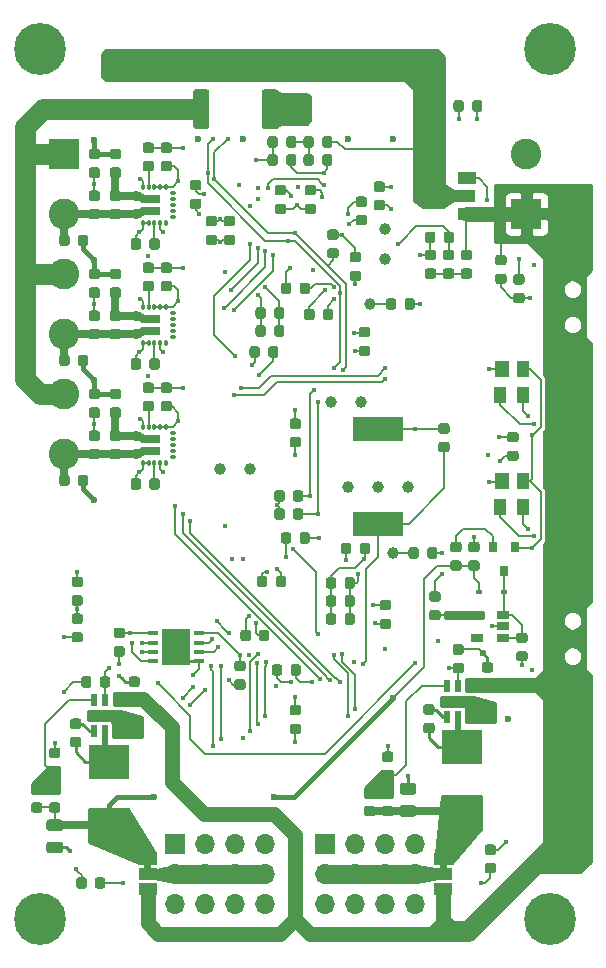
<source format=gbl>
G04 #@! TF.GenerationSoftware,KiCad,Pcbnew,(5.1.5)-3*
G04 #@! TF.CreationDate,2021-07-31T13:35:11-07:00*
G04 #@! TF.ProjectId,allfc,616c6c66-632e-46b6-9963-61645f706362,rev?*
G04 #@! TF.SameCoordinates,Original*
G04 #@! TF.FileFunction,Copper,L4,Bot*
G04 #@! TF.FilePolarity,Positive*
%FSLAX46Y46*%
G04 Gerber Fmt 4.6, Leading zero omitted, Abs format (unit mm)*
G04 Created by KiCad (PCBNEW (5.1.5)-3) date 2021-07-31 13:35:11*
%MOMM*%
%LPD*%
G04 APERTURE LIST*
%ADD10C,0.127000*%
%ADD11C,1.000000*%
%ADD12R,1.500000X1.000000*%
%ADD13R,3.500000X2.950000*%
%ADD14R,0.550000X1.050000*%
%ADD15R,2.600000X2.600000*%
%ADD16C,2.600000*%
%ADD17R,1.060000X0.650000*%
%ADD18R,0.800000X0.900000*%
%ADD19O,1.700000X1.700000*%
%ADD20R,1.700000X1.700000*%
%ADD21R,0.600000X0.450000*%
%ADD22C,4.400000*%
%ADD23R,1.350000X0.800000*%
%ADD24O,0.300000X0.650000*%
%ADD25O,0.650000X0.300000*%
%ADD26R,2.400000X3.100000*%
%ADD27R,0.850000X0.350000*%
%ADD28R,1.840000X2.200000*%
%ADD29R,1.800000X1.000000*%
%ADD30R,1.000000X1.400000*%
%ADD31R,1.200000X1.400000*%
%ADD32R,4.200000X2.000000*%
%ADD33C,0.600000*%
%ADD34C,0.450000*%
%ADD35C,0.381000*%
%ADD36C,0.254000*%
%ADD37C,0.190500*%
%ADD38C,0.635000*%
%ADD39C,1.270000*%
%ADD40C,0.762000*%
%ADD41C,1.778000*%
%ADD42C,0.508000*%
G04 APERTURE END LIST*
D10*
G36*
X103649500Y-136260000D02*
G01*
X103649500Y-136760000D01*
X104249500Y-136760000D01*
X104249500Y-136260000D01*
X103649500Y-136260000D01*
G37*
G36*
X78630500Y-136260000D02*
G01*
X78630500Y-136760000D01*
X79230500Y-136760000D01*
X79230500Y-136260000D01*
X78630500Y-136260000D01*
G37*
G04 #@! TA.AperFunction,SMDPad,CuDef*
G36*
X89709505Y-70716204D02*
G01*
X89733773Y-70719804D01*
X89757572Y-70725765D01*
X89780671Y-70734030D01*
X89802850Y-70744520D01*
X89823893Y-70757132D01*
X89843599Y-70771747D01*
X89861777Y-70788223D01*
X89878253Y-70806401D01*
X89892868Y-70826107D01*
X89905480Y-70847150D01*
X89915970Y-70869329D01*
X89924235Y-70892428D01*
X89930196Y-70916227D01*
X89933796Y-70940495D01*
X89935000Y-70964999D01*
X89935000Y-73815001D01*
X89933796Y-73839505D01*
X89930196Y-73863773D01*
X89924235Y-73887572D01*
X89915970Y-73910671D01*
X89905480Y-73932850D01*
X89892868Y-73953893D01*
X89878253Y-73973599D01*
X89861777Y-73991777D01*
X89843599Y-74008253D01*
X89823893Y-74022868D01*
X89802850Y-74035480D01*
X89780671Y-74045970D01*
X89757572Y-74054235D01*
X89733773Y-74060196D01*
X89709505Y-74063796D01*
X89685001Y-74065000D01*
X88834999Y-74065000D01*
X88810495Y-74063796D01*
X88786227Y-74060196D01*
X88762428Y-74054235D01*
X88739329Y-74045970D01*
X88717150Y-74035480D01*
X88696107Y-74022868D01*
X88676401Y-74008253D01*
X88658223Y-73991777D01*
X88641747Y-73973599D01*
X88627132Y-73953893D01*
X88614520Y-73932850D01*
X88604030Y-73910671D01*
X88595765Y-73887572D01*
X88589804Y-73863773D01*
X88586204Y-73839505D01*
X88585000Y-73815001D01*
X88585000Y-70964999D01*
X88586204Y-70940495D01*
X88589804Y-70916227D01*
X88595765Y-70892428D01*
X88604030Y-70869329D01*
X88614520Y-70847150D01*
X88627132Y-70826107D01*
X88641747Y-70806401D01*
X88658223Y-70788223D01*
X88676401Y-70771747D01*
X88696107Y-70757132D01*
X88717150Y-70744520D01*
X88739329Y-70734030D01*
X88762428Y-70725765D01*
X88786227Y-70719804D01*
X88810495Y-70716204D01*
X88834999Y-70715000D01*
X89685001Y-70715000D01*
X89709505Y-70716204D01*
G37*
G04 #@! TD.AperFunction*
G04 #@! TA.AperFunction,SMDPad,CuDef*
G36*
X83909505Y-70716204D02*
G01*
X83933773Y-70719804D01*
X83957572Y-70725765D01*
X83980671Y-70734030D01*
X84002850Y-70744520D01*
X84023893Y-70757132D01*
X84043599Y-70771747D01*
X84061777Y-70788223D01*
X84078253Y-70806401D01*
X84092868Y-70826107D01*
X84105480Y-70847150D01*
X84115970Y-70869329D01*
X84124235Y-70892428D01*
X84130196Y-70916227D01*
X84133796Y-70940495D01*
X84135000Y-70964999D01*
X84135000Y-73815001D01*
X84133796Y-73839505D01*
X84130196Y-73863773D01*
X84124235Y-73887572D01*
X84115970Y-73910671D01*
X84105480Y-73932850D01*
X84092868Y-73953893D01*
X84078253Y-73973599D01*
X84061777Y-73991777D01*
X84043599Y-74008253D01*
X84023893Y-74022868D01*
X84002850Y-74035480D01*
X83980671Y-74045970D01*
X83957572Y-74054235D01*
X83933773Y-74060196D01*
X83909505Y-74063796D01*
X83885001Y-74065000D01*
X83034999Y-74065000D01*
X83010495Y-74063796D01*
X82986227Y-74060196D01*
X82962428Y-74054235D01*
X82939329Y-74045970D01*
X82917150Y-74035480D01*
X82896107Y-74022868D01*
X82876401Y-74008253D01*
X82858223Y-73991777D01*
X82841747Y-73973599D01*
X82827132Y-73953893D01*
X82814520Y-73932850D01*
X82804030Y-73910671D01*
X82795765Y-73887572D01*
X82789804Y-73863773D01*
X82786204Y-73839505D01*
X82785000Y-73815001D01*
X82785000Y-70964999D01*
X82786204Y-70940495D01*
X82789804Y-70916227D01*
X82795765Y-70892428D01*
X82804030Y-70869329D01*
X82814520Y-70847150D01*
X82827132Y-70826107D01*
X82841747Y-70806401D01*
X82858223Y-70788223D01*
X82876401Y-70771747D01*
X82896107Y-70757132D01*
X82917150Y-70744520D01*
X82939329Y-70734030D01*
X82962428Y-70725765D01*
X82986227Y-70719804D01*
X83010495Y-70716204D01*
X83034999Y-70715000D01*
X83885001Y-70715000D01*
X83909505Y-70716204D01*
G37*
G04 #@! TD.AperFunction*
D11*
X94488000Y-97218500D03*
X97028000Y-97218500D03*
G04 #@! TA.AperFunction,SMDPad,CuDef*
D10*
G36*
X91324691Y-76234053D02*
G01*
X91345926Y-76237203D01*
X91366750Y-76242419D01*
X91386962Y-76249651D01*
X91406368Y-76258830D01*
X91424781Y-76269866D01*
X91442024Y-76282654D01*
X91457930Y-76297070D01*
X91472346Y-76312976D01*
X91485134Y-76330219D01*
X91496170Y-76348632D01*
X91505349Y-76368038D01*
X91512581Y-76388250D01*
X91517797Y-76409074D01*
X91520947Y-76430309D01*
X91522000Y-76451750D01*
X91522000Y-76964250D01*
X91520947Y-76985691D01*
X91517797Y-77006926D01*
X91512581Y-77027750D01*
X91505349Y-77047962D01*
X91496170Y-77067368D01*
X91485134Y-77085781D01*
X91472346Y-77103024D01*
X91457930Y-77118930D01*
X91442024Y-77133346D01*
X91424781Y-77146134D01*
X91406368Y-77157170D01*
X91386962Y-77166349D01*
X91366750Y-77173581D01*
X91345926Y-77178797D01*
X91324691Y-77181947D01*
X91303250Y-77183000D01*
X90865750Y-77183000D01*
X90844309Y-77181947D01*
X90823074Y-77178797D01*
X90802250Y-77173581D01*
X90782038Y-77166349D01*
X90762632Y-77157170D01*
X90744219Y-77146134D01*
X90726976Y-77133346D01*
X90711070Y-77118930D01*
X90696654Y-77103024D01*
X90683866Y-77085781D01*
X90672830Y-77067368D01*
X90663651Y-77047962D01*
X90656419Y-77027750D01*
X90651203Y-77006926D01*
X90648053Y-76985691D01*
X90647000Y-76964250D01*
X90647000Y-76451750D01*
X90648053Y-76430309D01*
X90651203Y-76409074D01*
X90656419Y-76388250D01*
X90663651Y-76368038D01*
X90672830Y-76348632D01*
X90683866Y-76330219D01*
X90696654Y-76312976D01*
X90711070Y-76297070D01*
X90726976Y-76282654D01*
X90744219Y-76269866D01*
X90762632Y-76258830D01*
X90782038Y-76249651D01*
X90802250Y-76242419D01*
X90823074Y-76237203D01*
X90844309Y-76234053D01*
X90865750Y-76233000D01*
X91303250Y-76233000D01*
X91324691Y-76234053D01*
G37*
G04 #@! TD.AperFunction*
G04 #@! TA.AperFunction,SMDPad,CuDef*
G36*
X89749691Y-76234053D02*
G01*
X89770926Y-76237203D01*
X89791750Y-76242419D01*
X89811962Y-76249651D01*
X89831368Y-76258830D01*
X89849781Y-76269866D01*
X89867024Y-76282654D01*
X89882930Y-76297070D01*
X89897346Y-76312976D01*
X89910134Y-76330219D01*
X89921170Y-76348632D01*
X89930349Y-76368038D01*
X89937581Y-76388250D01*
X89942797Y-76409074D01*
X89945947Y-76430309D01*
X89947000Y-76451750D01*
X89947000Y-76964250D01*
X89945947Y-76985691D01*
X89942797Y-77006926D01*
X89937581Y-77027750D01*
X89930349Y-77047962D01*
X89921170Y-77067368D01*
X89910134Y-77085781D01*
X89897346Y-77103024D01*
X89882930Y-77118930D01*
X89867024Y-77133346D01*
X89849781Y-77146134D01*
X89831368Y-77157170D01*
X89811962Y-77166349D01*
X89791750Y-77173581D01*
X89770926Y-77178797D01*
X89749691Y-77181947D01*
X89728250Y-77183000D01*
X89290750Y-77183000D01*
X89269309Y-77181947D01*
X89248074Y-77178797D01*
X89227250Y-77173581D01*
X89207038Y-77166349D01*
X89187632Y-77157170D01*
X89169219Y-77146134D01*
X89151976Y-77133346D01*
X89136070Y-77118930D01*
X89121654Y-77103024D01*
X89108866Y-77085781D01*
X89097830Y-77067368D01*
X89088651Y-77047962D01*
X89081419Y-77027750D01*
X89076203Y-77006926D01*
X89073053Y-76985691D01*
X89072000Y-76964250D01*
X89072000Y-76451750D01*
X89073053Y-76430309D01*
X89076203Y-76409074D01*
X89081419Y-76388250D01*
X89088651Y-76368038D01*
X89097830Y-76348632D01*
X89108866Y-76330219D01*
X89121654Y-76312976D01*
X89136070Y-76297070D01*
X89151976Y-76282654D01*
X89169219Y-76269866D01*
X89187632Y-76258830D01*
X89207038Y-76249651D01*
X89227250Y-76242419D01*
X89248074Y-76237203D01*
X89269309Y-76234053D01*
X89290750Y-76233000D01*
X89728250Y-76233000D01*
X89749691Y-76234053D01*
G37*
G04 #@! TD.AperFunction*
G04 #@! TA.AperFunction,SMDPad,CuDef*
G36*
X103084691Y-82774553D02*
G01*
X103105926Y-82777703D01*
X103126750Y-82782919D01*
X103146962Y-82790151D01*
X103166368Y-82799330D01*
X103184781Y-82810366D01*
X103202024Y-82823154D01*
X103217930Y-82837570D01*
X103232346Y-82853476D01*
X103245134Y-82870719D01*
X103256170Y-82889132D01*
X103265349Y-82908538D01*
X103272581Y-82928750D01*
X103277797Y-82949574D01*
X103280947Y-82970809D01*
X103282000Y-82992250D01*
X103282000Y-83504750D01*
X103280947Y-83526191D01*
X103277797Y-83547426D01*
X103272581Y-83568250D01*
X103265349Y-83588462D01*
X103256170Y-83607868D01*
X103245134Y-83626281D01*
X103232346Y-83643524D01*
X103217930Y-83659430D01*
X103202024Y-83673846D01*
X103184781Y-83686634D01*
X103166368Y-83697670D01*
X103146962Y-83706849D01*
X103126750Y-83714081D01*
X103105926Y-83719297D01*
X103084691Y-83722447D01*
X103063250Y-83723500D01*
X102625750Y-83723500D01*
X102604309Y-83722447D01*
X102583074Y-83719297D01*
X102562250Y-83714081D01*
X102542038Y-83706849D01*
X102522632Y-83697670D01*
X102504219Y-83686634D01*
X102486976Y-83673846D01*
X102471070Y-83659430D01*
X102456654Y-83643524D01*
X102443866Y-83626281D01*
X102432830Y-83607868D01*
X102423651Y-83588462D01*
X102416419Y-83568250D01*
X102411203Y-83547426D01*
X102408053Y-83526191D01*
X102407000Y-83504750D01*
X102407000Y-82992250D01*
X102408053Y-82970809D01*
X102411203Y-82949574D01*
X102416419Y-82928750D01*
X102423651Y-82908538D01*
X102432830Y-82889132D01*
X102443866Y-82870719D01*
X102456654Y-82853476D01*
X102471070Y-82837570D01*
X102486976Y-82823154D01*
X102504219Y-82810366D01*
X102522632Y-82799330D01*
X102542038Y-82790151D01*
X102562250Y-82782919D01*
X102583074Y-82777703D01*
X102604309Y-82774553D01*
X102625750Y-82773500D01*
X103063250Y-82773500D01*
X103084691Y-82774553D01*
G37*
G04 #@! TD.AperFunction*
G04 #@! TA.AperFunction,SMDPad,CuDef*
G36*
X104659691Y-82774553D02*
G01*
X104680926Y-82777703D01*
X104701750Y-82782919D01*
X104721962Y-82790151D01*
X104741368Y-82799330D01*
X104759781Y-82810366D01*
X104777024Y-82823154D01*
X104792930Y-82837570D01*
X104807346Y-82853476D01*
X104820134Y-82870719D01*
X104831170Y-82889132D01*
X104840349Y-82908538D01*
X104847581Y-82928750D01*
X104852797Y-82949574D01*
X104855947Y-82970809D01*
X104857000Y-82992250D01*
X104857000Y-83504750D01*
X104855947Y-83526191D01*
X104852797Y-83547426D01*
X104847581Y-83568250D01*
X104840349Y-83588462D01*
X104831170Y-83607868D01*
X104820134Y-83626281D01*
X104807346Y-83643524D01*
X104792930Y-83659430D01*
X104777024Y-83673846D01*
X104759781Y-83686634D01*
X104741368Y-83697670D01*
X104721962Y-83706849D01*
X104701750Y-83714081D01*
X104680926Y-83719297D01*
X104659691Y-83722447D01*
X104638250Y-83723500D01*
X104200750Y-83723500D01*
X104179309Y-83722447D01*
X104158074Y-83719297D01*
X104137250Y-83714081D01*
X104117038Y-83706849D01*
X104097632Y-83697670D01*
X104079219Y-83686634D01*
X104061976Y-83673846D01*
X104046070Y-83659430D01*
X104031654Y-83643524D01*
X104018866Y-83626281D01*
X104007830Y-83607868D01*
X103998651Y-83588462D01*
X103991419Y-83568250D01*
X103986203Y-83547426D01*
X103983053Y-83526191D01*
X103982000Y-83504750D01*
X103982000Y-82992250D01*
X103983053Y-82970809D01*
X103986203Y-82949574D01*
X103991419Y-82928750D01*
X103998651Y-82908538D01*
X104007830Y-82889132D01*
X104018866Y-82870719D01*
X104031654Y-82853476D01*
X104046070Y-82837570D01*
X104061976Y-82823154D01*
X104079219Y-82810366D01*
X104097632Y-82799330D01*
X104117038Y-82790151D01*
X104137250Y-82782919D01*
X104158074Y-82777703D01*
X104179309Y-82774553D01*
X104200750Y-82773500D01*
X104638250Y-82773500D01*
X104659691Y-82774553D01*
G37*
G04 #@! TD.AperFunction*
G04 #@! TA.AperFunction,SMDPad,CuDef*
G36*
X105497691Y-71662053D02*
G01*
X105518926Y-71665203D01*
X105539750Y-71670419D01*
X105559962Y-71677651D01*
X105579368Y-71686830D01*
X105597781Y-71697866D01*
X105615024Y-71710654D01*
X105630930Y-71725070D01*
X105645346Y-71740976D01*
X105658134Y-71758219D01*
X105669170Y-71776632D01*
X105678349Y-71796038D01*
X105685581Y-71816250D01*
X105690797Y-71837074D01*
X105693947Y-71858309D01*
X105695000Y-71879750D01*
X105695000Y-72392250D01*
X105693947Y-72413691D01*
X105690797Y-72434926D01*
X105685581Y-72455750D01*
X105678349Y-72475962D01*
X105669170Y-72495368D01*
X105658134Y-72513781D01*
X105645346Y-72531024D01*
X105630930Y-72546930D01*
X105615024Y-72561346D01*
X105597781Y-72574134D01*
X105579368Y-72585170D01*
X105559962Y-72594349D01*
X105539750Y-72601581D01*
X105518926Y-72606797D01*
X105497691Y-72609947D01*
X105476250Y-72611000D01*
X105038750Y-72611000D01*
X105017309Y-72609947D01*
X104996074Y-72606797D01*
X104975250Y-72601581D01*
X104955038Y-72594349D01*
X104935632Y-72585170D01*
X104917219Y-72574134D01*
X104899976Y-72561346D01*
X104884070Y-72546930D01*
X104869654Y-72531024D01*
X104856866Y-72513781D01*
X104845830Y-72495368D01*
X104836651Y-72475962D01*
X104829419Y-72455750D01*
X104824203Y-72434926D01*
X104821053Y-72413691D01*
X104820000Y-72392250D01*
X104820000Y-71879750D01*
X104821053Y-71858309D01*
X104824203Y-71837074D01*
X104829419Y-71816250D01*
X104836651Y-71796038D01*
X104845830Y-71776632D01*
X104856866Y-71758219D01*
X104869654Y-71740976D01*
X104884070Y-71725070D01*
X104899976Y-71710654D01*
X104917219Y-71697866D01*
X104935632Y-71686830D01*
X104955038Y-71677651D01*
X104975250Y-71670419D01*
X104996074Y-71665203D01*
X105017309Y-71662053D01*
X105038750Y-71661000D01*
X105476250Y-71661000D01*
X105497691Y-71662053D01*
G37*
G04 #@! TD.AperFunction*
G04 #@! TA.AperFunction,SMDPad,CuDef*
G36*
X107072691Y-71662053D02*
G01*
X107093926Y-71665203D01*
X107114750Y-71670419D01*
X107134962Y-71677651D01*
X107154368Y-71686830D01*
X107172781Y-71697866D01*
X107190024Y-71710654D01*
X107205930Y-71725070D01*
X107220346Y-71740976D01*
X107233134Y-71758219D01*
X107244170Y-71776632D01*
X107253349Y-71796038D01*
X107260581Y-71816250D01*
X107265797Y-71837074D01*
X107268947Y-71858309D01*
X107270000Y-71879750D01*
X107270000Y-72392250D01*
X107268947Y-72413691D01*
X107265797Y-72434926D01*
X107260581Y-72455750D01*
X107253349Y-72475962D01*
X107244170Y-72495368D01*
X107233134Y-72513781D01*
X107220346Y-72531024D01*
X107205930Y-72546930D01*
X107190024Y-72561346D01*
X107172781Y-72574134D01*
X107154368Y-72585170D01*
X107134962Y-72594349D01*
X107114750Y-72601581D01*
X107093926Y-72606797D01*
X107072691Y-72609947D01*
X107051250Y-72611000D01*
X106613750Y-72611000D01*
X106592309Y-72609947D01*
X106571074Y-72606797D01*
X106550250Y-72601581D01*
X106530038Y-72594349D01*
X106510632Y-72585170D01*
X106492219Y-72574134D01*
X106474976Y-72561346D01*
X106459070Y-72546930D01*
X106444654Y-72531024D01*
X106431866Y-72513781D01*
X106420830Y-72495368D01*
X106411651Y-72475962D01*
X106404419Y-72455750D01*
X106399203Y-72434926D01*
X106396053Y-72413691D01*
X106395000Y-72392250D01*
X106395000Y-71879750D01*
X106396053Y-71858309D01*
X106399203Y-71837074D01*
X106404419Y-71816250D01*
X106411651Y-71796038D01*
X106420830Y-71776632D01*
X106431866Y-71758219D01*
X106444654Y-71740976D01*
X106459070Y-71725070D01*
X106474976Y-71710654D01*
X106492219Y-71697866D01*
X106510632Y-71686830D01*
X106530038Y-71677651D01*
X106550250Y-71670419D01*
X106571074Y-71665203D01*
X106592309Y-71662053D01*
X106613750Y-71661000D01*
X107051250Y-71661000D01*
X107072691Y-71662053D01*
G37*
G04 #@! TD.AperFunction*
G04 #@! TA.AperFunction,SMDPad,CuDef*
G36*
X108227691Y-134666053D02*
G01*
X108248926Y-134669203D01*
X108269750Y-134674419D01*
X108289962Y-134681651D01*
X108309368Y-134690830D01*
X108327781Y-134701866D01*
X108345024Y-134714654D01*
X108360930Y-134729070D01*
X108375346Y-134744976D01*
X108388134Y-134762219D01*
X108399170Y-134780632D01*
X108408349Y-134800038D01*
X108415581Y-134820250D01*
X108420797Y-134841074D01*
X108423947Y-134862309D01*
X108425000Y-134883750D01*
X108425000Y-135321250D01*
X108423947Y-135342691D01*
X108420797Y-135363926D01*
X108415581Y-135384750D01*
X108408349Y-135404962D01*
X108399170Y-135424368D01*
X108388134Y-135442781D01*
X108375346Y-135460024D01*
X108360930Y-135475930D01*
X108345024Y-135490346D01*
X108327781Y-135503134D01*
X108309368Y-135514170D01*
X108289962Y-135523349D01*
X108269750Y-135530581D01*
X108248926Y-135535797D01*
X108227691Y-135538947D01*
X108206250Y-135540000D01*
X107693750Y-135540000D01*
X107672309Y-135538947D01*
X107651074Y-135535797D01*
X107630250Y-135530581D01*
X107610038Y-135523349D01*
X107590632Y-135514170D01*
X107572219Y-135503134D01*
X107554976Y-135490346D01*
X107539070Y-135475930D01*
X107524654Y-135460024D01*
X107511866Y-135442781D01*
X107500830Y-135424368D01*
X107491651Y-135404962D01*
X107484419Y-135384750D01*
X107479203Y-135363926D01*
X107476053Y-135342691D01*
X107475000Y-135321250D01*
X107475000Y-134883750D01*
X107476053Y-134862309D01*
X107479203Y-134841074D01*
X107484419Y-134820250D01*
X107491651Y-134800038D01*
X107500830Y-134780632D01*
X107511866Y-134762219D01*
X107524654Y-134744976D01*
X107539070Y-134729070D01*
X107554976Y-134714654D01*
X107572219Y-134701866D01*
X107590632Y-134690830D01*
X107610038Y-134681651D01*
X107630250Y-134674419D01*
X107651074Y-134669203D01*
X107672309Y-134666053D01*
X107693750Y-134665000D01*
X108206250Y-134665000D01*
X108227691Y-134666053D01*
G37*
G04 #@! TD.AperFunction*
G04 #@! TA.AperFunction,SMDPad,CuDef*
G36*
X108227691Y-136241053D02*
G01*
X108248926Y-136244203D01*
X108269750Y-136249419D01*
X108289962Y-136256651D01*
X108309368Y-136265830D01*
X108327781Y-136276866D01*
X108345024Y-136289654D01*
X108360930Y-136304070D01*
X108375346Y-136319976D01*
X108388134Y-136337219D01*
X108399170Y-136355632D01*
X108408349Y-136375038D01*
X108415581Y-136395250D01*
X108420797Y-136416074D01*
X108423947Y-136437309D01*
X108425000Y-136458750D01*
X108425000Y-136896250D01*
X108423947Y-136917691D01*
X108420797Y-136938926D01*
X108415581Y-136959750D01*
X108408349Y-136979962D01*
X108399170Y-136999368D01*
X108388134Y-137017781D01*
X108375346Y-137035024D01*
X108360930Y-137050930D01*
X108345024Y-137065346D01*
X108327781Y-137078134D01*
X108309368Y-137089170D01*
X108289962Y-137098349D01*
X108269750Y-137105581D01*
X108248926Y-137110797D01*
X108227691Y-137113947D01*
X108206250Y-137115000D01*
X107693750Y-137115000D01*
X107672309Y-137113947D01*
X107651074Y-137110797D01*
X107630250Y-137105581D01*
X107610038Y-137098349D01*
X107590632Y-137089170D01*
X107572219Y-137078134D01*
X107554976Y-137065346D01*
X107539070Y-137050930D01*
X107524654Y-137035024D01*
X107511866Y-137017781D01*
X107500830Y-136999368D01*
X107491651Y-136979962D01*
X107484419Y-136959750D01*
X107479203Y-136938926D01*
X107476053Y-136917691D01*
X107475000Y-136896250D01*
X107475000Y-136458750D01*
X107476053Y-136437309D01*
X107479203Y-136416074D01*
X107484419Y-136395250D01*
X107491651Y-136375038D01*
X107500830Y-136355632D01*
X107511866Y-136337219D01*
X107524654Y-136319976D01*
X107539070Y-136304070D01*
X107554976Y-136289654D01*
X107572219Y-136276866D01*
X107590632Y-136265830D01*
X107610038Y-136256651D01*
X107630250Y-136249419D01*
X107651074Y-136244203D01*
X107672309Y-136241053D01*
X107693750Y-136240000D01*
X108206250Y-136240000D01*
X108227691Y-136241053D01*
G37*
G04 #@! TD.AperFunction*
G04 #@! TA.AperFunction,SMDPad,CuDef*
G36*
X73557191Y-137448053D02*
G01*
X73578426Y-137451203D01*
X73599250Y-137456419D01*
X73619462Y-137463651D01*
X73638868Y-137472830D01*
X73657281Y-137483866D01*
X73674524Y-137496654D01*
X73690430Y-137511070D01*
X73704846Y-137526976D01*
X73717634Y-137544219D01*
X73728670Y-137562632D01*
X73737849Y-137582038D01*
X73745081Y-137602250D01*
X73750297Y-137623074D01*
X73753447Y-137644309D01*
X73754500Y-137665750D01*
X73754500Y-138178250D01*
X73753447Y-138199691D01*
X73750297Y-138220926D01*
X73745081Y-138241750D01*
X73737849Y-138261962D01*
X73728670Y-138281368D01*
X73717634Y-138299781D01*
X73704846Y-138317024D01*
X73690430Y-138332930D01*
X73674524Y-138347346D01*
X73657281Y-138360134D01*
X73638868Y-138371170D01*
X73619462Y-138380349D01*
X73599250Y-138387581D01*
X73578426Y-138392797D01*
X73557191Y-138395947D01*
X73535750Y-138397000D01*
X73098250Y-138397000D01*
X73076809Y-138395947D01*
X73055574Y-138392797D01*
X73034750Y-138387581D01*
X73014538Y-138380349D01*
X72995132Y-138371170D01*
X72976719Y-138360134D01*
X72959476Y-138347346D01*
X72943570Y-138332930D01*
X72929154Y-138317024D01*
X72916366Y-138299781D01*
X72905330Y-138281368D01*
X72896151Y-138261962D01*
X72888919Y-138241750D01*
X72883703Y-138220926D01*
X72880553Y-138199691D01*
X72879500Y-138178250D01*
X72879500Y-137665750D01*
X72880553Y-137644309D01*
X72883703Y-137623074D01*
X72888919Y-137602250D01*
X72896151Y-137582038D01*
X72905330Y-137562632D01*
X72916366Y-137544219D01*
X72929154Y-137526976D01*
X72943570Y-137511070D01*
X72959476Y-137496654D01*
X72976719Y-137483866D01*
X72995132Y-137472830D01*
X73014538Y-137463651D01*
X73034750Y-137456419D01*
X73055574Y-137451203D01*
X73076809Y-137448053D01*
X73098250Y-137447000D01*
X73535750Y-137447000D01*
X73557191Y-137448053D01*
G37*
G04 #@! TD.AperFunction*
G04 #@! TA.AperFunction,SMDPad,CuDef*
G36*
X75132191Y-137448053D02*
G01*
X75153426Y-137451203D01*
X75174250Y-137456419D01*
X75194462Y-137463651D01*
X75213868Y-137472830D01*
X75232281Y-137483866D01*
X75249524Y-137496654D01*
X75265430Y-137511070D01*
X75279846Y-137526976D01*
X75292634Y-137544219D01*
X75303670Y-137562632D01*
X75312849Y-137582038D01*
X75320081Y-137602250D01*
X75325297Y-137623074D01*
X75328447Y-137644309D01*
X75329500Y-137665750D01*
X75329500Y-138178250D01*
X75328447Y-138199691D01*
X75325297Y-138220926D01*
X75320081Y-138241750D01*
X75312849Y-138261962D01*
X75303670Y-138281368D01*
X75292634Y-138299781D01*
X75279846Y-138317024D01*
X75265430Y-138332930D01*
X75249524Y-138347346D01*
X75232281Y-138360134D01*
X75213868Y-138371170D01*
X75194462Y-138380349D01*
X75174250Y-138387581D01*
X75153426Y-138392797D01*
X75132191Y-138395947D01*
X75110750Y-138397000D01*
X74673250Y-138397000D01*
X74651809Y-138395947D01*
X74630574Y-138392797D01*
X74609750Y-138387581D01*
X74589538Y-138380349D01*
X74570132Y-138371170D01*
X74551719Y-138360134D01*
X74534476Y-138347346D01*
X74518570Y-138332930D01*
X74504154Y-138317024D01*
X74491366Y-138299781D01*
X74480330Y-138281368D01*
X74471151Y-138261962D01*
X74463919Y-138241750D01*
X74458703Y-138220926D01*
X74455553Y-138199691D01*
X74454500Y-138178250D01*
X74454500Y-137665750D01*
X74455553Y-137644309D01*
X74458703Y-137623074D01*
X74463919Y-137602250D01*
X74471151Y-137582038D01*
X74480330Y-137562632D01*
X74491366Y-137544219D01*
X74504154Y-137526976D01*
X74518570Y-137511070D01*
X74534476Y-137496654D01*
X74551719Y-137483866D01*
X74570132Y-137472830D01*
X74589538Y-137463651D01*
X74609750Y-137456419D01*
X74630574Y-137451203D01*
X74651809Y-137448053D01*
X74673250Y-137447000D01*
X75110750Y-137447000D01*
X75132191Y-137448053D01*
G37*
G04 #@! TD.AperFunction*
G04 #@! TA.AperFunction,SMDPad,CuDef*
G36*
X110132691Y-101316053D02*
G01*
X110153926Y-101319203D01*
X110174750Y-101324419D01*
X110194962Y-101331651D01*
X110214368Y-101340830D01*
X110232781Y-101351866D01*
X110250024Y-101364654D01*
X110265930Y-101379070D01*
X110280346Y-101394976D01*
X110293134Y-101412219D01*
X110304170Y-101430632D01*
X110313349Y-101450038D01*
X110320581Y-101470250D01*
X110325797Y-101491074D01*
X110328947Y-101512309D01*
X110330000Y-101533750D01*
X110330000Y-101971250D01*
X110328947Y-101992691D01*
X110325797Y-102013926D01*
X110320581Y-102034750D01*
X110313349Y-102054962D01*
X110304170Y-102074368D01*
X110293134Y-102092781D01*
X110280346Y-102110024D01*
X110265930Y-102125930D01*
X110250024Y-102140346D01*
X110232781Y-102153134D01*
X110214368Y-102164170D01*
X110194962Y-102173349D01*
X110174750Y-102180581D01*
X110153926Y-102185797D01*
X110132691Y-102188947D01*
X110111250Y-102190000D01*
X109598750Y-102190000D01*
X109577309Y-102188947D01*
X109556074Y-102185797D01*
X109535250Y-102180581D01*
X109515038Y-102173349D01*
X109495632Y-102164170D01*
X109477219Y-102153134D01*
X109459976Y-102140346D01*
X109444070Y-102125930D01*
X109429654Y-102110024D01*
X109416866Y-102092781D01*
X109405830Y-102074368D01*
X109396651Y-102054962D01*
X109389419Y-102034750D01*
X109384203Y-102013926D01*
X109381053Y-101992691D01*
X109380000Y-101971250D01*
X109380000Y-101533750D01*
X109381053Y-101512309D01*
X109384203Y-101491074D01*
X109389419Y-101470250D01*
X109396651Y-101450038D01*
X109405830Y-101430632D01*
X109416866Y-101412219D01*
X109429654Y-101394976D01*
X109444070Y-101379070D01*
X109459976Y-101364654D01*
X109477219Y-101351866D01*
X109495632Y-101340830D01*
X109515038Y-101331651D01*
X109535250Y-101324419D01*
X109556074Y-101319203D01*
X109577309Y-101316053D01*
X109598750Y-101315000D01*
X110111250Y-101315000D01*
X110132691Y-101316053D01*
G37*
G04 #@! TD.AperFunction*
G04 #@! TA.AperFunction,SMDPad,CuDef*
G36*
X110132691Y-99741053D02*
G01*
X110153926Y-99744203D01*
X110174750Y-99749419D01*
X110194962Y-99756651D01*
X110214368Y-99765830D01*
X110232781Y-99776866D01*
X110250024Y-99789654D01*
X110265930Y-99804070D01*
X110280346Y-99819976D01*
X110293134Y-99837219D01*
X110304170Y-99855632D01*
X110313349Y-99875038D01*
X110320581Y-99895250D01*
X110325797Y-99916074D01*
X110328947Y-99937309D01*
X110330000Y-99958750D01*
X110330000Y-100396250D01*
X110328947Y-100417691D01*
X110325797Y-100438926D01*
X110320581Y-100459750D01*
X110313349Y-100479962D01*
X110304170Y-100499368D01*
X110293134Y-100517781D01*
X110280346Y-100535024D01*
X110265930Y-100550930D01*
X110250024Y-100565346D01*
X110232781Y-100578134D01*
X110214368Y-100589170D01*
X110194962Y-100598349D01*
X110174750Y-100605581D01*
X110153926Y-100610797D01*
X110132691Y-100613947D01*
X110111250Y-100615000D01*
X109598750Y-100615000D01*
X109577309Y-100613947D01*
X109556074Y-100610797D01*
X109535250Y-100605581D01*
X109515038Y-100598349D01*
X109495632Y-100589170D01*
X109477219Y-100578134D01*
X109459976Y-100565346D01*
X109444070Y-100550930D01*
X109429654Y-100535024D01*
X109416866Y-100517781D01*
X109405830Y-100499368D01*
X109396651Y-100479962D01*
X109389419Y-100459750D01*
X109384203Y-100438926D01*
X109381053Y-100417691D01*
X109380000Y-100396250D01*
X109380000Y-99958750D01*
X109381053Y-99937309D01*
X109384203Y-99916074D01*
X109389419Y-99895250D01*
X109396651Y-99875038D01*
X109405830Y-99855632D01*
X109416866Y-99837219D01*
X109429654Y-99819976D01*
X109444070Y-99804070D01*
X109459976Y-99789654D01*
X109477219Y-99776866D01*
X109495632Y-99765830D01*
X109515038Y-99756651D01*
X109535250Y-99749419D01*
X109556074Y-99744203D01*
X109577309Y-99741053D01*
X109598750Y-99740000D01*
X110111250Y-99740000D01*
X110132691Y-99741053D01*
G37*
G04 #@! TD.AperFunction*
G04 #@! TA.AperFunction,SMDPad,CuDef*
G36*
X94372691Y-76234053D02*
G01*
X94393926Y-76237203D01*
X94414750Y-76242419D01*
X94434962Y-76249651D01*
X94454368Y-76258830D01*
X94472781Y-76269866D01*
X94490024Y-76282654D01*
X94505930Y-76297070D01*
X94520346Y-76312976D01*
X94533134Y-76330219D01*
X94544170Y-76348632D01*
X94553349Y-76368038D01*
X94560581Y-76388250D01*
X94565797Y-76409074D01*
X94568947Y-76430309D01*
X94570000Y-76451750D01*
X94570000Y-76964250D01*
X94568947Y-76985691D01*
X94565797Y-77006926D01*
X94560581Y-77027750D01*
X94553349Y-77047962D01*
X94544170Y-77067368D01*
X94533134Y-77085781D01*
X94520346Y-77103024D01*
X94505930Y-77118930D01*
X94490024Y-77133346D01*
X94472781Y-77146134D01*
X94454368Y-77157170D01*
X94434962Y-77166349D01*
X94414750Y-77173581D01*
X94393926Y-77178797D01*
X94372691Y-77181947D01*
X94351250Y-77183000D01*
X93913750Y-77183000D01*
X93892309Y-77181947D01*
X93871074Y-77178797D01*
X93850250Y-77173581D01*
X93830038Y-77166349D01*
X93810632Y-77157170D01*
X93792219Y-77146134D01*
X93774976Y-77133346D01*
X93759070Y-77118930D01*
X93744654Y-77103024D01*
X93731866Y-77085781D01*
X93720830Y-77067368D01*
X93711651Y-77047962D01*
X93704419Y-77027750D01*
X93699203Y-77006926D01*
X93696053Y-76985691D01*
X93695000Y-76964250D01*
X93695000Y-76451750D01*
X93696053Y-76430309D01*
X93699203Y-76409074D01*
X93704419Y-76388250D01*
X93711651Y-76368038D01*
X93720830Y-76348632D01*
X93731866Y-76330219D01*
X93744654Y-76312976D01*
X93759070Y-76297070D01*
X93774976Y-76282654D01*
X93792219Y-76269866D01*
X93810632Y-76258830D01*
X93830038Y-76249651D01*
X93850250Y-76242419D01*
X93871074Y-76237203D01*
X93892309Y-76234053D01*
X93913750Y-76233000D01*
X94351250Y-76233000D01*
X94372691Y-76234053D01*
G37*
G04 #@! TD.AperFunction*
G04 #@! TA.AperFunction,SMDPad,CuDef*
G36*
X92797691Y-76234053D02*
G01*
X92818926Y-76237203D01*
X92839750Y-76242419D01*
X92859962Y-76249651D01*
X92879368Y-76258830D01*
X92897781Y-76269866D01*
X92915024Y-76282654D01*
X92930930Y-76297070D01*
X92945346Y-76312976D01*
X92958134Y-76330219D01*
X92969170Y-76348632D01*
X92978349Y-76368038D01*
X92985581Y-76388250D01*
X92990797Y-76409074D01*
X92993947Y-76430309D01*
X92995000Y-76451750D01*
X92995000Y-76964250D01*
X92993947Y-76985691D01*
X92990797Y-77006926D01*
X92985581Y-77027750D01*
X92978349Y-77047962D01*
X92969170Y-77067368D01*
X92958134Y-77085781D01*
X92945346Y-77103024D01*
X92930930Y-77118930D01*
X92915024Y-77133346D01*
X92897781Y-77146134D01*
X92879368Y-77157170D01*
X92859962Y-77166349D01*
X92839750Y-77173581D01*
X92818926Y-77178797D01*
X92797691Y-77181947D01*
X92776250Y-77183000D01*
X92338750Y-77183000D01*
X92317309Y-77181947D01*
X92296074Y-77178797D01*
X92275250Y-77173581D01*
X92255038Y-77166349D01*
X92235632Y-77157170D01*
X92217219Y-77146134D01*
X92199976Y-77133346D01*
X92184070Y-77118930D01*
X92169654Y-77103024D01*
X92156866Y-77085781D01*
X92145830Y-77067368D01*
X92136651Y-77047962D01*
X92129419Y-77027750D01*
X92124203Y-77006926D01*
X92121053Y-76985691D01*
X92120000Y-76964250D01*
X92120000Y-76451750D01*
X92121053Y-76430309D01*
X92124203Y-76409074D01*
X92129419Y-76388250D01*
X92136651Y-76368038D01*
X92145830Y-76348632D01*
X92156866Y-76330219D01*
X92169654Y-76312976D01*
X92184070Y-76297070D01*
X92199976Y-76282654D01*
X92217219Y-76269866D01*
X92235632Y-76258830D01*
X92255038Y-76249651D01*
X92275250Y-76242419D01*
X92296074Y-76237203D01*
X92317309Y-76234053D01*
X92338750Y-76233000D01*
X92776250Y-76233000D01*
X92797691Y-76234053D01*
G37*
G04 #@! TD.AperFunction*
G04 #@! TA.AperFunction,SMDPad,CuDef*
G36*
X91324691Y-74710053D02*
G01*
X91345926Y-74713203D01*
X91366750Y-74718419D01*
X91386962Y-74725651D01*
X91406368Y-74734830D01*
X91424781Y-74745866D01*
X91442024Y-74758654D01*
X91457930Y-74773070D01*
X91472346Y-74788976D01*
X91485134Y-74806219D01*
X91496170Y-74824632D01*
X91505349Y-74844038D01*
X91512581Y-74864250D01*
X91517797Y-74885074D01*
X91520947Y-74906309D01*
X91522000Y-74927750D01*
X91522000Y-75440250D01*
X91520947Y-75461691D01*
X91517797Y-75482926D01*
X91512581Y-75503750D01*
X91505349Y-75523962D01*
X91496170Y-75543368D01*
X91485134Y-75561781D01*
X91472346Y-75579024D01*
X91457930Y-75594930D01*
X91442024Y-75609346D01*
X91424781Y-75622134D01*
X91406368Y-75633170D01*
X91386962Y-75642349D01*
X91366750Y-75649581D01*
X91345926Y-75654797D01*
X91324691Y-75657947D01*
X91303250Y-75659000D01*
X90865750Y-75659000D01*
X90844309Y-75657947D01*
X90823074Y-75654797D01*
X90802250Y-75649581D01*
X90782038Y-75642349D01*
X90762632Y-75633170D01*
X90744219Y-75622134D01*
X90726976Y-75609346D01*
X90711070Y-75594930D01*
X90696654Y-75579024D01*
X90683866Y-75561781D01*
X90672830Y-75543368D01*
X90663651Y-75523962D01*
X90656419Y-75503750D01*
X90651203Y-75482926D01*
X90648053Y-75461691D01*
X90647000Y-75440250D01*
X90647000Y-74927750D01*
X90648053Y-74906309D01*
X90651203Y-74885074D01*
X90656419Y-74864250D01*
X90663651Y-74844038D01*
X90672830Y-74824632D01*
X90683866Y-74806219D01*
X90696654Y-74788976D01*
X90711070Y-74773070D01*
X90726976Y-74758654D01*
X90744219Y-74745866D01*
X90762632Y-74734830D01*
X90782038Y-74725651D01*
X90802250Y-74718419D01*
X90823074Y-74713203D01*
X90844309Y-74710053D01*
X90865750Y-74709000D01*
X91303250Y-74709000D01*
X91324691Y-74710053D01*
G37*
G04 #@! TD.AperFunction*
G04 #@! TA.AperFunction,SMDPad,CuDef*
G36*
X89749691Y-74710053D02*
G01*
X89770926Y-74713203D01*
X89791750Y-74718419D01*
X89811962Y-74725651D01*
X89831368Y-74734830D01*
X89849781Y-74745866D01*
X89867024Y-74758654D01*
X89882930Y-74773070D01*
X89897346Y-74788976D01*
X89910134Y-74806219D01*
X89921170Y-74824632D01*
X89930349Y-74844038D01*
X89937581Y-74864250D01*
X89942797Y-74885074D01*
X89945947Y-74906309D01*
X89947000Y-74927750D01*
X89947000Y-75440250D01*
X89945947Y-75461691D01*
X89942797Y-75482926D01*
X89937581Y-75503750D01*
X89930349Y-75523962D01*
X89921170Y-75543368D01*
X89910134Y-75561781D01*
X89897346Y-75579024D01*
X89882930Y-75594930D01*
X89867024Y-75609346D01*
X89849781Y-75622134D01*
X89831368Y-75633170D01*
X89811962Y-75642349D01*
X89791750Y-75649581D01*
X89770926Y-75654797D01*
X89749691Y-75657947D01*
X89728250Y-75659000D01*
X89290750Y-75659000D01*
X89269309Y-75657947D01*
X89248074Y-75654797D01*
X89227250Y-75649581D01*
X89207038Y-75642349D01*
X89187632Y-75633170D01*
X89169219Y-75622134D01*
X89151976Y-75609346D01*
X89136070Y-75594930D01*
X89121654Y-75579024D01*
X89108866Y-75561781D01*
X89097830Y-75543368D01*
X89088651Y-75523962D01*
X89081419Y-75503750D01*
X89076203Y-75482926D01*
X89073053Y-75461691D01*
X89072000Y-75440250D01*
X89072000Y-74927750D01*
X89073053Y-74906309D01*
X89076203Y-74885074D01*
X89081419Y-74864250D01*
X89088651Y-74844038D01*
X89097830Y-74824632D01*
X89108866Y-74806219D01*
X89121654Y-74788976D01*
X89136070Y-74773070D01*
X89151976Y-74758654D01*
X89169219Y-74745866D01*
X89187632Y-74734830D01*
X89207038Y-74725651D01*
X89227250Y-74718419D01*
X89248074Y-74713203D01*
X89269309Y-74710053D01*
X89290750Y-74709000D01*
X89728250Y-74709000D01*
X89749691Y-74710053D01*
G37*
G04 #@! TD.AperFunction*
G04 #@! TA.AperFunction,SMDPad,CuDef*
G36*
X92797691Y-74710053D02*
G01*
X92818926Y-74713203D01*
X92839750Y-74718419D01*
X92859962Y-74725651D01*
X92879368Y-74734830D01*
X92897781Y-74745866D01*
X92915024Y-74758654D01*
X92930930Y-74773070D01*
X92945346Y-74788976D01*
X92958134Y-74806219D01*
X92969170Y-74824632D01*
X92978349Y-74844038D01*
X92985581Y-74864250D01*
X92990797Y-74885074D01*
X92993947Y-74906309D01*
X92995000Y-74927750D01*
X92995000Y-75440250D01*
X92993947Y-75461691D01*
X92990797Y-75482926D01*
X92985581Y-75503750D01*
X92978349Y-75523962D01*
X92969170Y-75543368D01*
X92958134Y-75561781D01*
X92945346Y-75579024D01*
X92930930Y-75594930D01*
X92915024Y-75609346D01*
X92897781Y-75622134D01*
X92879368Y-75633170D01*
X92859962Y-75642349D01*
X92839750Y-75649581D01*
X92818926Y-75654797D01*
X92797691Y-75657947D01*
X92776250Y-75659000D01*
X92338750Y-75659000D01*
X92317309Y-75657947D01*
X92296074Y-75654797D01*
X92275250Y-75649581D01*
X92255038Y-75642349D01*
X92235632Y-75633170D01*
X92217219Y-75622134D01*
X92199976Y-75609346D01*
X92184070Y-75594930D01*
X92169654Y-75579024D01*
X92156866Y-75561781D01*
X92145830Y-75543368D01*
X92136651Y-75523962D01*
X92129419Y-75503750D01*
X92124203Y-75482926D01*
X92121053Y-75461691D01*
X92120000Y-75440250D01*
X92120000Y-74927750D01*
X92121053Y-74906309D01*
X92124203Y-74885074D01*
X92129419Y-74864250D01*
X92136651Y-74844038D01*
X92145830Y-74824632D01*
X92156866Y-74806219D01*
X92169654Y-74788976D01*
X92184070Y-74773070D01*
X92199976Y-74758654D01*
X92217219Y-74745866D01*
X92235632Y-74734830D01*
X92255038Y-74725651D01*
X92275250Y-74718419D01*
X92296074Y-74713203D01*
X92317309Y-74710053D01*
X92338750Y-74709000D01*
X92776250Y-74709000D01*
X92797691Y-74710053D01*
G37*
G04 #@! TD.AperFunction*
G04 #@! TA.AperFunction,SMDPad,CuDef*
G36*
X94372691Y-74710053D02*
G01*
X94393926Y-74713203D01*
X94414750Y-74718419D01*
X94434962Y-74725651D01*
X94454368Y-74734830D01*
X94472781Y-74745866D01*
X94490024Y-74758654D01*
X94505930Y-74773070D01*
X94520346Y-74788976D01*
X94533134Y-74806219D01*
X94544170Y-74824632D01*
X94553349Y-74844038D01*
X94560581Y-74864250D01*
X94565797Y-74885074D01*
X94568947Y-74906309D01*
X94570000Y-74927750D01*
X94570000Y-75440250D01*
X94568947Y-75461691D01*
X94565797Y-75482926D01*
X94560581Y-75503750D01*
X94553349Y-75523962D01*
X94544170Y-75543368D01*
X94533134Y-75561781D01*
X94520346Y-75579024D01*
X94505930Y-75594930D01*
X94490024Y-75609346D01*
X94472781Y-75622134D01*
X94454368Y-75633170D01*
X94434962Y-75642349D01*
X94414750Y-75649581D01*
X94393926Y-75654797D01*
X94372691Y-75657947D01*
X94351250Y-75659000D01*
X93913750Y-75659000D01*
X93892309Y-75657947D01*
X93871074Y-75654797D01*
X93850250Y-75649581D01*
X93830038Y-75642349D01*
X93810632Y-75633170D01*
X93792219Y-75622134D01*
X93774976Y-75609346D01*
X93759070Y-75594930D01*
X93744654Y-75579024D01*
X93731866Y-75561781D01*
X93720830Y-75543368D01*
X93711651Y-75523962D01*
X93704419Y-75503750D01*
X93699203Y-75482926D01*
X93696053Y-75461691D01*
X93695000Y-75440250D01*
X93695000Y-74927750D01*
X93696053Y-74906309D01*
X93699203Y-74885074D01*
X93704419Y-74864250D01*
X93711651Y-74844038D01*
X93720830Y-74824632D01*
X93731866Y-74806219D01*
X93744654Y-74788976D01*
X93759070Y-74773070D01*
X93774976Y-74758654D01*
X93792219Y-74745866D01*
X93810632Y-74734830D01*
X93830038Y-74725651D01*
X93850250Y-74718419D01*
X93871074Y-74713203D01*
X93892309Y-74710053D01*
X93913750Y-74709000D01*
X94351250Y-74709000D01*
X94372691Y-74710053D01*
G37*
G04 #@! TD.AperFunction*
G04 #@! TA.AperFunction,SMDPad,CuDef*
G36*
X94436191Y-89315053D02*
G01*
X94457426Y-89318203D01*
X94478250Y-89323419D01*
X94498462Y-89330651D01*
X94517868Y-89339830D01*
X94536281Y-89350866D01*
X94553524Y-89363654D01*
X94569430Y-89378070D01*
X94583846Y-89393976D01*
X94596634Y-89411219D01*
X94607670Y-89429632D01*
X94616849Y-89449038D01*
X94624081Y-89469250D01*
X94629297Y-89490074D01*
X94632447Y-89511309D01*
X94633500Y-89532750D01*
X94633500Y-90045250D01*
X94632447Y-90066691D01*
X94629297Y-90087926D01*
X94624081Y-90108750D01*
X94616849Y-90128962D01*
X94607670Y-90148368D01*
X94596634Y-90166781D01*
X94583846Y-90184024D01*
X94569430Y-90199930D01*
X94553524Y-90214346D01*
X94536281Y-90227134D01*
X94517868Y-90238170D01*
X94498462Y-90247349D01*
X94478250Y-90254581D01*
X94457426Y-90259797D01*
X94436191Y-90262947D01*
X94414750Y-90264000D01*
X93977250Y-90264000D01*
X93955809Y-90262947D01*
X93934574Y-90259797D01*
X93913750Y-90254581D01*
X93893538Y-90247349D01*
X93874132Y-90238170D01*
X93855719Y-90227134D01*
X93838476Y-90214346D01*
X93822570Y-90199930D01*
X93808154Y-90184024D01*
X93795366Y-90166781D01*
X93784330Y-90148368D01*
X93775151Y-90128962D01*
X93767919Y-90108750D01*
X93762703Y-90087926D01*
X93759553Y-90066691D01*
X93758500Y-90045250D01*
X93758500Y-89532750D01*
X93759553Y-89511309D01*
X93762703Y-89490074D01*
X93767919Y-89469250D01*
X93775151Y-89449038D01*
X93784330Y-89429632D01*
X93795366Y-89411219D01*
X93808154Y-89393976D01*
X93822570Y-89378070D01*
X93838476Y-89363654D01*
X93855719Y-89350866D01*
X93874132Y-89339830D01*
X93893538Y-89330651D01*
X93913750Y-89323419D01*
X93934574Y-89318203D01*
X93955809Y-89315053D01*
X93977250Y-89314000D01*
X94414750Y-89314000D01*
X94436191Y-89315053D01*
G37*
G04 #@! TD.AperFunction*
G04 #@! TA.AperFunction,SMDPad,CuDef*
G36*
X92861191Y-89315053D02*
G01*
X92882426Y-89318203D01*
X92903250Y-89323419D01*
X92923462Y-89330651D01*
X92942868Y-89339830D01*
X92961281Y-89350866D01*
X92978524Y-89363654D01*
X92994430Y-89378070D01*
X93008846Y-89393976D01*
X93021634Y-89411219D01*
X93032670Y-89429632D01*
X93041849Y-89449038D01*
X93049081Y-89469250D01*
X93054297Y-89490074D01*
X93057447Y-89511309D01*
X93058500Y-89532750D01*
X93058500Y-90045250D01*
X93057447Y-90066691D01*
X93054297Y-90087926D01*
X93049081Y-90108750D01*
X93041849Y-90128962D01*
X93032670Y-90148368D01*
X93021634Y-90166781D01*
X93008846Y-90184024D01*
X92994430Y-90199930D01*
X92978524Y-90214346D01*
X92961281Y-90227134D01*
X92942868Y-90238170D01*
X92923462Y-90247349D01*
X92903250Y-90254581D01*
X92882426Y-90259797D01*
X92861191Y-90262947D01*
X92839750Y-90264000D01*
X92402250Y-90264000D01*
X92380809Y-90262947D01*
X92359574Y-90259797D01*
X92338750Y-90254581D01*
X92318538Y-90247349D01*
X92299132Y-90238170D01*
X92280719Y-90227134D01*
X92263476Y-90214346D01*
X92247570Y-90199930D01*
X92233154Y-90184024D01*
X92220366Y-90166781D01*
X92209330Y-90148368D01*
X92200151Y-90128962D01*
X92192919Y-90108750D01*
X92187703Y-90087926D01*
X92184553Y-90066691D01*
X92183500Y-90045250D01*
X92183500Y-89532750D01*
X92184553Y-89511309D01*
X92187703Y-89490074D01*
X92192919Y-89469250D01*
X92200151Y-89449038D01*
X92209330Y-89429632D01*
X92220366Y-89411219D01*
X92233154Y-89393976D01*
X92247570Y-89378070D01*
X92263476Y-89363654D01*
X92280719Y-89350866D01*
X92299132Y-89339830D01*
X92318538Y-89330651D01*
X92338750Y-89323419D01*
X92359574Y-89318203D01*
X92380809Y-89315053D01*
X92402250Y-89314000D01*
X92839750Y-89314000D01*
X92861191Y-89315053D01*
G37*
G04 #@! TD.AperFunction*
G04 #@! TA.AperFunction,SMDPad,CuDef*
G36*
X89800691Y-92490053D02*
G01*
X89821926Y-92493203D01*
X89842750Y-92498419D01*
X89862962Y-92505651D01*
X89882368Y-92514830D01*
X89900781Y-92525866D01*
X89918024Y-92538654D01*
X89933930Y-92553070D01*
X89948346Y-92568976D01*
X89961134Y-92586219D01*
X89972170Y-92604632D01*
X89981349Y-92624038D01*
X89988581Y-92644250D01*
X89993797Y-92665074D01*
X89996947Y-92686309D01*
X89998000Y-92707750D01*
X89998000Y-93220250D01*
X89996947Y-93241691D01*
X89993797Y-93262926D01*
X89988581Y-93283750D01*
X89981349Y-93303962D01*
X89972170Y-93323368D01*
X89961134Y-93341781D01*
X89948346Y-93359024D01*
X89933930Y-93374930D01*
X89918024Y-93389346D01*
X89900781Y-93402134D01*
X89882368Y-93413170D01*
X89862962Y-93422349D01*
X89842750Y-93429581D01*
X89821926Y-93434797D01*
X89800691Y-93437947D01*
X89779250Y-93439000D01*
X89341750Y-93439000D01*
X89320309Y-93437947D01*
X89299074Y-93434797D01*
X89278250Y-93429581D01*
X89258038Y-93422349D01*
X89238632Y-93413170D01*
X89220219Y-93402134D01*
X89202976Y-93389346D01*
X89187070Y-93374930D01*
X89172654Y-93359024D01*
X89159866Y-93341781D01*
X89148830Y-93323368D01*
X89139651Y-93303962D01*
X89132419Y-93283750D01*
X89127203Y-93262926D01*
X89124053Y-93241691D01*
X89123000Y-93220250D01*
X89123000Y-92707750D01*
X89124053Y-92686309D01*
X89127203Y-92665074D01*
X89132419Y-92644250D01*
X89139651Y-92624038D01*
X89148830Y-92604632D01*
X89159866Y-92586219D01*
X89172654Y-92568976D01*
X89187070Y-92553070D01*
X89202976Y-92538654D01*
X89220219Y-92525866D01*
X89238632Y-92514830D01*
X89258038Y-92505651D01*
X89278250Y-92498419D01*
X89299074Y-92493203D01*
X89320309Y-92490053D01*
X89341750Y-92489000D01*
X89779250Y-92489000D01*
X89800691Y-92490053D01*
G37*
G04 #@! TD.AperFunction*
G04 #@! TA.AperFunction,SMDPad,CuDef*
G36*
X88225691Y-92490053D02*
G01*
X88246926Y-92493203D01*
X88267750Y-92498419D01*
X88287962Y-92505651D01*
X88307368Y-92514830D01*
X88325781Y-92525866D01*
X88343024Y-92538654D01*
X88358930Y-92553070D01*
X88373346Y-92568976D01*
X88386134Y-92586219D01*
X88397170Y-92604632D01*
X88406349Y-92624038D01*
X88413581Y-92644250D01*
X88418797Y-92665074D01*
X88421947Y-92686309D01*
X88423000Y-92707750D01*
X88423000Y-93220250D01*
X88421947Y-93241691D01*
X88418797Y-93262926D01*
X88413581Y-93283750D01*
X88406349Y-93303962D01*
X88397170Y-93323368D01*
X88386134Y-93341781D01*
X88373346Y-93359024D01*
X88358930Y-93374930D01*
X88343024Y-93389346D01*
X88325781Y-93402134D01*
X88307368Y-93413170D01*
X88287962Y-93422349D01*
X88267750Y-93429581D01*
X88246926Y-93434797D01*
X88225691Y-93437947D01*
X88204250Y-93439000D01*
X87766750Y-93439000D01*
X87745309Y-93437947D01*
X87724074Y-93434797D01*
X87703250Y-93429581D01*
X87683038Y-93422349D01*
X87663632Y-93413170D01*
X87645219Y-93402134D01*
X87627976Y-93389346D01*
X87612070Y-93374930D01*
X87597654Y-93359024D01*
X87584866Y-93341781D01*
X87573830Y-93323368D01*
X87564651Y-93303962D01*
X87557419Y-93283750D01*
X87552203Y-93262926D01*
X87549053Y-93241691D01*
X87548000Y-93220250D01*
X87548000Y-92707750D01*
X87549053Y-92686309D01*
X87552203Y-92665074D01*
X87557419Y-92644250D01*
X87564651Y-92624038D01*
X87573830Y-92604632D01*
X87584866Y-92586219D01*
X87597654Y-92568976D01*
X87612070Y-92553070D01*
X87627976Y-92538654D01*
X87645219Y-92525866D01*
X87663632Y-92514830D01*
X87683038Y-92505651D01*
X87703250Y-92498419D01*
X87724074Y-92493203D01*
X87745309Y-92490053D01*
X87766750Y-92489000D01*
X88204250Y-92489000D01*
X88225691Y-92490053D01*
G37*
G04 #@! TD.AperFunction*
D12*
X103949500Y-137160000D03*
X103949500Y-138460000D03*
X103949500Y-135860000D03*
X78930500Y-137160000D03*
X78930500Y-138460000D03*
X78930500Y-135860000D03*
D11*
X99695000Y-109982000D03*
G04 #@! TA.AperFunction,SMDPad,CuDef*
D10*
G36*
X105497191Y-119286553D02*
G01*
X105518426Y-119289703D01*
X105539250Y-119294919D01*
X105559462Y-119302151D01*
X105578868Y-119311330D01*
X105597281Y-119322366D01*
X105614524Y-119335154D01*
X105630430Y-119349570D01*
X105644846Y-119365476D01*
X105657634Y-119382719D01*
X105668670Y-119401132D01*
X105677849Y-119420538D01*
X105685081Y-119440750D01*
X105690297Y-119461574D01*
X105693447Y-119482809D01*
X105694500Y-119504250D01*
X105694500Y-119941750D01*
X105693447Y-119963191D01*
X105690297Y-119984426D01*
X105685081Y-120005250D01*
X105677849Y-120025462D01*
X105668670Y-120044868D01*
X105657634Y-120063281D01*
X105644846Y-120080524D01*
X105630430Y-120096430D01*
X105614524Y-120110846D01*
X105597281Y-120123634D01*
X105578868Y-120134670D01*
X105559462Y-120143849D01*
X105539250Y-120151081D01*
X105518426Y-120156297D01*
X105497191Y-120159447D01*
X105475750Y-120160500D01*
X104963250Y-120160500D01*
X104941809Y-120159447D01*
X104920574Y-120156297D01*
X104899750Y-120151081D01*
X104879538Y-120143849D01*
X104860132Y-120134670D01*
X104841719Y-120123634D01*
X104824476Y-120110846D01*
X104808570Y-120096430D01*
X104794154Y-120080524D01*
X104781366Y-120063281D01*
X104770330Y-120044868D01*
X104761151Y-120025462D01*
X104753919Y-120005250D01*
X104748703Y-119984426D01*
X104745553Y-119963191D01*
X104744500Y-119941750D01*
X104744500Y-119504250D01*
X104745553Y-119482809D01*
X104748703Y-119461574D01*
X104753919Y-119440750D01*
X104761151Y-119420538D01*
X104770330Y-119401132D01*
X104781366Y-119382719D01*
X104794154Y-119365476D01*
X104808570Y-119349570D01*
X104824476Y-119335154D01*
X104841719Y-119322366D01*
X104860132Y-119311330D01*
X104879538Y-119302151D01*
X104899750Y-119294919D01*
X104920574Y-119289703D01*
X104941809Y-119286553D01*
X104963250Y-119285500D01*
X105475750Y-119285500D01*
X105497191Y-119286553D01*
G37*
G04 #@! TD.AperFunction*
G04 #@! TA.AperFunction,SMDPad,CuDef*
G36*
X105497191Y-117711553D02*
G01*
X105518426Y-117714703D01*
X105539250Y-117719919D01*
X105559462Y-117727151D01*
X105578868Y-117736330D01*
X105597281Y-117747366D01*
X105614524Y-117760154D01*
X105630430Y-117774570D01*
X105644846Y-117790476D01*
X105657634Y-117807719D01*
X105668670Y-117826132D01*
X105677849Y-117845538D01*
X105685081Y-117865750D01*
X105690297Y-117886574D01*
X105693447Y-117907809D01*
X105694500Y-117929250D01*
X105694500Y-118366750D01*
X105693447Y-118388191D01*
X105690297Y-118409426D01*
X105685081Y-118430250D01*
X105677849Y-118450462D01*
X105668670Y-118469868D01*
X105657634Y-118488281D01*
X105644846Y-118505524D01*
X105630430Y-118521430D01*
X105614524Y-118535846D01*
X105597281Y-118548634D01*
X105578868Y-118559670D01*
X105559462Y-118568849D01*
X105539250Y-118576081D01*
X105518426Y-118581297D01*
X105497191Y-118584447D01*
X105475750Y-118585500D01*
X104963250Y-118585500D01*
X104941809Y-118584447D01*
X104920574Y-118581297D01*
X104899750Y-118576081D01*
X104879538Y-118568849D01*
X104860132Y-118559670D01*
X104841719Y-118548634D01*
X104824476Y-118535846D01*
X104808570Y-118521430D01*
X104794154Y-118505524D01*
X104781366Y-118488281D01*
X104770330Y-118469868D01*
X104761151Y-118450462D01*
X104753919Y-118430250D01*
X104748703Y-118409426D01*
X104745553Y-118388191D01*
X104744500Y-118366750D01*
X104744500Y-117929250D01*
X104745553Y-117907809D01*
X104748703Y-117886574D01*
X104753919Y-117865750D01*
X104761151Y-117845538D01*
X104770330Y-117826132D01*
X104781366Y-117807719D01*
X104794154Y-117790476D01*
X104808570Y-117774570D01*
X104824476Y-117760154D01*
X104841719Y-117747366D01*
X104860132Y-117736330D01*
X104879538Y-117727151D01*
X104899750Y-117719919D01*
X104920574Y-117714703D01*
X104941809Y-117711553D01*
X104963250Y-117710500D01*
X105475750Y-117710500D01*
X105497191Y-117711553D01*
G37*
G04 #@! TD.AperFunction*
G04 #@! TA.AperFunction,SMDPad,CuDef*
G36*
X99528191Y-131389553D02*
G01*
X99549426Y-131392703D01*
X99570250Y-131397919D01*
X99590462Y-131405151D01*
X99609868Y-131414330D01*
X99628281Y-131425366D01*
X99645524Y-131438154D01*
X99661430Y-131452570D01*
X99675846Y-131468476D01*
X99688634Y-131485719D01*
X99699670Y-131504132D01*
X99708849Y-131523538D01*
X99716081Y-131543750D01*
X99721297Y-131564574D01*
X99724447Y-131585809D01*
X99725500Y-131607250D01*
X99725500Y-132044750D01*
X99724447Y-132066191D01*
X99721297Y-132087426D01*
X99716081Y-132108250D01*
X99708849Y-132128462D01*
X99699670Y-132147868D01*
X99688634Y-132166281D01*
X99675846Y-132183524D01*
X99661430Y-132199430D01*
X99645524Y-132213846D01*
X99628281Y-132226634D01*
X99609868Y-132237670D01*
X99590462Y-132246849D01*
X99570250Y-132254081D01*
X99549426Y-132259297D01*
X99528191Y-132262447D01*
X99506750Y-132263500D01*
X98994250Y-132263500D01*
X98972809Y-132262447D01*
X98951574Y-132259297D01*
X98930750Y-132254081D01*
X98910538Y-132246849D01*
X98891132Y-132237670D01*
X98872719Y-132226634D01*
X98855476Y-132213846D01*
X98839570Y-132199430D01*
X98825154Y-132183524D01*
X98812366Y-132166281D01*
X98801330Y-132147868D01*
X98792151Y-132128462D01*
X98784919Y-132108250D01*
X98779703Y-132087426D01*
X98776553Y-132066191D01*
X98775500Y-132044750D01*
X98775500Y-131607250D01*
X98776553Y-131585809D01*
X98779703Y-131564574D01*
X98784919Y-131543750D01*
X98792151Y-131523538D01*
X98801330Y-131504132D01*
X98812366Y-131485719D01*
X98825154Y-131468476D01*
X98839570Y-131452570D01*
X98855476Y-131438154D01*
X98872719Y-131425366D01*
X98891132Y-131414330D01*
X98910538Y-131405151D01*
X98930750Y-131397919D01*
X98951574Y-131392703D01*
X98972809Y-131389553D01*
X98994250Y-131388500D01*
X99506750Y-131388500D01*
X99528191Y-131389553D01*
G37*
G04 #@! TD.AperFunction*
G04 #@! TA.AperFunction,SMDPad,CuDef*
G36*
X99528191Y-129814553D02*
G01*
X99549426Y-129817703D01*
X99570250Y-129822919D01*
X99590462Y-129830151D01*
X99609868Y-129839330D01*
X99628281Y-129850366D01*
X99645524Y-129863154D01*
X99661430Y-129877570D01*
X99675846Y-129893476D01*
X99688634Y-129910719D01*
X99699670Y-129929132D01*
X99708849Y-129948538D01*
X99716081Y-129968750D01*
X99721297Y-129989574D01*
X99724447Y-130010809D01*
X99725500Y-130032250D01*
X99725500Y-130469750D01*
X99724447Y-130491191D01*
X99721297Y-130512426D01*
X99716081Y-130533250D01*
X99708849Y-130553462D01*
X99699670Y-130572868D01*
X99688634Y-130591281D01*
X99675846Y-130608524D01*
X99661430Y-130624430D01*
X99645524Y-130638846D01*
X99628281Y-130651634D01*
X99609868Y-130662670D01*
X99590462Y-130671849D01*
X99570250Y-130679081D01*
X99549426Y-130684297D01*
X99528191Y-130687447D01*
X99506750Y-130688500D01*
X98994250Y-130688500D01*
X98972809Y-130687447D01*
X98951574Y-130684297D01*
X98930750Y-130679081D01*
X98910538Y-130671849D01*
X98891132Y-130662670D01*
X98872719Y-130651634D01*
X98855476Y-130638846D01*
X98839570Y-130624430D01*
X98825154Y-130608524D01*
X98812366Y-130591281D01*
X98801330Y-130572868D01*
X98792151Y-130553462D01*
X98784919Y-130533250D01*
X98779703Y-130512426D01*
X98776553Y-130491191D01*
X98775500Y-130469750D01*
X98775500Y-130032250D01*
X98776553Y-130010809D01*
X98779703Y-129989574D01*
X98784919Y-129968750D01*
X98792151Y-129948538D01*
X98801330Y-129929132D01*
X98812366Y-129910719D01*
X98825154Y-129893476D01*
X98839570Y-129877570D01*
X98855476Y-129863154D01*
X98872719Y-129850366D01*
X98891132Y-129839330D01*
X98910538Y-129830151D01*
X98930750Y-129822919D01*
X98951574Y-129817703D01*
X98972809Y-129814553D01*
X98994250Y-129813500D01*
X99506750Y-129813500D01*
X99528191Y-129814553D01*
G37*
G04 #@! TD.AperFunction*
G04 #@! TA.AperFunction,SMDPad,CuDef*
G36*
X99528191Y-128367053D02*
G01*
X99549426Y-128370203D01*
X99570250Y-128375419D01*
X99590462Y-128382651D01*
X99609868Y-128391830D01*
X99628281Y-128402866D01*
X99645524Y-128415654D01*
X99661430Y-128430070D01*
X99675846Y-128445976D01*
X99688634Y-128463219D01*
X99699670Y-128481632D01*
X99708849Y-128501038D01*
X99716081Y-128521250D01*
X99721297Y-128542074D01*
X99724447Y-128563309D01*
X99725500Y-128584750D01*
X99725500Y-129022250D01*
X99724447Y-129043691D01*
X99721297Y-129064926D01*
X99716081Y-129085750D01*
X99708849Y-129105962D01*
X99699670Y-129125368D01*
X99688634Y-129143781D01*
X99675846Y-129161024D01*
X99661430Y-129176930D01*
X99645524Y-129191346D01*
X99628281Y-129204134D01*
X99609868Y-129215170D01*
X99590462Y-129224349D01*
X99570250Y-129231581D01*
X99549426Y-129236797D01*
X99528191Y-129239947D01*
X99506750Y-129241000D01*
X98994250Y-129241000D01*
X98972809Y-129239947D01*
X98951574Y-129236797D01*
X98930750Y-129231581D01*
X98910538Y-129224349D01*
X98891132Y-129215170D01*
X98872719Y-129204134D01*
X98855476Y-129191346D01*
X98839570Y-129176930D01*
X98825154Y-129161024D01*
X98812366Y-129143781D01*
X98801330Y-129125368D01*
X98792151Y-129105962D01*
X98784919Y-129085750D01*
X98779703Y-129064926D01*
X98776553Y-129043691D01*
X98775500Y-129022250D01*
X98775500Y-128584750D01*
X98776553Y-128563309D01*
X98779703Y-128542074D01*
X98784919Y-128521250D01*
X98792151Y-128501038D01*
X98801330Y-128481632D01*
X98812366Y-128463219D01*
X98825154Y-128445976D01*
X98839570Y-128430070D01*
X98855476Y-128415654D01*
X98872719Y-128402866D01*
X98891132Y-128391830D01*
X98910538Y-128382651D01*
X98930750Y-128375419D01*
X98951574Y-128370203D01*
X98972809Y-128367053D01*
X98994250Y-128366000D01*
X99506750Y-128366000D01*
X99528191Y-128367053D01*
G37*
G04 #@! TD.AperFunction*
G04 #@! TA.AperFunction,SMDPad,CuDef*
G36*
X99528191Y-126792053D02*
G01*
X99549426Y-126795203D01*
X99570250Y-126800419D01*
X99590462Y-126807651D01*
X99609868Y-126816830D01*
X99628281Y-126827866D01*
X99645524Y-126840654D01*
X99661430Y-126855070D01*
X99675846Y-126870976D01*
X99688634Y-126888219D01*
X99699670Y-126906632D01*
X99708849Y-126926038D01*
X99716081Y-126946250D01*
X99721297Y-126967074D01*
X99724447Y-126988309D01*
X99725500Y-127009750D01*
X99725500Y-127447250D01*
X99724447Y-127468691D01*
X99721297Y-127489926D01*
X99716081Y-127510750D01*
X99708849Y-127530962D01*
X99699670Y-127550368D01*
X99688634Y-127568781D01*
X99675846Y-127586024D01*
X99661430Y-127601930D01*
X99645524Y-127616346D01*
X99628281Y-127629134D01*
X99609868Y-127640170D01*
X99590462Y-127649349D01*
X99570250Y-127656581D01*
X99549426Y-127661797D01*
X99528191Y-127664947D01*
X99506750Y-127666000D01*
X98994250Y-127666000D01*
X98972809Y-127664947D01*
X98951574Y-127661797D01*
X98930750Y-127656581D01*
X98910538Y-127649349D01*
X98891132Y-127640170D01*
X98872719Y-127629134D01*
X98855476Y-127616346D01*
X98839570Y-127601930D01*
X98825154Y-127586024D01*
X98812366Y-127568781D01*
X98801330Y-127550368D01*
X98792151Y-127530962D01*
X98784919Y-127510750D01*
X98779703Y-127489926D01*
X98776553Y-127468691D01*
X98775500Y-127447250D01*
X98775500Y-127009750D01*
X98776553Y-126988309D01*
X98779703Y-126967074D01*
X98784919Y-126946250D01*
X98792151Y-126926038D01*
X98801330Y-126906632D01*
X98812366Y-126888219D01*
X98825154Y-126870976D01*
X98839570Y-126855070D01*
X98855476Y-126840654D01*
X98872719Y-126827866D01*
X98891132Y-126816830D01*
X98910538Y-126807651D01*
X98930750Y-126800419D01*
X98951574Y-126795203D01*
X98972809Y-126792053D01*
X98994250Y-126791000D01*
X99506750Y-126791000D01*
X99528191Y-126792053D01*
G37*
G04 #@! TD.AperFunction*
D13*
X105537000Y-126434000D03*
X105537000Y-131884000D03*
D14*
X104269500Y-121255000D03*
X105219500Y-121255000D03*
X106169500Y-121255000D03*
X106169500Y-123855000D03*
X105219500Y-123855000D03*
X104269500Y-123855000D03*
G04 #@! TA.AperFunction,SMDPad,CuDef*
D10*
G36*
X101445142Y-131339674D02*
G01*
X101468803Y-131343184D01*
X101492007Y-131348996D01*
X101514529Y-131357054D01*
X101536153Y-131367282D01*
X101556670Y-131379579D01*
X101575883Y-131393829D01*
X101593607Y-131409893D01*
X101609671Y-131427617D01*
X101623921Y-131446830D01*
X101636218Y-131467347D01*
X101646446Y-131488971D01*
X101654504Y-131511493D01*
X101660316Y-131534697D01*
X101663826Y-131558358D01*
X101665000Y-131582250D01*
X101665000Y-132069750D01*
X101663826Y-132093642D01*
X101660316Y-132117303D01*
X101654504Y-132140507D01*
X101646446Y-132163029D01*
X101636218Y-132184653D01*
X101623921Y-132205170D01*
X101609671Y-132224383D01*
X101593607Y-132242107D01*
X101575883Y-132258171D01*
X101556670Y-132272421D01*
X101536153Y-132284718D01*
X101514529Y-132294946D01*
X101492007Y-132303004D01*
X101468803Y-132308816D01*
X101445142Y-132312326D01*
X101421250Y-132313500D01*
X100508750Y-132313500D01*
X100484858Y-132312326D01*
X100461197Y-132308816D01*
X100437993Y-132303004D01*
X100415471Y-132294946D01*
X100393847Y-132284718D01*
X100373330Y-132272421D01*
X100354117Y-132258171D01*
X100336393Y-132242107D01*
X100320329Y-132224383D01*
X100306079Y-132205170D01*
X100293782Y-132184653D01*
X100283554Y-132163029D01*
X100275496Y-132140507D01*
X100269684Y-132117303D01*
X100266174Y-132093642D01*
X100265000Y-132069750D01*
X100265000Y-131582250D01*
X100266174Y-131558358D01*
X100269684Y-131534697D01*
X100275496Y-131511493D01*
X100283554Y-131488971D01*
X100293782Y-131467347D01*
X100306079Y-131446830D01*
X100320329Y-131427617D01*
X100336393Y-131409893D01*
X100354117Y-131393829D01*
X100373330Y-131379579D01*
X100393847Y-131367282D01*
X100415471Y-131357054D01*
X100437993Y-131348996D01*
X100461197Y-131343184D01*
X100484858Y-131339674D01*
X100508750Y-131338500D01*
X101421250Y-131338500D01*
X101445142Y-131339674D01*
G37*
G04 #@! TD.AperFunction*
G04 #@! TA.AperFunction,SMDPad,CuDef*
G36*
X101445142Y-129464674D02*
G01*
X101468803Y-129468184D01*
X101492007Y-129473996D01*
X101514529Y-129482054D01*
X101536153Y-129492282D01*
X101556670Y-129504579D01*
X101575883Y-129518829D01*
X101593607Y-129534893D01*
X101609671Y-129552617D01*
X101623921Y-129571830D01*
X101636218Y-129592347D01*
X101646446Y-129613971D01*
X101654504Y-129636493D01*
X101660316Y-129659697D01*
X101663826Y-129683358D01*
X101665000Y-129707250D01*
X101665000Y-130194750D01*
X101663826Y-130218642D01*
X101660316Y-130242303D01*
X101654504Y-130265507D01*
X101646446Y-130288029D01*
X101636218Y-130309653D01*
X101623921Y-130330170D01*
X101609671Y-130349383D01*
X101593607Y-130367107D01*
X101575883Y-130383171D01*
X101556670Y-130397421D01*
X101536153Y-130409718D01*
X101514529Y-130419946D01*
X101492007Y-130428004D01*
X101468803Y-130433816D01*
X101445142Y-130437326D01*
X101421250Y-130438500D01*
X100508750Y-130438500D01*
X100484858Y-130437326D01*
X100461197Y-130433816D01*
X100437993Y-130428004D01*
X100415471Y-130419946D01*
X100393847Y-130409718D01*
X100373330Y-130397421D01*
X100354117Y-130383171D01*
X100336393Y-130367107D01*
X100320329Y-130349383D01*
X100306079Y-130330170D01*
X100293782Y-130309653D01*
X100283554Y-130288029D01*
X100275496Y-130265507D01*
X100269684Y-130242303D01*
X100266174Y-130218642D01*
X100265000Y-130194750D01*
X100265000Y-129707250D01*
X100266174Y-129683358D01*
X100269684Y-129659697D01*
X100275496Y-129636493D01*
X100283554Y-129613971D01*
X100293782Y-129592347D01*
X100306079Y-129571830D01*
X100320329Y-129552617D01*
X100336393Y-129534893D01*
X100354117Y-129518829D01*
X100373330Y-129504579D01*
X100393847Y-129492282D01*
X100415471Y-129482054D01*
X100437993Y-129473996D01*
X100461197Y-129468184D01*
X100484858Y-129464674D01*
X100508750Y-129463500D01*
X101421250Y-129463500D01*
X101445142Y-129464674D01*
G37*
G04 #@! TD.AperFunction*
G04 #@! TA.AperFunction,SMDPad,CuDef*
G36*
X107973691Y-119235553D02*
G01*
X107994926Y-119238703D01*
X108015750Y-119243919D01*
X108035962Y-119251151D01*
X108055368Y-119260330D01*
X108073781Y-119271366D01*
X108091024Y-119284154D01*
X108106930Y-119298570D01*
X108121346Y-119314476D01*
X108134134Y-119331719D01*
X108145170Y-119350132D01*
X108154349Y-119369538D01*
X108161581Y-119389750D01*
X108166797Y-119410574D01*
X108169947Y-119431809D01*
X108171000Y-119453250D01*
X108171000Y-119890750D01*
X108169947Y-119912191D01*
X108166797Y-119933426D01*
X108161581Y-119954250D01*
X108154349Y-119974462D01*
X108145170Y-119993868D01*
X108134134Y-120012281D01*
X108121346Y-120029524D01*
X108106930Y-120045430D01*
X108091024Y-120059846D01*
X108073781Y-120072634D01*
X108055368Y-120083670D01*
X108035962Y-120092849D01*
X108015750Y-120100081D01*
X107994926Y-120105297D01*
X107973691Y-120108447D01*
X107952250Y-120109500D01*
X107439750Y-120109500D01*
X107418309Y-120108447D01*
X107397074Y-120105297D01*
X107376250Y-120100081D01*
X107356038Y-120092849D01*
X107336632Y-120083670D01*
X107318219Y-120072634D01*
X107300976Y-120059846D01*
X107285070Y-120045430D01*
X107270654Y-120029524D01*
X107257866Y-120012281D01*
X107246830Y-119993868D01*
X107237651Y-119974462D01*
X107230419Y-119954250D01*
X107225203Y-119933426D01*
X107222053Y-119912191D01*
X107221000Y-119890750D01*
X107221000Y-119453250D01*
X107222053Y-119431809D01*
X107225203Y-119410574D01*
X107230419Y-119389750D01*
X107237651Y-119369538D01*
X107246830Y-119350132D01*
X107257866Y-119331719D01*
X107270654Y-119314476D01*
X107285070Y-119298570D01*
X107300976Y-119284154D01*
X107318219Y-119271366D01*
X107336632Y-119260330D01*
X107356038Y-119251151D01*
X107376250Y-119243919D01*
X107397074Y-119238703D01*
X107418309Y-119235553D01*
X107439750Y-119234500D01*
X107952250Y-119234500D01*
X107973691Y-119235553D01*
G37*
G04 #@! TD.AperFunction*
G04 #@! TA.AperFunction,SMDPad,CuDef*
G36*
X107973691Y-120810553D02*
G01*
X107994926Y-120813703D01*
X108015750Y-120818919D01*
X108035962Y-120826151D01*
X108055368Y-120835330D01*
X108073781Y-120846366D01*
X108091024Y-120859154D01*
X108106930Y-120873570D01*
X108121346Y-120889476D01*
X108134134Y-120906719D01*
X108145170Y-120925132D01*
X108154349Y-120944538D01*
X108161581Y-120964750D01*
X108166797Y-120985574D01*
X108169947Y-121006809D01*
X108171000Y-121028250D01*
X108171000Y-121465750D01*
X108169947Y-121487191D01*
X108166797Y-121508426D01*
X108161581Y-121529250D01*
X108154349Y-121549462D01*
X108145170Y-121568868D01*
X108134134Y-121587281D01*
X108121346Y-121604524D01*
X108106930Y-121620430D01*
X108091024Y-121634846D01*
X108073781Y-121647634D01*
X108055368Y-121658670D01*
X108035962Y-121667849D01*
X108015750Y-121675081D01*
X107994926Y-121680297D01*
X107973691Y-121683447D01*
X107952250Y-121684500D01*
X107439750Y-121684500D01*
X107418309Y-121683447D01*
X107397074Y-121680297D01*
X107376250Y-121675081D01*
X107356038Y-121667849D01*
X107336632Y-121658670D01*
X107318219Y-121647634D01*
X107300976Y-121634846D01*
X107285070Y-121620430D01*
X107270654Y-121604524D01*
X107257866Y-121587281D01*
X107246830Y-121568868D01*
X107237651Y-121549462D01*
X107230419Y-121529250D01*
X107225203Y-121508426D01*
X107222053Y-121487191D01*
X107221000Y-121465750D01*
X107221000Y-121028250D01*
X107222053Y-121006809D01*
X107225203Y-120985574D01*
X107230419Y-120964750D01*
X107237651Y-120944538D01*
X107246830Y-120925132D01*
X107257866Y-120906719D01*
X107270654Y-120889476D01*
X107285070Y-120873570D01*
X107300976Y-120859154D01*
X107318219Y-120846366D01*
X107336632Y-120835330D01*
X107356038Y-120826151D01*
X107376250Y-120818919D01*
X107397074Y-120813703D01*
X107418309Y-120810553D01*
X107439750Y-120809500D01*
X107952250Y-120809500D01*
X107973691Y-120810553D01*
G37*
G04 #@! TD.AperFunction*
G04 #@! TA.AperFunction,SMDPad,CuDef*
G36*
X103020691Y-124366553D02*
G01*
X103041926Y-124369703D01*
X103062750Y-124374919D01*
X103082962Y-124382151D01*
X103102368Y-124391330D01*
X103120781Y-124402366D01*
X103138024Y-124415154D01*
X103153930Y-124429570D01*
X103168346Y-124445476D01*
X103181134Y-124462719D01*
X103192170Y-124481132D01*
X103201349Y-124500538D01*
X103208581Y-124520750D01*
X103213797Y-124541574D01*
X103216947Y-124562809D01*
X103218000Y-124584250D01*
X103218000Y-125021750D01*
X103216947Y-125043191D01*
X103213797Y-125064426D01*
X103208581Y-125085250D01*
X103201349Y-125105462D01*
X103192170Y-125124868D01*
X103181134Y-125143281D01*
X103168346Y-125160524D01*
X103153930Y-125176430D01*
X103138024Y-125190846D01*
X103120781Y-125203634D01*
X103102368Y-125214670D01*
X103082962Y-125223849D01*
X103062750Y-125231081D01*
X103041926Y-125236297D01*
X103020691Y-125239447D01*
X102999250Y-125240500D01*
X102486750Y-125240500D01*
X102465309Y-125239447D01*
X102444074Y-125236297D01*
X102423250Y-125231081D01*
X102403038Y-125223849D01*
X102383632Y-125214670D01*
X102365219Y-125203634D01*
X102347976Y-125190846D01*
X102332070Y-125176430D01*
X102317654Y-125160524D01*
X102304866Y-125143281D01*
X102293830Y-125124868D01*
X102284651Y-125105462D01*
X102277419Y-125085250D01*
X102272203Y-125064426D01*
X102269053Y-125043191D01*
X102268000Y-125021750D01*
X102268000Y-124584250D01*
X102269053Y-124562809D01*
X102272203Y-124541574D01*
X102277419Y-124520750D01*
X102284651Y-124500538D01*
X102293830Y-124481132D01*
X102304866Y-124462719D01*
X102317654Y-124445476D01*
X102332070Y-124429570D01*
X102347976Y-124415154D01*
X102365219Y-124402366D01*
X102383632Y-124391330D01*
X102403038Y-124382151D01*
X102423250Y-124374919D01*
X102444074Y-124369703D01*
X102465309Y-124366553D01*
X102486750Y-124365500D01*
X102999250Y-124365500D01*
X103020691Y-124366553D01*
G37*
G04 #@! TD.AperFunction*
G04 #@! TA.AperFunction,SMDPad,CuDef*
G36*
X103020691Y-122791553D02*
G01*
X103041926Y-122794703D01*
X103062750Y-122799919D01*
X103082962Y-122807151D01*
X103102368Y-122816330D01*
X103120781Y-122827366D01*
X103138024Y-122840154D01*
X103153930Y-122854570D01*
X103168346Y-122870476D01*
X103181134Y-122887719D01*
X103192170Y-122906132D01*
X103201349Y-122925538D01*
X103208581Y-122945750D01*
X103213797Y-122966574D01*
X103216947Y-122987809D01*
X103218000Y-123009250D01*
X103218000Y-123446750D01*
X103216947Y-123468191D01*
X103213797Y-123489426D01*
X103208581Y-123510250D01*
X103201349Y-123530462D01*
X103192170Y-123549868D01*
X103181134Y-123568281D01*
X103168346Y-123585524D01*
X103153930Y-123601430D01*
X103138024Y-123615846D01*
X103120781Y-123628634D01*
X103102368Y-123639670D01*
X103082962Y-123648849D01*
X103062750Y-123656081D01*
X103041926Y-123661297D01*
X103020691Y-123664447D01*
X102999250Y-123665500D01*
X102486750Y-123665500D01*
X102465309Y-123664447D01*
X102444074Y-123661297D01*
X102423250Y-123656081D01*
X102403038Y-123648849D01*
X102383632Y-123639670D01*
X102365219Y-123628634D01*
X102347976Y-123615846D01*
X102332070Y-123601430D01*
X102317654Y-123585524D01*
X102304866Y-123568281D01*
X102293830Y-123549868D01*
X102284651Y-123530462D01*
X102277419Y-123510250D01*
X102272203Y-123489426D01*
X102269053Y-123468191D01*
X102268000Y-123446750D01*
X102268000Y-123009250D01*
X102269053Y-122987809D01*
X102272203Y-122966574D01*
X102277419Y-122945750D01*
X102284651Y-122925538D01*
X102293830Y-122906132D01*
X102304866Y-122887719D01*
X102317654Y-122870476D01*
X102332070Y-122854570D01*
X102347976Y-122840154D01*
X102365219Y-122827366D01*
X102383632Y-122816330D01*
X102403038Y-122807151D01*
X102423250Y-122799919D01*
X102444074Y-122794703D01*
X102465309Y-122791553D01*
X102486750Y-122790500D01*
X102999250Y-122790500D01*
X103020691Y-122791553D01*
G37*
G04 #@! TD.AperFunction*
G04 #@! TA.AperFunction,SMDPad,CuDef*
G36*
X98004191Y-131389553D02*
G01*
X98025426Y-131392703D01*
X98046250Y-131397919D01*
X98066462Y-131405151D01*
X98085868Y-131414330D01*
X98104281Y-131425366D01*
X98121524Y-131438154D01*
X98137430Y-131452570D01*
X98151846Y-131468476D01*
X98164634Y-131485719D01*
X98175670Y-131504132D01*
X98184849Y-131523538D01*
X98192081Y-131543750D01*
X98197297Y-131564574D01*
X98200447Y-131585809D01*
X98201500Y-131607250D01*
X98201500Y-132044750D01*
X98200447Y-132066191D01*
X98197297Y-132087426D01*
X98192081Y-132108250D01*
X98184849Y-132128462D01*
X98175670Y-132147868D01*
X98164634Y-132166281D01*
X98151846Y-132183524D01*
X98137430Y-132199430D01*
X98121524Y-132213846D01*
X98104281Y-132226634D01*
X98085868Y-132237670D01*
X98066462Y-132246849D01*
X98046250Y-132254081D01*
X98025426Y-132259297D01*
X98004191Y-132262447D01*
X97982750Y-132263500D01*
X97470250Y-132263500D01*
X97448809Y-132262447D01*
X97427574Y-132259297D01*
X97406750Y-132254081D01*
X97386538Y-132246849D01*
X97367132Y-132237670D01*
X97348719Y-132226634D01*
X97331476Y-132213846D01*
X97315570Y-132199430D01*
X97301154Y-132183524D01*
X97288366Y-132166281D01*
X97277330Y-132147868D01*
X97268151Y-132128462D01*
X97260919Y-132108250D01*
X97255703Y-132087426D01*
X97252553Y-132066191D01*
X97251500Y-132044750D01*
X97251500Y-131607250D01*
X97252553Y-131585809D01*
X97255703Y-131564574D01*
X97260919Y-131543750D01*
X97268151Y-131523538D01*
X97277330Y-131504132D01*
X97288366Y-131485719D01*
X97301154Y-131468476D01*
X97315570Y-131452570D01*
X97331476Y-131438154D01*
X97348719Y-131425366D01*
X97367132Y-131414330D01*
X97386538Y-131405151D01*
X97406750Y-131397919D01*
X97427574Y-131392703D01*
X97448809Y-131389553D01*
X97470250Y-131388500D01*
X97982750Y-131388500D01*
X98004191Y-131389553D01*
G37*
G04 #@! TD.AperFunction*
G04 #@! TA.AperFunction,SMDPad,CuDef*
G36*
X98004191Y-129814553D02*
G01*
X98025426Y-129817703D01*
X98046250Y-129822919D01*
X98066462Y-129830151D01*
X98085868Y-129839330D01*
X98104281Y-129850366D01*
X98121524Y-129863154D01*
X98137430Y-129877570D01*
X98151846Y-129893476D01*
X98164634Y-129910719D01*
X98175670Y-129929132D01*
X98184849Y-129948538D01*
X98192081Y-129968750D01*
X98197297Y-129989574D01*
X98200447Y-130010809D01*
X98201500Y-130032250D01*
X98201500Y-130469750D01*
X98200447Y-130491191D01*
X98197297Y-130512426D01*
X98192081Y-130533250D01*
X98184849Y-130553462D01*
X98175670Y-130572868D01*
X98164634Y-130591281D01*
X98151846Y-130608524D01*
X98137430Y-130624430D01*
X98121524Y-130638846D01*
X98104281Y-130651634D01*
X98085868Y-130662670D01*
X98066462Y-130671849D01*
X98046250Y-130679081D01*
X98025426Y-130684297D01*
X98004191Y-130687447D01*
X97982750Y-130688500D01*
X97470250Y-130688500D01*
X97448809Y-130687447D01*
X97427574Y-130684297D01*
X97406750Y-130679081D01*
X97386538Y-130671849D01*
X97367132Y-130662670D01*
X97348719Y-130651634D01*
X97331476Y-130638846D01*
X97315570Y-130624430D01*
X97301154Y-130608524D01*
X97288366Y-130591281D01*
X97277330Y-130572868D01*
X97268151Y-130553462D01*
X97260919Y-130533250D01*
X97255703Y-130512426D01*
X97252553Y-130491191D01*
X97251500Y-130469750D01*
X97251500Y-130032250D01*
X97252553Y-130010809D01*
X97255703Y-129989574D01*
X97260919Y-129968750D01*
X97268151Y-129948538D01*
X97277330Y-129929132D01*
X97288366Y-129910719D01*
X97301154Y-129893476D01*
X97315570Y-129877570D01*
X97331476Y-129863154D01*
X97348719Y-129850366D01*
X97367132Y-129839330D01*
X97386538Y-129830151D01*
X97406750Y-129822919D01*
X97427574Y-129817703D01*
X97448809Y-129814553D01*
X97470250Y-129813500D01*
X97982750Y-129813500D01*
X98004191Y-129814553D01*
G37*
G04 #@! TD.AperFunction*
D11*
X87630000Y-102870000D03*
X85090000Y-102870000D03*
X99060000Y-85090000D03*
X99060000Y-82550000D03*
X100965000Y-104394000D03*
X95885000Y-104394000D03*
X98425000Y-104394000D03*
X97790000Y-88900000D03*
G04 #@! TA.AperFunction,SMDPad,CuDef*
D10*
G36*
X92467691Y-108238053D02*
G01*
X92488926Y-108241203D01*
X92509750Y-108246419D01*
X92529962Y-108253651D01*
X92549368Y-108262830D01*
X92567781Y-108273866D01*
X92585024Y-108286654D01*
X92600930Y-108301070D01*
X92615346Y-108316976D01*
X92628134Y-108334219D01*
X92639170Y-108352632D01*
X92648349Y-108372038D01*
X92655581Y-108392250D01*
X92660797Y-108413074D01*
X92663947Y-108434309D01*
X92665000Y-108455750D01*
X92665000Y-108968250D01*
X92663947Y-108989691D01*
X92660797Y-109010926D01*
X92655581Y-109031750D01*
X92648349Y-109051962D01*
X92639170Y-109071368D01*
X92628134Y-109089781D01*
X92615346Y-109107024D01*
X92600930Y-109122930D01*
X92585024Y-109137346D01*
X92567781Y-109150134D01*
X92549368Y-109161170D01*
X92529962Y-109170349D01*
X92509750Y-109177581D01*
X92488926Y-109182797D01*
X92467691Y-109185947D01*
X92446250Y-109187000D01*
X92008750Y-109187000D01*
X91987309Y-109185947D01*
X91966074Y-109182797D01*
X91945250Y-109177581D01*
X91925038Y-109170349D01*
X91905632Y-109161170D01*
X91887219Y-109150134D01*
X91869976Y-109137346D01*
X91854070Y-109122930D01*
X91839654Y-109107024D01*
X91826866Y-109089781D01*
X91815830Y-109071368D01*
X91806651Y-109051962D01*
X91799419Y-109031750D01*
X91794203Y-109010926D01*
X91791053Y-108989691D01*
X91790000Y-108968250D01*
X91790000Y-108455750D01*
X91791053Y-108434309D01*
X91794203Y-108413074D01*
X91799419Y-108392250D01*
X91806651Y-108372038D01*
X91815830Y-108352632D01*
X91826866Y-108334219D01*
X91839654Y-108316976D01*
X91854070Y-108301070D01*
X91869976Y-108286654D01*
X91887219Y-108273866D01*
X91905632Y-108262830D01*
X91925038Y-108253651D01*
X91945250Y-108246419D01*
X91966074Y-108241203D01*
X91987309Y-108238053D01*
X92008750Y-108237000D01*
X92446250Y-108237000D01*
X92467691Y-108238053D01*
G37*
G04 #@! TD.AperFunction*
G04 #@! TA.AperFunction,SMDPad,CuDef*
G36*
X90892691Y-108238053D02*
G01*
X90913926Y-108241203D01*
X90934750Y-108246419D01*
X90954962Y-108253651D01*
X90974368Y-108262830D01*
X90992781Y-108273866D01*
X91010024Y-108286654D01*
X91025930Y-108301070D01*
X91040346Y-108316976D01*
X91053134Y-108334219D01*
X91064170Y-108352632D01*
X91073349Y-108372038D01*
X91080581Y-108392250D01*
X91085797Y-108413074D01*
X91088947Y-108434309D01*
X91090000Y-108455750D01*
X91090000Y-108968250D01*
X91088947Y-108989691D01*
X91085797Y-109010926D01*
X91080581Y-109031750D01*
X91073349Y-109051962D01*
X91064170Y-109071368D01*
X91053134Y-109089781D01*
X91040346Y-109107024D01*
X91025930Y-109122930D01*
X91010024Y-109137346D01*
X90992781Y-109150134D01*
X90974368Y-109161170D01*
X90954962Y-109170349D01*
X90934750Y-109177581D01*
X90913926Y-109182797D01*
X90892691Y-109185947D01*
X90871250Y-109187000D01*
X90433750Y-109187000D01*
X90412309Y-109185947D01*
X90391074Y-109182797D01*
X90370250Y-109177581D01*
X90350038Y-109170349D01*
X90330632Y-109161170D01*
X90312219Y-109150134D01*
X90294976Y-109137346D01*
X90279070Y-109122930D01*
X90264654Y-109107024D01*
X90251866Y-109089781D01*
X90240830Y-109071368D01*
X90231651Y-109051962D01*
X90224419Y-109031750D01*
X90219203Y-109010926D01*
X90216053Y-108989691D01*
X90215000Y-108968250D01*
X90215000Y-108455750D01*
X90216053Y-108434309D01*
X90219203Y-108413074D01*
X90224419Y-108392250D01*
X90231651Y-108372038D01*
X90240830Y-108352632D01*
X90251866Y-108334219D01*
X90264654Y-108316976D01*
X90279070Y-108301070D01*
X90294976Y-108286654D01*
X90312219Y-108273866D01*
X90330632Y-108262830D01*
X90350038Y-108253651D01*
X90370250Y-108246419D01*
X90391074Y-108241203D01*
X90412309Y-108238053D01*
X90433750Y-108237000D01*
X90871250Y-108237000D01*
X90892691Y-108238053D01*
G37*
G04 #@! TD.AperFunction*
G04 #@! TA.AperFunction,SMDPad,CuDef*
G36*
X101357691Y-88426053D02*
G01*
X101378926Y-88429203D01*
X101399750Y-88434419D01*
X101419962Y-88441651D01*
X101439368Y-88450830D01*
X101457781Y-88461866D01*
X101475024Y-88474654D01*
X101490930Y-88489070D01*
X101505346Y-88504976D01*
X101518134Y-88522219D01*
X101529170Y-88540632D01*
X101538349Y-88560038D01*
X101545581Y-88580250D01*
X101550797Y-88601074D01*
X101553947Y-88622309D01*
X101555000Y-88643750D01*
X101555000Y-89156250D01*
X101553947Y-89177691D01*
X101550797Y-89198926D01*
X101545581Y-89219750D01*
X101538349Y-89239962D01*
X101529170Y-89259368D01*
X101518134Y-89277781D01*
X101505346Y-89295024D01*
X101490930Y-89310930D01*
X101475024Y-89325346D01*
X101457781Y-89338134D01*
X101439368Y-89349170D01*
X101419962Y-89358349D01*
X101399750Y-89365581D01*
X101378926Y-89370797D01*
X101357691Y-89373947D01*
X101336250Y-89375000D01*
X100898750Y-89375000D01*
X100877309Y-89373947D01*
X100856074Y-89370797D01*
X100835250Y-89365581D01*
X100815038Y-89358349D01*
X100795632Y-89349170D01*
X100777219Y-89338134D01*
X100759976Y-89325346D01*
X100744070Y-89310930D01*
X100729654Y-89295024D01*
X100716866Y-89277781D01*
X100705830Y-89259368D01*
X100696651Y-89239962D01*
X100689419Y-89219750D01*
X100684203Y-89198926D01*
X100681053Y-89177691D01*
X100680000Y-89156250D01*
X100680000Y-88643750D01*
X100681053Y-88622309D01*
X100684203Y-88601074D01*
X100689419Y-88580250D01*
X100696651Y-88560038D01*
X100705830Y-88540632D01*
X100716866Y-88522219D01*
X100729654Y-88504976D01*
X100744070Y-88489070D01*
X100759976Y-88474654D01*
X100777219Y-88461866D01*
X100795632Y-88450830D01*
X100815038Y-88441651D01*
X100835250Y-88434419D01*
X100856074Y-88429203D01*
X100877309Y-88426053D01*
X100898750Y-88425000D01*
X101336250Y-88425000D01*
X101357691Y-88426053D01*
G37*
G04 #@! TD.AperFunction*
G04 #@! TA.AperFunction,SMDPad,CuDef*
G36*
X99782691Y-88426053D02*
G01*
X99803926Y-88429203D01*
X99824750Y-88434419D01*
X99844962Y-88441651D01*
X99864368Y-88450830D01*
X99882781Y-88461866D01*
X99900024Y-88474654D01*
X99915930Y-88489070D01*
X99930346Y-88504976D01*
X99943134Y-88522219D01*
X99954170Y-88540632D01*
X99963349Y-88560038D01*
X99970581Y-88580250D01*
X99975797Y-88601074D01*
X99978947Y-88622309D01*
X99980000Y-88643750D01*
X99980000Y-89156250D01*
X99978947Y-89177691D01*
X99975797Y-89198926D01*
X99970581Y-89219750D01*
X99963349Y-89239962D01*
X99954170Y-89259368D01*
X99943134Y-89277781D01*
X99930346Y-89295024D01*
X99915930Y-89310930D01*
X99900024Y-89325346D01*
X99882781Y-89338134D01*
X99864368Y-89349170D01*
X99844962Y-89358349D01*
X99824750Y-89365581D01*
X99803926Y-89370797D01*
X99782691Y-89373947D01*
X99761250Y-89375000D01*
X99323750Y-89375000D01*
X99302309Y-89373947D01*
X99281074Y-89370797D01*
X99260250Y-89365581D01*
X99240038Y-89358349D01*
X99220632Y-89349170D01*
X99202219Y-89338134D01*
X99184976Y-89325346D01*
X99169070Y-89310930D01*
X99154654Y-89295024D01*
X99141866Y-89277781D01*
X99130830Y-89259368D01*
X99121651Y-89239962D01*
X99114419Y-89219750D01*
X99109203Y-89198926D01*
X99106053Y-89177691D01*
X99105000Y-89156250D01*
X99105000Y-88643750D01*
X99106053Y-88622309D01*
X99109203Y-88601074D01*
X99114419Y-88580250D01*
X99121651Y-88560038D01*
X99130830Y-88540632D01*
X99141866Y-88522219D01*
X99154654Y-88504976D01*
X99169070Y-88489070D01*
X99184976Y-88474654D01*
X99202219Y-88461866D01*
X99220632Y-88450830D01*
X99240038Y-88441651D01*
X99260250Y-88434419D01*
X99281074Y-88429203D01*
X99302309Y-88426053D01*
X99323750Y-88425000D01*
X99761250Y-88425000D01*
X99782691Y-88426053D01*
G37*
G04 #@! TD.AperFunction*
G04 #@! TA.AperFunction,SMDPad,CuDef*
G36*
X88733691Y-90712053D02*
G01*
X88754926Y-90715203D01*
X88775750Y-90720419D01*
X88795962Y-90727651D01*
X88815368Y-90736830D01*
X88833781Y-90747866D01*
X88851024Y-90760654D01*
X88866930Y-90775070D01*
X88881346Y-90790976D01*
X88894134Y-90808219D01*
X88905170Y-90826632D01*
X88914349Y-90846038D01*
X88921581Y-90866250D01*
X88926797Y-90887074D01*
X88929947Y-90908309D01*
X88931000Y-90929750D01*
X88931000Y-91442250D01*
X88929947Y-91463691D01*
X88926797Y-91484926D01*
X88921581Y-91505750D01*
X88914349Y-91525962D01*
X88905170Y-91545368D01*
X88894134Y-91563781D01*
X88881346Y-91581024D01*
X88866930Y-91596930D01*
X88851024Y-91611346D01*
X88833781Y-91624134D01*
X88815368Y-91635170D01*
X88795962Y-91644349D01*
X88775750Y-91651581D01*
X88754926Y-91656797D01*
X88733691Y-91659947D01*
X88712250Y-91661000D01*
X88274750Y-91661000D01*
X88253309Y-91659947D01*
X88232074Y-91656797D01*
X88211250Y-91651581D01*
X88191038Y-91644349D01*
X88171632Y-91635170D01*
X88153219Y-91624134D01*
X88135976Y-91611346D01*
X88120070Y-91596930D01*
X88105654Y-91581024D01*
X88092866Y-91563781D01*
X88081830Y-91545368D01*
X88072651Y-91525962D01*
X88065419Y-91505750D01*
X88060203Y-91484926D01*
X88057053Y-91463691D01*
X88056000Y-91442250D01*
X88056000Y-90929750D01*
X88057053Y-90908309D01*
X88060203Y-90887074D01*
X88065419Y-90866250D01*
X88072651Y-90846038D01*
X88081830Y-90826632D01*
X88092866Y-90808219D01*
X88105654Y-90790976D01*
X88120070Y-90775070D01*
X88135976Y-90760654D01*
X88153219Y-90747866D01*
X88171632Y-90736830D01*
X88191038Y-90727651D01*
X88211250Y-90720419D01*
X88232074Y-90715203D01*
X88253309Y-90712053D01*
X88274750Y-90711000D01*
X88712250Y-90711000D01*
X88733691Y-90712053D01*
G37*
G04 #@! TD.AperFunction*
G04 #@! TA.AperFunction,SMDPad,CuDef*
G36*
X90308691Y-90712053D02*
G01*
X90329926Y-90715203D01*
X90350750Y-90720419D01*
X90370962Y-90727651D01*
X90390368Y-90736830D01*
X90408781Y-90747866D01*
X90426024Y-90760654D01*
X90441930Y-90775070D01*
X90456346Y-90790976D01*
X90469134Y-90808219D01*
X90480170Y-90826632D01*
X90489349Y-90846038D01*
X90496581Y-90866250D01*
X90501797Y-90887074D01*
X90504947Y-90908309D01*
X90506000Y-90929750D01*
X90506000Y-91442250D01*
X90504947Y-91463691D01*
X90501797Y-91484926D01*
X90496581Y-91505750D01*
X90489349Y-91525962D01*
X90480170Y-91545368D01*
X90469134Y-91563781D01*
X90456346Y-91581024D01*
X90441930Y-91596930D01*
X90426024Y-91611346D01*
X90408781Y-91624134D01*
X90390368Y-91635170D01*
X90370962Y-91644349D01*
X90350750Y-91651581D01*
X90329926Y-91656797D01*
X90308691Y-91659947D01*
X90287250Y-91661000D01*
X89849750Y-91661000D01*
X89828309Y-91659947D01*
X89807074Y-91656797D01*
X89786250Y-91651581D01*
X89766038Y-91644349D01*
X89746632Y-91635170D01*
X89728219Y-91624134D01*
X89710976Y-91611346D01*
X89695070Y-91596930D01*
X89680654Y-91581024D01*
X89667866Y-91563781D01*
X89656830Y-91545368D01*
X89647651Y-91525962D01*
X89640419Y-91505750D01*
X89635203Y-91484926D01*
X89632053Y-91463691D01*
X89631000Y-91442250D01*
X89631000Y-90929750D01*
X89632053Y-90908309D01*
X89635203Y-90887074D01*
X89640419Y-90866250D01*
X89647651Y-90846038D01*
X89656830Y-90826632D01*
X89667866Y-90808219D01*
X89680654Y-90790976D01*
X89695070Y-90775070D01*
X89710976Y-90760654D01*
X89728219Y-90747866D01*
X89746632Y-90736830D01*
X89766038Y-90727651D01*
X89786250Y-90720419D01*
X89807074Y-90715203D01*
X89828309Y-90712053D01*
X89849750Y-90711000D01*
X90287250Y-90711000D01*
X90308691Y-90712053D01*
G37*
G04 #@! TD.AperFunction*
G04 #@! TA.AperFunction,SMDPad,CuDef*
G36*
X88733691Y-89188053D02*
G01*
X88754926Y-89191203D01*
X88775750Y-89196419D01*
X88795962Y-89203651D01*
X88815368Y-89212830D01*
X88833781Y-89223866D01*
X88851024Y-89236654D01*
X88866930Y-89251070D01*
X88881346Y-89266976D01*
X88894134Y-89284219D01*
X88905170Y-89302632D01*
X88914349Y-89322038D01*
X88921581Y-89342250D01*
X88926797Y-89363074D01*
X88929947Y-89384309D01*
X88931000Y-89405750D01*
X88931000Y-89918250D01*
X88929947Y-89939691D01*
X88926797Y-89960926D01*
X88921581Y-89981750D01*
X88914349Y-90001962D01*
X88905170Y-90021368D01*
X88894134Y-90039781D01*
X88881346Y-90057024D01*
X88866930Y-90072930D01*
X88851024Y-90087346D01*
X88833781Y-90100134D01*
X88815368Y-90111170D01*
X88795962Y-90120349D01*
X88775750Y-90127581D01*
X88754926Y-90132797D01*
X88733691Y-90135947D01*
X88712250Y-90137000D01*
X88274750Y-90137000D01*
X88253309Y-90135947D01*
X88232074Y-90132797D01*
X88211250Y-90127581D01*
X88191038Y-90120349D01*
X88171632Y-90111170D01*
X88153219Y-90100134D01*
X88135976Y-90087346D01*
X88120070Y-90072930D01*
X88105654Y-90057024D01*
X88092866Y-90039781D01*
X88081830Y-90021368D01*
X88072651Y-90001962D01*
X88065419Y-89981750D01*
X88060203Y-89960926D01*
X88057053Y-89939691D01*
X88056000Y-89918250D01*
X88056000Y-89405750D01*
X88057053Y-89384309D01*
X88060203Y-89363074D01*
X88065419Y-89342250D01*
X88072651Y-89322038D01*
X88081830Y-89302632D01*
X88092866Y-89284219D01*
X88105654Y-89266976D01*
X88120070Y-89251070D01*
X88135976Y-89236654D01*
X88153219Y-89223866D01*
X88171632Y-89212830D01*
X88191038Y-89203651D01*
X88211250Y-89196419D01*
X88232074Y-89191203D01*
X88253309Y-89188053D01*
X88274750Y-89187000D01*
X88712250Y-89187000D01*
X88733691Y-89188053D01*
G37*
G04 #@! TD.AperFunction*
G04 #@! TA.AperFunction,SMDPad,CuDef*
G36*
X90308691Y-89188053D02*
G01*
X90329926Y-89191203D01*
X90350750Y-89196419D01*
X90370962Y-89203651D01*
X90390368Y-89212830D01*
X90408781Y-89223866D01*
X90426024Y-89236654D01*
X90441930Y-89251070D01*
X90456346Y-89266976D01*
X90469134Y-89284219D01*
X90480170Y-89302632D01*
X90489349Y-89322038D01*
X90496581Y-89342250D01*
X90501797Y-89363074D01*
X90504947Y-89384309D01*
X90506000Y-89405750D01*
X90506000Y-89918250D01*
X90504947Y-89939691D01*
X90501797Y-89960926D01*
X90496581Y-89981750D01*
X90489349Y-90001962D01*
X90480170Y-90021368D01*
X90469134Y-90039781D01*
X90456346Y-90057024D01*
X90441930Y-90072930D01*
X90426024Y-90087346D01*
X90408781Y-90100134D01*
X90390368Y-90111170D01*
X90370962Y-90120349D01*
X90350750Y-90127581D01*
X90329926Y-90132797D01*
X90308691Y-90135947D01*
X90287250Y-90137000D01*
X89849750Y-90137000D01*
X89828309Y-90135947D01*
X89807074Y-90132797D01*
X89786250Y-90127581D01*
X89766038Y-90120349D01*
X89746632Y-90111170D01*
X89728219Y-90100134D01*
X89710976Y-90087346D01*
X89695070Y-90072930D01*
X89680654Y-90057024D01*
X89667866Y-90039781D01*
X89656830Y-90021368D01*
X89647651Y-90001962D01*
X89640419Y-89981750D01*
X89635203Y-89960926D01*
X89632053Y-89939691D01*
X89631000Y-89918250D01*
X89631000Y-89405750D01*
X89632053Y-89384309D01*
X89635203Y-89363074D01*
X89640419Y-89342250D01*
X89647651Y-89322038D01*
X89656830Y-89302632D01*
X89667866Y-89284219D01*
X89680654Y-89266976D01*
X89695070Y-89251070D01*
X89710976Y-89236654D01*
X89728219Y-89223866D01*
X89746632Y-89212830D01*
X89766038Y-89203651D01*
X89786250Y-89196419D01*
X89807074Y-89191203D01*
X89828309Y-89188053D01*
X89849750Y-89187000D01*
X90287250Y-89187000D01*
X90308691Y-89188053D01*
G37*
G04 #@! TD.AperFunction*
G04 #@! TA.AperFunction,SMDPad,CuDef*
G36*
X97559691Y-90851053D02*
G01*
X97580926Y-90854203D01*
X97601750Y-90859419D01*
X97621962Y-90866651D01*
X97641368Y-90875830D01*
X97659781Y-90886866D01*
X97677024Y-90899654D01*
X97692930Y-90914070D01*
X97707346Y-90929976D01*
X97720134Y-90947219D01*
X97731170Y-90965632D01*
X97740349Y-90985038D01*
X97747581Y-91005250D01*
X97752797Y-91026074D01*
X97755947Y-91047309D01*
X97757000Y-91068750D01*
X97757000Y-91506250D01*
X97755947Y-91527691D01*
X97752797Y-91548926D01*
X97747581Y-91569750D01*
X97740349Y-91589962D01*
X97731170Y-91609368D01*
X97720134Y-91627781D01*
X97707346Y-91645024D01*
X97692930Y-91660930D01*
X97677024Y-91675346D01*
X97659781Y-91688134D01*
X97641368Y-91699170D01*
X97621962Y-91708349D01*
X97601750Y-91715581D01*
X97580926Y-91720797D01*
X97559691Y-91723947D01*
X97538250Y-91725000D01*
X97025750Y-91725000D01*
X97004309Y-91723947D01*
X96983074Y-91720797D01*
X96962250Y-91715581D01*
X96942038Y-91708349D01*
X96922632Y-91699170D01*
X96904219Y-91688134D01*
X96886976Y-91675346D01*
X96871070Y-91660930D01*
X96856654Y-91645024D01*
X96843866Y-91627781D01*
X96832830Y-91609368D01*
X96823651Y-91589962D01*
X96816419Y-91569750D01*
X96811203Y-91548926D01*
X96808053Y-91527691D01*
X96807000Y-91506250D01*
X96807000Y-91068750D01*
X96808053Y-91047309D01*
X96811203Y-91026074D01*
X96816419Y-91005250D01*
X96823651Y-90985038D01*
X96832830Y-90965632D01*
X96843866Y-90947219D01*
X96856654Y-90929976D01*
X96871070Y-90914070D01*
X96886976Y-90899654D01*
X96904219Y-90886866D01*
X96922632Y-90875830D01*
X96942038Y-90866651D01*
X96962250Y-90859419D01*
X96983074Y-90854203D01*
X97004309Y-90851053D01*
X97025750Y-90850000D01*
X97538250Y-90850000D01*
X97559691Y-90851053D01*
G37*
G04 #@! TD.AperFunction*
G04 #@! TA.AperFunction,SMDPad,CuDef*
G36*
X97559691Y-92426053D02*
G01*
X97580926Y-92429203D01*
X97601750Y-92434419D01*
X97621962Y-92441651D01*
X97641368Y-92450830D01*
X97659781Y-92461866D01*
X97677024Y-92474654D01*
X97692930Y-92489070D01*
X97707346Y-92504976D01*
X97720134Y-92522219D01*
X97731170Y-92540632D01*
X97740349Y-92560038D01*
X97747581Y-92580250D01*
X97752797Y-92601074D01*
X97755947Y-92622309D01*
X97757000Y-92643750D01*
X97757000Y-93081250D01*
X97755947Y-93102691D01*
X97752797Y-93123926D01*
X97747581Y-93144750D01*
X97740349Y-93164962D01*
X97731170Y-93184368D01*
X97720134Y-93202781D01*
X97707346Y-93220024D01*
X97692930Y-93235930D01*
X97677024Y-93250346D01*
X97659781Y-93263134D01*
X97641368Y-93274170D01*
X97621962Y-93283349D01*
X97601750Y-93290581D01*
X97580926Y-93295797D01*
X97559691Y-93298947D01*
X97538250Y-93300000D01*
X97025750Y-93300000D01*
X97004309Y-93298947D01*
X96983074Y-93295797D01*
X96962250Y-93290581D01*
X96942038Y-93283349D01*
X96922632Y-93274170D01*
X96904219Y-93263134D01*
X96886976Y-93250346D01*
X96871070Y-93235930D01*
X96856654Y-93220024D01*
X96843866Y-93202781D01*
X96832830Y-93184368D01*
X96823651Y-93164962D01*
X96816419Y-93144750D01*
X96811203Y-93123926D01*
X96808053Y-93102691D01*
X96807000Y-93081250D01*
X96807000Y-92643750D01*
X96808053Y-92622309D01*
X96811203Y-92601074D01*
X96816419Y-92580250D01*
X96823651Y-92560038D01*
X96832830Y-92540632D01*
X96843866Y-92522219D01*
X96856654Y-92504976D01*
X96871070Y-92489070D01*
X96886976Y-92474654D01*
X96904219Y-92461866D01*
X96922632Y-92450830D01*
X96942038Y-92441651D01*
X96962250Y-92434419D01*
X96983074Y-92429203D01*
X97004309Y-92426053D01*
X97025750Y-92425000D01*
X97538250Y-92425000D01*
X97559691Y-92426053D01*
G37*
G04 #@! TD.AperFunction*
G04 #@! TA.AperFunction,SMDPad,CuDef*
G36*
X92467691Y-87092553D02*
G01*
X92488926Y-87095703D01*
X92509750Y-87100919D01*
X92529962Y-87108151D01*
X92549368Y-87117330D01*
X92567781Y-87128366D01*
X92585024Y-87141154D01*
X92600930Y-87155570D01*
X92615346Y-87171476D01*
X92628134Y-87188719D01*
X92639170Y-87207132D01*
X92648349Y-87226538D01*
X92655581Y-87246750D01*
X92660797Y-87267574D01*
X92663947Y-87288809D01*
X92665000Y-87310250D01*
X92665000Y-87822750D01*
X92663947Y-87844191D01*
X92660797Y-87865426D01*
X92655581Y-87886250D01*
X92648349Y-87906462D01*
X92639170Y-87925868D01*
X92628134Y-87944281D01*
X92615346Y-87961524D01*
X92600930Y-87977430D01*
X92585024Y-87991846D01*
X92567781Y-88004634D01*
X92549368Y-88015670D01*
X92529962Y-88024849D01*
X92509750Y-88032081D01*
X92488926Y-88037297D01*
X92467691Y-88040447D01*
X92446250Y-88041500D01*
X92008750Y-88041500D01*
X91987309Y-88040447D01*
X91966074Y-88037297D01*
X91945250Y-88032081D01*
X91925038Y-88024849D01*
X91905632Y-88015670D01*
X91887219Y-88004634D01*
X91869976Y-87991846D01*
X91854070Y-87977430D01*
X91839654Y-87961524D01*
X91826866Y-87944281D01*
X91815830Y-87925868D01*
X91806651Y-87906462D01*
X91799419Y-87886250D01*
X91794203Y-87865426D01*
X91791053Y-87844191D01*
X91790000Y-87822750D01*
X91790000Y-87310250D01*
X91791053Y-87288809D01*
X91794203Y-87267574D01*
X91799419Y-87246750D01*
X91806651Y-87226538D01*
X91815830Y-87207132D01*
X91826866Y-87188719D01*
X91839654Y-87171476D01*
X91854070Y-87155570D01*
X91869976Y-87141154D01*
X91887219Y-87128366D01*
X91905632Y-87117330D01*
X91925038Y-87108151D01*
X91945250Y-87100919D01*
X91966074Y-87095703D01*
X91987309Y-87092553D01*
X92008750Y-87091500D01*
X92446250Y-87091500D01*
X92467691Y-87092553D01*
G37*
G04 #@! TD.AperFunction*
G04 #@! TA.AperFunction,SMDPad,CuDef*
G36*
X90892691Y-87092553D02*
G01*
X90913926Y-87095703D01*
X90934750Y-87100919D01*
X90954962Y-87108151D01*
X90974368Y-87117330D01*
X90992781Y-87128366D01*
X91010024Y-87141154D01*
X91025930Y-87155570D01*
X91040346Y-87171476D01*
X91053134Y-87188719D01*
X91064170Y-87207132D01*
X91073349Y-87226538D01*
X91080581Y-87246750D01*
X91085797Y-87267574D01*
X91088947Y-87288809D01*
X91090000Y-87310250D01*
X91090000Y-87822750D01*
X91088947Y-87844191D01*
X91085797Y-87865426D01*
X91080581Y-87886250D01*
X91073349Y-87906462D01*
X91064170Y-87925868D01*
X91053134Y-87944281D01*
X91040346Y-87961524D01*
X91025930Y-87977430D01*
X91010024Y-87991846D01*
X90992781Y-88004634D01*
X90974368Y-88015670D01*
X90954962Y-88024849D01*
X90934750Y-88032081D01*
X90913926Y-88037297D01*
X90892691Y-88040447D01*
X90871250Y-88041500D01*
X90433750Y-88041500D01*
X90412309Y-88040447D01*
X90391074Y-88037297D01*
X90370250Y-88032081D01*
X90350038Y-88024849D01*
X90330632Y-88015670D01*
X90312219Y-88004634D01*
X90294976Y-87991846D01*
X90279070Y-87977430D01*
X90264654Y-87961524D01*
X90251866Y-87944281D01*
X90240830Y-87925868D01*
X90231651Y-87906462D01*
X90224419Y-87886250D01*
X90219203Y-87865426D01*
X90216053Y-87844191D01*
X90215000Y-87822750D01*
X90215000Y-87310250D01*
X90216053Y-87288809D01*
X90219203Y-87267574D01*
X90224419Y-87246750D01*
X90231651Y-87226538D01*
X90240830Y-87207132D01*
X90251866Y-87188719D01*
X90264654Y-87171476D01*
X90279070Y-87155570D01*
X90294976Y-87141154D01*
X90312219Y-87128366D01*
X90330632Y-87117330D01*
X90350038Y-87108151D01*
X90370250Y-87100919D01*
X90391074Y-87095703D01*
X90412309Y-87092553D01*
X90433750Y-87091500D01*
X90871250Y-87091500D01*
X90892691Y-87092553D01*
G37*
G04 #@! TD.AperFunction*
G04 #@! TA.AperFunction,SMDPad,CuDef*
G36*
X92987691Y-78826053D02*
G01*
X93008926Y-78829203D01*
X93029750Y-78834419D01*
X93049962Y-78841651D01*
X93069368Y-78850830D01*
X93087781Y-78861866D01*
X93105024Y-78874654D01*
X93120930Y-78889070D01*
X93135346Y-78904976D01*
X93148134Y-78922219D01*
X93159170Y-78940632D01*
X93168349Y-78960038D01*
X93175581Y-78980250D01*
X93180797Y-79001074D01*
X93183947Y-79022309D01*
X93185000Y-79043750D01*
X93185000Y-79481250D01*
X93183947Y-79502691D01*
X93180797Y-79523926D01*
X93175581Y-79544750D01*
X93168349Y-79564962D01*
X93159170Y-79584368D01*
X93148134Y-79602781D01*
X93135346Y-79620024D01*
X93120930Y-79635930D01*
X93105024Y-79650346D01*
X93087781Y-79663134D01*
X93069368Y-79674170D01*
X93049962Y-79683349D01*
X93029750Y-79690581D01*
X93008926Y-79695797D01*
X92987691Y-79698947D01*
X92966250Y-79700000D01*
X92453750Y-79700000D01*
X92432309Y-79698947D01*
X92411074Y-79695797D01*
X92390250Y-79690581D01*
X92370038Y-79683349D01*
X92350632Y-79674170D01*
X92332219Y-79663134D01*
X92314976Y-79650346D01*
X92299070Y-79635930D01*
X92284654Y-79620024D01*
X92271866Y-79602781D01*
X92260830Y-79584368D01*
X92251651Y-79564962D01*
X92244419Y-79544750D01*
X92239203Y-79523926D01*
X92236053Y-79502691D01*
X92235000Y-79481250D01*
X92235000Y-79043750D01*
X92236053Y-79022309D01*
X92239203Y-79001074D01*
X92244419Y-78980250D01*
X92251651Y-78960038D01*
X92260830Y-78940632D01*
X92271866Y-78922219D01*
X92284654Y-78904976D01*
X92299070Y-78889070D01*
X92314976Y-78874654D01*
X92332219Y-78861866D01*
X92350632Y-78850830D01*
X92370038Y-78841651D01*
X92390250Y-78834419D01*
X92411074Y-78829203D01*
X92432309Y-78826053D01*
X92453750Y-78825000D01*
X92966250Y-78825000D01*
X92987691Y-78826053D01*
G37*
G04 #@! TD.AperFunction*
G04 #@! TA.AperFunction,SMDPad,CuDef*
G36*
X92987691Y-80401053D02*
G01*
X93008926Y-80404203D01*
X93029750Y-80409419D01*
X93049962Y-80416651D01*
X93069368Y-80425830D01*
X93087781Y-80436866D01*
X93105024Y-80449654D01*
X93120930Y-80464070D01*
X93135346Y-80479976D01*
X93148134Y-80497219D01*
X93159170Y-80515632D01*
X93168349Y-80535038D01*
X93175581Y-80555250D01*
X93180797Y-80576074D01*
X93183947Y-80597309D01*
X93185000Y-80618750D01*
X93185000Y-81056250D01*
X93183947Y-81077691D01*
X93180797Y-81098926D01*
X93175581Y-81119750D01*
X93168349Y-81139962D01*
X93159170Y-81159368D01*
X93148134Y-81177781D01*
X93135346Y-81195024D01*
X93120930Y-81210930D01*
X93105024Y-81225346D01*
X93087781Y-81238134D01*
X93069368Y-81249170D01*
X93049962Y-81258349D01*
X93029750Y-81265581D01*
X93008926Y-81270797D01*
X92987691Y-81273947D01*
X92966250Y-81275000D01*
X92453750Y-81275000D01*
X92432309Y-81273947D01*
X92411074Y-81270797D01*
X92390250Y-81265581D01*
X92370038Y-81258349D01*
X92350632Y-81249170D01*
X92332219Y-81238134D01*
X92314976Y-81225346D01*
X92299070Y-81210930D01*
X92284654Y-81195024D01*
X92271866Y-81177781D01*
X92260830Y-81159368D01*
X92251651Y-81139962D01*
X92244419Y-81119750D01*
X92239203Y-81098926D01*
X92236053Y-81077691D01*
X92235000Y-81056250D01*
X92235000Y-80618750D01*
X92236053Y-80597309D01*
X92239203Y-80576074D01*
X92244419Y-80555250D01*
X92251651Y-80535038D01*
X92260830Y-80515632D01*
X92271866Y-80497219D01*
X92284654Y-80479976D01*
X92299070Y-80464070D01*
X92314976Y-80449654D01*
X92332219Y-80436866D01*
X92350632Y-80425830D01*
X92370038Y-80416651D01*
X92390250Y-80409419D01*
X92411074Y-80404203D01*
X92432309Y-80401053D01*
X92453750Y-80400000D01*
X92966250Y-80400000D01*
X92987691Y-80401053D01*
G37*
G04 #@! TD.AperFunction*
G04 #@! TA.AperFunction,SMDPad,CuDef*
G36*
X90447691Y-78826053D02*
G01*
X90468926Y-78829203D01*
X90489750Y-78834419D01*
X90509962Y-78841651D01*
X90529368Y-78850830D01*
X90547781Y-78861866D01*
X90565024Y-78874654D01*
X90580930Y-78889070D01*
X90595346Y-78904976D01*
X90608134Y-78922219D01*
X90619170Y-78940632D01*
X90628349Y-78960038D01*
X90635581Y-78980250D01*
X90640797Y-79001074D01*
X90643947Y-79022309D01*
X90645000Y-79043750D01*
X90645000Y-79481250D01*
X90643947Y-79502691D01*
X90640797Y-79523926D01*
X90635581Y-79544750D01*
X90628349Y-79564962D01*
X90619170Y-79584368D01*
X90608134Y-79602781D01*
X90595346Y-79620024D01*
X90580930Y-79635930D01*
X90565024Y-79650346D01*
X90547781Y-79663134D01*
X90529368Y-79674170D01*
X90509962Y-79683349D01*
X90489750Y-79690581D01*
X90468926Y-79695797D01*
X90447691Y-79698947D01*
X90426250Y-79700000D01*
X89913750Y-79700000D01*
X89892309Y-79698947D01*
X89871074Y-79695797D01*
X89850250Y-79690581D01*
X89830038Y-79683349D01*
X89810632Y-79674170D01*
X89792219Y-79663134D01*
X89774976Y-79650346D01*
X89759070Y-79635930D01*
X89744654Y-79620024D01*
X89731866Y-79602781D01*
X89720830Y-79584368D01*
X89711651Y-79564962D01*
X89704419Y-79544750D01*
X89699203Y-79523926D01*
X89696053Y-79502691D01*
X89695000Y-79481250D01*
X89695000Y-79043750D01*
X89696053Y-79022309D01*
X89699203Y-79001074D01*
X89704419Y-78980250D01*
X89711651Y-78960038D01*
X89720830Y-78940632D01*
X89731866Y-78922219D01*
X89744654Y-78904976D01*
X89759070Y-78889070D01*
X89774976Y-78874654D01*
X89792219Y-78861866D01*
X89810632Y-78850830D01*
X89830038Y-78841651D01*
X89850250Y-78834419D01*
X89871074Y-78829203D01*
X89892309Y-78826053D01*
X89913750Y-78825000D01*
X90426250Y-78825000D01*
X90447691Y-78826053D01*
G37*
G04 #@! TD.AperFunction*
G04 #@! TA.AperFunction,SMDPad,CuDef*
G36*
X90447691Y-80401053D02*
G01*
X90468926Y-80404203D01*
X90489750Y-80409419D01*
X90509962Y-80416651D01*
X90529368Y-80425830D01*
X90547781Y-80436866D01*
X90565024Y-80449654D01*
X90580930Y-80464070D01*
X90595346Y-80479976D01*
X90608134Y-80497219D01*
X90619170Y-80515632D01*
X90628349Y-80535038D01*
X90635581Y-80555250D01*
X90640797Y-80576074D01*
X90643947Y-80597309D01*
X90645000Y-80618750D01*
X90645000Y-81056250D01*
X90643947Y-81077691D01*
X90640797Y-81098926D01*
X90635581Y-81119750D01*
X90628349Y-81139962D01*
X90619170Y-81159368D01*
X90608134Y-81177781D01*
X90595346Y-81195024D01*
X90580930Y-81210930D01*
X90565024Y-81225346D01*
X90547781Y-81238134D01*
X90529368Y-81249170D01*
X90509962Y-81258349D01*
X90489750Y-81265581D01*
X90468926Y-81270797D01*
X90447691Y-81273947D01*
X90426250Y-81275000D01*
X89913750Y-81275000D01*
X89892309Y-81273947D01*
X89871074Y-81270797D01*
X89850250Y-81265581D01*
X89830038Y-81258349D01*
X89810632Y-81249170D01*
X89792219Y-81238134D01*
X89774976Y-81225346D01*
X89759070Y-81210930D01*
X89744654Y-81195024D01*
X89731866Y-81177781D01*
X89720830Y-81159368D01*
X89711651Y-81139962D01*
X89704419Y-81119750D01*
X89699203Y-81098926D01*
X89696053Y-81077691D01*
X89695000Y-81056250D01*
X89695000Y-80618750D01*
X89696053Y-80597309D01*
X89699203Y-80576074D01*
X89704419Y-80555250D01*
X89711651Y-80535038D01*
X89720830Y-80515632D01*
X89731866Y-80497219D01*
X89744654Y-80479976D01*
X89759070Y-80464070D01*
X89774976Y-80449654D01*
X89792219Y-80436866D01*
X89810632Y-80425830D01*
X89830038Y-80416651D01*
X89850250Y-80409419D01*
X89871074Y-80404203D01*
X89892309Y-80401053D01*
X89913750Y-80400000D01*
X90426250Y-80400000D01*
X90447691Y-80401053D01*
G37*
G04 #@! TD.AperFunction*
G04 #@! TA.AperFunction,SMDPad,CuDef*
G36*
X98829691Y-78532053D02*
G01*
X98850926Y-78535203D01*
X98871750Y-78540419D01*
X98891962Y-78547651D01*
X98911368Y-78556830D01*
X98929781Y-78567866D01*
X98947024Y-78580654D01*
X98962930Y-78595070D01*
X98977346Y-78610976D01*
X98990134Y-78628219D01*
X99001170Y-78646632D01*
X99010349Y-78666038D01*
X99017581Y-78686250D01*
X99022797Y-78707074D01*
X99025947Y-78728309D01*
X99027000Y-78749750D01*
X99027000Y-79187250D01*
X99025947Y-79208691D01*
X99022797Y-79229926D01*
X99017581Y-79250750D01*
X99010349Y-79270962D01*
X99001170Y-79290368D01*
X98990134Y-79308781D01*
X98977346Y-79326024D01*
X98962930Y-79341930D01*
X98947024Y-79356346D01*
X98929781Y-79369134D01*
X98911368Y-79380170D01*
X98891962Y-79389349D01*
X98871750Y-79396581D01*
X98850926Y-79401797D01*
X98829691Y-79404947D01*
X98808250Y-79406000D01*
X98295750Y-79406000D01*
X98274309Y-79404947D01*
X98253074Y-79401797D01*
X98232250Y-79396581D01*
X98212038Y-79389349D01*
X98192632Y-79380170D01*
X98174219Y-79369134D01*
X98156976Y-79356346D01*
X98141070Y-79341930D01*
X98126654Y-79326024D01*
X98113866Y-79308781D01*
X98102830Y-79290368D01*
X98093651Y-79270962D01*
X98086419Y-79250750D01*
X98081203Y-79229926D01*
X98078053Y-79208691D01*
X98077000Y-79187250D01*
X98077000Y-78749750D01*
X98078053Y-78728309D01*
X98081203Y-78707074D01*
X98086419Y-78686250D01*
X98093651Y-78666038D01*
X98102830Y-78646632D01*
X98113866Y-78628219D01*
X98126654Y-78610976D01*
X98141070Y-78595070D01*
X98156976Y-78580654D01*
X98174219Y-78567866D01*
X98192632Y-78556830D01*
X98212038Y-78547651D01*
X98232250Y-78540419D01*
X98253074Y-78535203D01*
X98274309Y-78532053D01*
X98295750Y-78531000D01*
X98808250Y-78531000D01*
X98829691Y-78532053D01*
G37*
G04 #@! TD.AperFunction*
G04 #@! TA.AperFunction,SMDPad,CuDef*
G36*
X98829691Y-80107053D02*
G01*
X98850926Y-80110203D01*
X98871750Y-80115419D01*
X98891962Y-80122651D01*
X98911368Y-80131830D01*
X98929781Y-80142866D01*
X98947024Y-80155654D01*
X98962930Y-80170070D01*
X98977346Y-80185976D01*
X98990134Y-80203219D01*
X99001170Y-80221632D01*
X99010349Y-80241038D01*
X99017581Y-80261250D01*
X99022797Y-80282074D01*
X99025947Y-80303309D01*
X99027000Y-80324750D01*
X99027000Y-80762250D01*
X99025947Y-80783691D01*
X99022797Y-80804926D01*
X99017581Y-80825750D01*
X99010349Y-80845962D01*
X99001170Y-80865368D01*
X98990134Y-80883781D01*
X98977346Y-80901024D01*
X98962930Y-80916930D01*
X98947024Y-80931346D01*
X98929781Y-80944134D01*
X98911368Y-80955170D01*
X98891962Y-80964349D01*
X98871750Y-80971581D01*
X98850926Y-80976797D01*
X98829691Y-80979947D01*
X98808250Y-80981000D01*
X98295750Y-80981000D01*
X98274309Y-80979947D01*
X98253074Y-80976797D01*
X98232250Y-80971581D01*
X98212038Y-80964349D01*
X98192632Y-80955170D01*
X98174219Y-80944134D01*
X98156976Y-80931346D01*
X98141070Y-80916930D01*
X98126654Y-80901024D01*
X98113866Y-80883781D01*
X98102830Y-80865368D01*
X98093651Y-80845962D01*
X98086419Y-80825750D01*
X98081203Y-80804926D01*
X98078053Y-80783691D01*
X98077000Y-80762250D01*
X98077000Y-80324750D01*
X98078053Y-80303309D01*
X98081203Y-80282074D01*
X98086419Y-80261250D01*
X98093651Y-80241038D01*
X98102830Y-80221632D01*
X98113866Y-80203219D01*
X98126654Y-80185976D01*
X98141070Y-80170070D01*
X98156976Y-80155654D01*
X98174219Y-80142866D01*
X98192632Y-80131830D01*
X98212038Y-80122651D01*
X98232250Y-80115419D01*
X98253074Y-80110203D01*
X98274309Y-80107053D01*
X98295750Y-80106000D01*
X98808250Y-80106000D01*
X98829691Y-80107053D01*
G37*
G04 #@! TD.AperFunction*
G04 #@! TA.AperFunction,SMDPad,CuDef*
G36*
X97305691Y-81377053D02*
G01*
X97326926Y-81380203D01*
X97347750Y-81385419D01*
X97367962Y-81392651D01*
X97387368Y-81401830D01*
X97405781Y-81412866D01*
X97423024Y-81425654D01*
X97438930Y-81440070D01*
X97453346Y-81455976D01*
X97466134Y-81473219D01*
X97477170Y-81491632D01*
X97486349Y-81511038D01*
X97493581Y-81531250D01*
X97498797Y-81552074D01*
X97501947Y-81573309D01*
X97503000Y-81594750D01*
X97503000Y-82032250D01*
X97501947Y-82053691D01*
X97498797Y-82074926D01*
X97493581Y-82095750D01*
X97486349Y-82115962D01*
X97477170Y-82135368D01*
X97466134Y-82153781D01*
X97453346Y-82171024D01*
X97438930Y-82186930D01*
X97423024Y-82201346D01*
X97405781Y-82214134D01*
X97387368Y-82225170D01*
X97367962Y-82234349D01*
X97347750Y-82241581D01*
X97326926Y-82246797D01*
X97305691Y-82249947D01*
X97284250Y-82251000D01*
X96771750Y-82251000D01*
X96750309Y-82249947D01*
X96729074Y-82246797D01*
X96708250Y-82241581D01*
X96688038Y-82234349D01*
X96668632Y-82225170D01*
X96650219Y-82214134D01*
X96632976Y-82201346D01*
X96617070Y-82186930D01*
X96602654Y-82171024D01*
X96589866Y-82153781D01*
X96578830Y-82135368D01*
X96569651Y-82115962D01*
X96562419Y-82095750D01*
X96557203Y-82074926D01*
X96554053Y-82053691D01*
X96553000Y-82032250D01*
X96553000Y-81594750D01*
X96554053Y-81573309D01*
X96557203Y-81552074D01*
X96562419Y-81531250D01*
X96569651Y-81511038D01*
X96578830Y-81491632D01*
X96589866Y-81473219D01*
X96602654Y-81455976D01*
X96617070Y-81440070D01*
X96632976Y-81425654D01*
X96650219Y-81412866D01*
X96668632Y-81401830D01*
X96688038Y-81392651D01*
X96708250Y-81385419D01*
X96729074Y-81380203D01*
X96750309Y-81377053D01*
X96771750Y-81376000D01*
X97284250Y-81376000D01*
X97305691Y-81377053D01*
G37*
G04 #@! TD.AperFunction*
G04 #@! TA.AperFunction,SMDPad,CuDef*
G36*
X97305691Y-79802053D02*
G01*
X97326926Y-79805203D01*
X97347750Y-79810419D01*
X97367962Y-79817651D01*
X97387368Y-79826830D01*
X97405781Y-79837866D01*
X97423024Y-79850654D01*
X97438930Y-79865070D01*
X97453346Y-79880976D01*
X97466134Y-79898219D01*
X97477170Y-79916632D01*
X97486349Y-79936038D01*
X97493581Y-79956250D01*
X97498797Y-79977074D01*
X97501947Y-79998309D01*
X97503000Y-80019750D01*
X97503000Y-80457250D01*
X97501947Y-80478691D01*
X97498797Y-80499926D01*
X97493581Y-80520750D01*
X97486349Y-80540962D01*
X97477170Y-80560368D01*
X97466134Y-80578781D01*
X97453346Y-80596024D01*
X97438930Y-80611930D01*
X97423024Y-80626346D01*
X97405781Y-80639134D01*
X97387368Y-80650170D01*
X97367962Y-80659349D01*
X97347750Y-80666581D01*
X97326926Y-80671797D01*
X97305691Y-80674947D01*
X97284250Y-80676000D01*
X96771750Y-80676000D01*
X96750309Y-80674947D01*
X96729074Y-80671797D01*
X96708250Y-80666581D01*
X96688038Y-80659349D01*
X96668632Y-80650170D01*
X96650219Y-80639134D01*
X96632976Y-80626346D01*
X96617070Y-80611930D01*
X96602654Y-80596024D01*
X96589866Y-80578781D01*
X96578830Y-80560368D01*
X96569651Y-80540962D01*
X96562419Y-80520750D01*
X96557203Y-80499926D01*
X96554053Y-80478691D01*
X96553000Y-80457250D01*
X96553000Y-80019750D01*
X96554053Y-79998309D01*
X96557203Y-79977074D01*
X96562419Y-79956250D01*
X96569651Y-79936038D01*
X96578830Y-79916632D01*
X96589866Y-79898219D01*
X96602654Y-79880976D01*
X96617070Y-79865070D01*
X96632976Y-79850654D01*
X96650219Y-79837866D01*
X96668632Y-79826830D01*
X96688038Y-79817651D01*
X96708250Y-79810419D01*
X96729074Y-79805203D01*
X96750309Y-79802053D01*
X96771750Y-79801000D01*
X97284250Y-79801000D01*
X97305691Y-79802053D01*
G37*
G04 #@! TD.AperFunction*
G04 #@! TA.AperFunction,SMDPad,CuDef*
G36*
X83272191Y-79980053D02*
G01*
X83293426Y-79983203D01*
X83314250Y-79988419D01*
X83334462Y-79995651D01*
X83353868Y-80004830D01*
X83372281Y-80015866D01*
X83389524Y-80028654D01*
X83405430Y-80043070D01*
X83419846Y-80058976D01*
X83432634Y-80076219D01*
X83443670Y-80094632D01*
X83452849Y-80114038D01*
X83460081Y-80134250D01*
X83465297Y-80155074D01*
X83468447Y-80176309D01*
X83469500Y-80197750D01*
X83469500Y-80635250D01*
X83468447Y-80656691D01*
X83465297Y-80677926D01*
X83460081Y-80698750D01*
X83452849Y-80718962D01*
X83443670Y-80738368D01*
X83432634Y-80756781D01*
X83419846Y-80774024D01*
X83405430Y-80789930D01*
X83389524Y-80804346D01*
X83372281Y-80817134D01*
X83353868Y-80828170D01*
X83334462Y-80837349D01*
X83314250Y-80844581D01*
X83293426Y-80849797D01*
X83272191Y-80852947D01*
X83250750Y-80854000D01*
X82738250Y-80854000D01*
X82716809Y-80852947D01*
X82695574Y-80849797D01*
X82674750Y-80844581D01*
X82654538Y-80837349D01*
X82635132Y-80828170D01*
X82616719Y-80817134D01*
X82599476Y-80804346D01*
X82583570Y-80789930D01*
X82569154Y-80774024D01*
X82556366Y-80756781D01*
X82545330Y-80738368D01*
X82536151Y-80718962D01*
X82528919Y-80698750D01*
X82523703Y-80677926D01*
X82520553Y-80656691D01*
X82519500Y-80635250D01*
X82519500Y-80197750D01*
X82520553Y-80176309D01*
X82523703Y-80155074D01*
X82528919Y-80134250D01*
X82536151Y-80114038D01*
X82545330Y-80094632D01*
X82556366Y-80076219D01*
X82569154Y-80058976D01*
X82583570Y-80043070D01*
X82599476Y-80028654D01*
X82616719Y-80015866D01*
X82635132Y-80004830D01*
X82654538Y-79995651D01*
X82674750Y-79988419D01*
X82695574Y-79983203D01*
X82716809Y-79980053D01*
X82738250Y-79979000D01*
X83250750Y-79979000D01*
X83272191Y-79980053D01*
G37*
G04 #@! TD.AperFunction*
G04 #@! TA.AperFunction,SMDPad,CuDef*
G36*
X83272191Y-78405053D02*
G01*
X83293426Y-78408203D01*
X83314250Y-78413419D01*
X83334462Y-78420651D01*
X83353868Y-78429830D01*
X83372281Y-78440866D01*
X83389524Y-78453654D01*
X83405430Y-78468070D01*
X83419846Y-78483976D01*
X83432634Y-78501219D01*
X83443670Y-78519632D01*
X83452849Y-78539038D01*
X83460081Y-78559250D01*
X83465297Y-78580074D01*
X83468447Y-78601309D01*
X83469500Y-78622750D01*
X83469500Y-79060250D01*
X83468447Y-79081691D01*
X83465297Y-79102926D01*
X83460081Y-79123750D01*
X83452849Y-79143962D01*
X83443670Y-79163368D01*
X83432634Y-79181781D01*
X83419846Y-79199024D01*
X83405430Y-79214930D01*
X83389524Y-79229346D01*
X83372281Y-79242134D01*
X83353868Y-79253170D01*
X83334462Y-79262349D01*
X83314250Y-79269581D01*
X83293426Y-79274797D01*
X83272191Y-79277947D01*
X83250750Y-79279000D01*
X82738250Y-79279000D01*
X82716809Y-79277947D01*
X82695574Y-79274797D01*
X82674750Y-79269581D01*
X82654538Y-79262349D01*
X82635132Y-79253170D01*
X82616719Y-79242134D01*
X82599476Y-79229346D01*
X82583570Y-79214930D01*
X82569154Y-79199024D01*
X82556366Y-79181781D01*
X82545330Y-79163368D01*
X82536151Y-79143962D01*
X82528919Y-79123750D01*
X82523703Y-79102926D01*
X82520553Y-79081691D01*
X82519500Y-79060250D01*
X82519500Y-78622750D01*
X82520553Y-78601309D01*
X82523703Y-78580074D01*
X82528919Y-78559250D01*
X82536151Y-78539038D01*
X82545330Y-78519632D01*
X82556366Y-78501219D01*
X82569154Y-78483976D01*
X82583570Y-78468070D01*
X82599476Y-78453654D01*
X82616719Y-78440866D01*
X82635132Y-78429830D01*
X82654538Y-78420651D01*
X82674750Y-78413419D01*
X82695574Y-78408203D01*
X82716809Y-78405053D01*
X82738250Y-78404000D01*
X83250750Y-78404000D01*
X83272191Y-78405053D01*
G37*
G04 #@! TD.AperFunction*
G04 #@! TA.AperFunction,SMDPad,CuDef*
G36*
X84605691Y-81453053D02*
G01*
X84626926Y-81456203D01*
X84647750Y-81461419D01*
X84667962Y-81468651D01*
X84687368Y-81477830D01*
X84705781Y-81488866D01*
X84723024Y-81501654D01*
X84738930Y-81516070D01*
X84753346Y-81531976D01*
X84766134Y-81549219D01*
X84777170Y-81567632D01*
X84786349Y-81587038D01*
X84793581Y-81607250D01*
X84798797Y-81628074D01*
X84801947Y-81649309D01*
X84803000Y-81670750D01*
X84803000Y-82108250D01*
X84801947Y-82129691D01*
X84798797Y-82150926D01*
X84793581Y-82171750D01*
X84786349Y-82191962D01*
X84777170Y-82211368D01*
X84766134Y-82229781D01*
X84753346Y-82247024D01*
X84738930Y-82262930D01*
X84723024Y-82277346D01*
X84705781Y-82290134D01*
X84687368Y-82301170D01*
X84667962Y-82310349D01*
X84647750Y-82317581D01*
X84626926Y-82322797D01*
X84605691Y-82325947D01*
X84584250Y-82327000D01*
X84071750Y-82327000D01*
X84050309Y-82325947D01*
X84029074Y-82322797D01*
X84008250Y-82317581D01*
X83988038Y-82310349D01*
X83968632Y-82301170D01*
X83950219Y-82290134D01*
X83932976Y-82277346D01*
X83917070Y-82262930D01*
X83902654Y-82247024D01*
X83889866Y-82229781D01*
X83878830Y-82211368D01*
X83869651Y-82191962D01*
X83862419Y-82171750D01*
X83857203Y-82150926D01*
X83854053Y-82129691D01*
X83853000Y-82108250D01*
X83853000Y-81670750D01*
X83854053Y-81649309D01*
X83857203Y-81628074D01*
X83862419Y-81607250D01*
X83869651Y-81587038D01*
X83878830Y-81567632D01*
X83889866Y-81549219D01*
X83902654Y-81531976D01*
X83917070Y-81516070D01*
X83932976Y-81501654D01*
X83950219Y-81488866D01*
X83968632Y-81477830D01*
X83988038Y-81468651D01*
X84008250Y-81461419D01*
X84029074Y-81456203D01*
X84050309Y-81453053D01*
X84071750Y-81452000D01*
X84584250Y-81452000D01*
X84605691Y-81453053D01*
G37*
G04 #@! TD.AperFunction*
G04 #@! TA.AperFunction,SMDPad,CuDef*
G36*
X84605691Y-83028053D02*
G01*
X84626926Y-83031203D01*
X84647750Y-83036419D01*
X84667962Y-83043651D01*
X84687368Y-83052830D01*
X84705781Y-83063866D01*
X84723024Y-83076654D01*
X84738930Y-83091070D01*
X84753346Y-83106976D01*
X84766134Y-83124219D01*
X84777170Y-83142632D01*
X84786349Y-83162038D01*
X84793581Y-83182250D01*
X84798797Y-83203074D01*
X84801947Y-83224309D01*
X84803000Y-83245750D01*
X84803000Y-83683250D01*
X84801947Y-83704691D01*
X84798797Y-83725926D01*
X84793581Y-83746750D01*
X84786349Y-83766962D01*
X84777170Y-83786368D01*
X84766134Y-83804781D01*
X84753346Y-83822024D01*
X84738930Y-83837930D01*
X84723024Y-83852346D01*
X84705781Y-83865134D01*
X84687368Y-83876170D01*
X84667962Y-83885349D01*
X84647750Y-83892581D01*
X84626926Y-83897797D01*
X84605691Y-83900947D01*
X84584250Y-83902000D01*
X84071750Y-83902000D01*
X84050309Y-83900947D01*
X84029074Y-83897797D01*
X84008250Y-83892581D01*
X83988038Y-83885349D01*
X83968632Y-83876170D01*
X83950219Y-83865134D01*
X83932976Y-83852346D01*
X83917070Y-83837930D01*
X83902654Y-83822024D01*
X83889866Y-83804781D01*
X83878830Y-83786368D01*
X83869651Y-83766962D01*
X83862419Y-83746750D01*
X83857203Y-83725926D01*
X83854053Y-83704691D01*
X83853000Y-83683250D01*
X83853000Y-83245750D01*
X83854053Y-83224309D01*
X83857203Y-83203074D01*
X83862419Y-83182250D01*
X83869651Y-83162038D01*
X83878830Y-83142632D01*
X83889866Y-83124219D01*
X83902654Y-83106976D01*
X83917070Y-83091070D01*
X83932976Y-83076654D01*
X83950219Y-83063866D01*
X83968632Y-83052830D01*
X83988038Y-83043651D01*
X84008250Y-83036419D01*
X84029074Y-83031203D01*
X84050309Y-83028053D01*
X84071750Y-83027000D01*
X84584250Y-83027000D01*
X84605691Y-83028053D01*
G37*
G04 #@! TD.AperFunction*
G04 #@! TA.AperFunction,SMDPad,CuDef*
G36*
X86129691Y-81453053D02*
G01*
X86150926Y-81456203D01*
X86171750Y-81461419D01*
X86191962Y-81468651D01*
X86211368Y-81477830D01*
X86229781Y-81488866D01*
X86247024Y-81501654D01*
X86262930Y-81516070D01*
X86277346Y-81531976D01*
X86290134Y-81549219D01*
X86301170Y-81567632D01*
X86310349Y-81587038D01*
X86317581Y-81607250D01*
X86322797Y-81628074D01*
X86325947Y-81649309D01*
X86327000Y-81670750D01*
X86327000Y-82108250D01*
X86325947Y-82129691D01*
X86322797Y-82150926D01*
X86317581Y-82171750D01*
X86310349Y-82191962D01*
X86301170Y-82211368D01*
X86290134Y-82229781D01*
X86277346Y-82247024D01*
X86262930Y-82262930D01*
X86247024Y-82277346D01*
X86229781Y-82290134D01*
X86211368Y-82301170D01*
X86191962Y-82310349D01*
X86171750Y-82317581D01*
X86150926Y-82322797D01*
X86129691Y-82325947D01*
X86108250Y-82327000D01*
X85595750Y-82327000D01*
X85574309Y-82325947D01*
X85553074Y-82322797D01*
X85532250Y-82317581D01*
X85512038Y-82310349D01*
X85492632Y-82301170D01*
X85474219Y-82290134D01*
X85456976Y-82277346D01*
X85441070Y-82262930D01*
X85426654Y-82247024D01*
X85413866Y-82229781D01*
X85402830Y-82211368D01*
X85393651Y-82191962D01*
X85386419Y-82171750D01*
X85381203Y-82150926D01*
X85378053Y-82129691D01*
X85377000Y-82108250D01*
X85377000Y-81670750D01*
X85378053Y-81649309D01*
X85381203Y-81628074D01*
X85386419Y-81607250D01*
X85393651Y-81587038D01*
X85402830Y-81567632D01*
X85413866Y-81549219D01*
X85426654Y-81531976D01*
X85441070Y-81516070D01*
X85456976Y-81501654D01*
X85474219Y-81488866D01*
X85492632Y-81477830D01*
X85512038Y-81468651D01*
X85532250Y-81461419D01*
X85553074Y-81456203D01*
X85574309Y-81453053D01*
X85595750Y-81452000D01*
X86108250Y-81452000D01*
X86129691Y-81453053D01*
G37*
G04 #@! TD.AperFunction*
G04 #@! TA.AperFunction,SMDPad,CuDef*
G36*
X86129691Y-83028053D02*
G01*
X86150926Y-83031203D01*
X86171750Y-83036419D01*
X86191962Y-83043651D01*
X86211368Y-83052830D01*
X86229781Y-83063866D01*
X86247024Y-83076654D01*
X86262930Y-83091070D01*
X86277346Y-83106976D01*
X86290134Y-83124219D01*
X86301170Y-83142632D01*
X86310349Y-83162038D01*
X86317581Y-83182250D01*
X86322797Y-83203074D01*
X86325947Y-83224309D01*
X86327000Y-83245750D01*
X86327000Y-83683250D01*
X86325947Y-83704691D01*
X86322797Y-83725926D01*
X86317581Y-83746750D01*
X86310349Y-83766962D01*
X86301170Y-83786368D01*
X86290134Y-83804781D01*
X86277346Y-83822024D01*
X86262930Y-83837930D01*
X86247024Y-83852346D01*
X86229781Y-83865134D01*
X86211368Y-83876170D01*
X86191962Y-83885349D01*
X86171750Y-83892581D01*
X86150926Y-83897797D01*
X86129691Y-83900947D01*
X86108250Y-83902000D01*
X85595750Y-83902000D01*
X85574309Y-83900947D01*
X85553074Y-83897797D01*
X85532250Y-83892581D01*
X85512038Y-83885349D01*
X85492632Y-83876170D01*
X85474219Y-83865134D01*
X85456976Y-83852346D01*
X85441070Y-83837930D01*
X85426654Y-83822024D01*
X85413866Y-83804781D01*
X85402830Y-83786368D01*
X85393651Y-83766962D01*
X85386419Y-83746750D01*
X85381203Y-83725926D01*
X85378053Y-83704691D01*
X85377000Y-83683250D01*
X85377000Y-83245750D01*
X85378053Y-83224309D01*
X85381203Y-83203074D01*
X85386419Y-83182250D01*
X85393651Y-83162038D01*
X85402830Y-83142632D01*
X85413866Y-83124219D01*
X85426654Y-83106976D01*
X85441070Y-83091070D01*
X85456976Y-83076654D01*
X85474219Y-83063866D01*
X85492632Y-83052830D01*
X85512038Y-83043651D01*
X85532250Y-83036419D01*
X85553074Y-83031203D01*
X85574309Y-83028053D01*
X85595750Y-83027000D01*
X86108250Y-83027000D01*
X86129691Y-83028053D01*
G37*
G04 #@! TD.AperFunction*
G04 #@! TA.AperFunction,SMDPad,CuDef*
G36*
X91896191Y-106206053D02*
G01*
X91917426Y-106209203D01*
X91938250Y-106214419D01*
X91958462Y-106221651D01*
X91977868Y-106230830D01*
X91996281Y-106241866D01*
X92013524Y-106254654D01*
X92029430Y-106269070D01*
X92043846Y-106284976D01*
X92056634Y-106302219D01*
X92067670Y-106320632D01*
X92076849Y-106340038D01*
X92084081Y-106360250D01*
X92089297Y-106381074D01*
X92092447Y-106402309D01*
X92093500Y-106423750D01*
X92093500Y-106936250D01*
X92092447Y-106957691D01*
X92089297Y-106978926D01*
X92084081Y-106999750D01*
X92076849Y-107019962D01*
X92067670Y-107039368D01*
X92056634Y-107057781D01*
X92043846Y-107075024D01*
X92029430Y-107090930D01*
X92013524Y-107105346D01*
X91996281Y-107118134D01*
X91977868Y-107129170D01*
X91958462Y-107138349D01*
X91938250Y-107145581D01*
X91917426Y-107150797D01*
X91896191Y-107153947D01*
X91874750Y-107155000D01*
X91437250Y-107155000D01*
X91415809Y-107153947D01*
X91394574Y-107150797D01*
X91373750Y-107145581D01*
X91353538Y-107138349D01*
X91334132Y-107129170D01*
X91315719Y-107118134D01*
X91298476Y-107105346D01*
X91282570Y-107090930D01*
X91268154Y-107075024D01*
X91255366Y-107057781D01*
X91244330Y-107039368D01*
X91235151Y-107019962D01*
X91227919Y-106999750D01*
X91222703Y-106978926D01*
X91219553Y-106957691D01*
X91218500Y-106936250D01*
X91218500Y-106423750D01*
X91219553Y-106402309D01*
X91222703Y-106381074D01*
X91227919Y-106360250D01*
X91235151Y-106340038D01*
X91244330Y-106320632D01*
X91255366Y-106302219D01*
X91268154Y-106284976D01*
X91282570Y-106269070D01*
X91298476Y-106254654D01*
X91315719Y-106241866D01*
X91334132Y-106230830D01*
X91353538Y-106221651D01*
X91373750Y-106214419D01*
X91394574Y-106209203D01*
X91415809Y-106206053D01*
X91437250Y-106205000D01*
X91874750Y-106205000D01*
X91896191Y-106206053D01*
G37*
G04 #@! TD.AperFunction*
G04 #@! TA.AperFunction,SMDPad,CuDef*
G36*
X90321191Y-106206053D02*
G01*
X90342426Y-106209203D01*
X90363250Y-106214419D01*
X90383462Y-106221651D01*
X90402868Y-106230830D01*
X90421281Y-106241866D01*
X90438524Y-106254654D01*
X90454430Y-106269070D01*
X90468846Y-106284976D01*
X90481634Y-106302219D01*
X90492670Y-106320632D01*
X90501849Y-106340038D01*
X90509081Y-106360250D01*
X90514297Y-106381074D01*
X90517447Y-106402309D01*
X90518500Y-106423750D01*
X90518500Y-106936250D01*
X90517447Y-106957691D01*
X90514297Y-106978926D01*
X90509081Y-106999750D01*
X90501849Y-107019962D01*
X90492670Y-107039368D01*
X90481634Y-107057781D01*
X90468846Y-107075024D01*
X90454430Y-107090930D01*
X90438524Y-107105346D01*
X90421281Y-107118134D01*
X90402868Y-107129170D01*
X90383462Y-107138349D01*
X90363250Y-107145581D01*
X90342426Y-107150797D01*
X90321191Y-107153947D01*
X90299750Y-107155000D01*
X89862250Y-107155000D01*
X89840809Y-107153947D01*
X89819574Y-107150797D01*
X89798750Y-107145581D01*
X89778538Y-107138349D01*
X89759132Y-107129170D01*
X89740719Y-107118134D01*
X89723476Y-107105346D01*
X89707570Y-107090930D01*
X89693154Y-107075024D01*
X89680366Y-107057781D01*
X89669330Y-107039368D01*
X89660151Y-107019962D01*
X89652919Y-106999750D01*
X89647703Y-106978926D01*
X89644553Y-106957691D01*
X89643500Y-106936250D01*
X89643500Y-106423750D01*
X89644553Y-106402309D01*
X89647703Y-106381074D01*
X89652919Y-106360250D01*
X89660151Y-106340038D01*
X89669330Y-106320632D01*
X89680366Y-106302219D01*
X89693154Y-106284976D01*
X89707570Y-106269070D01*
X89723476Y-106254654D01*
X89740719Y-106241866D01*
X89759132Y-106230830D01*
X89778538Y-106221651D01*
X89798750Y-106214419D01*
X89819574Y-106209203D01*
X89840809Y-106206053D01*
X89862250Y-106205000D01*
X90299750Y-106205000D01*
X90321191Y-106206053D01*
G37*
G04 #@! TD.AperFunction*
G04 #@! TA.AperFunction,SMDPad,CuDef*
G36*
X91896191Y-104682053D02*
G01*
X91917426Y-104685203D01*
X91938250Y-104690419D01*
X91958462Y-104697651D01*
X91977868Y-104706830D01*
X91996281Y-104717866D01*
X92013524Y-104730654D01*
X92029430Y-104745070D01*
X92043846Y-104760976D01*
X92056634Y-104778219D01*
X92067670Y-104796632D01*
X92076849Y-104816038D01*
X92084081Y-104836250D01*
X92089297Y-104857074D01*
X92092447Y-104878309D01*
X92093500Y-104899750D01*
X92093500Y-105412250D01*
X92092447Y-105433691D01*
X92089297Y-105454926D01*
X92084081Y-105475750D01*
X92076849Y-105495962D01*
X92067670Y-105515368D01*
X92056634Y-105533781D01*
X92043846Y-105551024D01*
X92029430Y-105566930D01*
X92013524Y-105581346D01*
X91996281Y-105594134D01*
X91977868Y-105605170D01*
X91958462Y-105614349D01*
X91938250Y-105621581D01*
X91917426Y-105626797D01*
X91896191Y-105629947D01*
X91874750Y-105631000D01*
X91437250Y-105631000D01*
X91415809Y-105629947D01*
X91394574Y-105626797D01*
X91373750Y-105621581D01*
X91353538Y-105614349D01*
X91334132Y-105605170D01*
X91315719Y-105594134D01*
X91298476Y-105581346D01*
X91282570Y-105566930D01*
X91268154Y-105551024D01*
X91255366Y-105533781D01*
X91244330Y-105515368D01*
X91235151Y-105495962D01*
X91227919Y-105475750D01*
X91222703Y-105454926D01*
X91219553Y-105433691D01*
X91218500Y-105412250D01*
X91218500Y-104899750D01*
X91219553Y-104878309D01*
X91222703Y-104857074D01*
X91227919Y-104836250D01*
X91235151Y-104816038D01*
X91244330Y-104796632D01*
X91255366Y-104778219D01*
X91268154Y-104760976D01*
X91282570Y-104745070D01*
X91298476Y-104730654D01*
X91315719Y-104717866D01*
X91334132Y-104706830D01*
X91353538Y-104697651D01*
X91373750Y-104690419D01*
X91394574Y-104685203D01*
X91415809Y-104682053D01*
X91437250Y-104681000D01*
X91874750Y-104681000D01*
X91896191Y-104682053D01*
G37*
G04 #@! TD.AperFunction*
G04 #@! TA.AperFunction,SMDPad,CuDef*
G36*
X90321191Y-104682053D02*
G01*
X90342426Y-104685203D01*
X90363250Y-104690419D01*
X90383462Y-104697651D01*
X90402868Y-104706830D01*
X90421281Y-104717866D01*
X90438524Y-104730654D01*
X90454430Y-104745070D01*
X90468846Y-104760976D01*
X90481634Y-104778219D01*
X90492670Y-104796632D01*
X90501849Y-104816038D01*
X90509081Y-104836250D01*
X90514297Y-104857074D01*
X90517447Y-104878309D01*
X90518500Y-104899750D01*
X90518500Y-105412250D01*
X90517447Y-105433691D01*
X90514297Y-105454926D01*
X90509081Y-105475750D01*
X90501849Y-105495962D01*
X90492670Y-105515368D01*
X90481634Y-105533781D01*
X90468846Y-105551024D01*
X90454430Y-105566930D01*
X90438524Y-105581346D01*
X90421281Y-105594134D01*
X90402868Y-105605170D01*
X90383462Y-105614349D01*
X90363250Y-105621581D01*
X90342426Y-105626797D01*
X90321191Y-105629947D01*
X90299750Y-105631000D01*
X89862250Y-105631000D01*
X89840809Y-105629947D01*
X89819574Y-105626797D01*
X89798750Y-105621581D01*
X89778538Y-105614349D01*
X89759132Y-105605170D01*
X89740719Y-105594134D01*
X89723476Y-105581346D01*
X89707570Y-105566930D01*
X89693154Y-105551024D01*
X89680366Y-105533781D01*
X89669330Y-105515368D01*
X89660151Y-105495962D01*
X89652919Y-105475750D01*
X89647703Y-105454926D01*
X89644553Y-105433691D01*
X89643500Y-105412250D01*
X89643500Y-104899750D01*
X89644553Y-104878309D01*
X89647703Y-104857074D01*
X89652919Y-104836250D01*
X89660151Y-104816038D01*
X89669330Y-104796632D01*
X89680366Y-104778219D01*
X89693154Y-104760976D01*
X89707570Y-104745070D01*
X89723476Y-104730654D01*
X89740719Y-104717866D01*
X89759132Y-104706830D01*
X89778538Y-104697651D01*
X89798750Y-104690419D01*
X89819574Y-104685203D01*
X89840809Y-104682053D01*
X89862250Y-104681000D01*
X90299750Y-104681000D01*
X90321191Y-104682053D01*
G37*
G04 #@! TD.AperFunction*
G04 #@! TA.AperFunction,SMDPad,CuDef*
G36*
X96797691Y-86076053D02*
G01*
X96818926Y-86079203D01*
X96839750Y-86084419D01*
X96859962Y-86091651D01*
X96879368Y-86100830D01*
X96897781Y-86111866D01*
X96915024Y-86124654D01*
X96930930Y-86139070D01*
X96945346Y-86154976D01*
X96958134Y-86172219D01*
X96969170Y-86190632D01*
X96978349Y-86210038D01*
X96985581Y-86230250D01*
X96990797Y-86251074D01*
X96993947Y-86272309D01*
X96995000Y-86293750D01*
X96995000Y-86731250D01*
X96993947Y-86752691D01*
X96990797Y-86773926D01*
X96985581Y-86794750D01*
X96978349Y-86814962D01*
X96969170Y-86834368D01*
X96958134Y-86852781D01*
X96945346Y-86870024D01*
X96930930Y-86885930D01*
X96915024Y-86900346D01*
X96897781Y-86913134D01*
X96879368Y-86924170D01*
X96859962Y-86933349D01*
X96839750Y-86940581D01*
X96818926Y-86945797D01*
X96797691Y-86948947D01*
X96776250Y-86950000D01*
X96263750Y-86950000D01*
X96242309Y-86948947D01*
X96221074Y-86945797D01*
X96200250Y-86940581D01*
X96180038Y-86933349D01*
X96160632Y-86924170D01*
X96142219Y-86913134D01*
X96124976Y-86900346D01*
X96109070Y-86885930D01*
X96094654Y-86870024D01*
X96081866Y-86852781D01*
X96070830Y-86834368D01*
X96061651Y-86814962D01*
X96054419Y-86794750D01*
X96049203Y-86773926D01*
X96046053Y-86752691D01*
X96045000Y-86731250D01*
X96045000Y-86293750D01*
X96046053Y-86272309D01*
X96049203Y-86251074D01*
X96054419Y-86230250D01*
X96061651Y-86210038D01*
X96070830Y-86190632D01*
X96081866Y-86172219D01*
X96094654Y-86154976D01*
X96109070Y-86139070D01*
X96124976Y-86124654D01*
X96142219Y-86111866D01*
X96160632Y-86100830D01*
X96180038Y-86091651D01*
X96200250Y-86084419D01*
X96221074Y-86079203D01*
X96242309Y-86076053D01*
X96263750Y-86075000D01*
X96776250Y-86075000D01*
X96797691Y-86076053D01*
G37*
G04 #@! TD.AperFunction*
G04 #@! TA.AperFunction,SMDPad,CuDef*
G36*
X96797691Y-84501053D02*
G01*
X96818926Y-84504203D01*
X96839750Y-84509419D01*
X96859962Y-84516651D01*
X96879368Y-84525830D01*
X96897781Y-84536866D01*
X96915024Y-84549654D01*
X96930930Y-84564070D01*
X96945346Y-84579976D01*
X96958134Y-84597219D01*
X96969170Y-84615632D01*
X96978349Y-84635038D01*
X96985581Y-84655250D01*
X96990797Y-84676074D01*
X96993947Y-84697309D01*
X96995000Y-84718750D01*
X96995000Y-85156250D01*
X96993947Y-85177691D01*
X96990797Y-85198926D01*
X96985581Y-85219750D01*
X96978349Y-85239962D01*
X96969170Y-85259368D01*
X96958134Y-85277781D01*
X96945346Y-85295024D01*
X96930930Y-85310930D01*
X96915024Y-85325346D01*
X96897781Y-85338134D01*
X96879368Y-85349170D01*
X96859962Y-85358349D01*
X96839750Y-85365581D01*
X96818926Y-85370797D01*
X96797691Y-85373947D01*
X96776250Y-85375000D01*
X96263750Y-85375000D01*
X96242309Y-85373947D01*
X96221074Y-85370797D01*
X96200250Y-85365581D01*
X96180038Y-85358349D01*
X96160632Y-85349170D01*
X96142219Y-85338134D01*
X96124976Y-85325346D01*
X96109070Y-85310930D01*
X96094654Y-85295024D01*
X96081866Y-85277781D01*
X96070830Y-85259368D01*
X96061651Y-85239962D01*
X96054419Y-85219750D01*
X96049203Y-85198926D01*
X96046053Y-85177691D01*
X96045000Y-85156250D01*
X96045000Y-84718750D01*
X96046053Y-84697309D01*
X96049203Y-84676074D01*
X96054419Y-84655250D01*
X96061651Y-84635038D01*
X96070830Y-84615632D01*
X96081866Y-84597219D01*
X96094654Y-84579976D01*
X96109070Y-84564070D01*
X96124976Y-84549654D01*
X96142219Y-84536866D01*
X96160632Y-84525830D01*
X96180038Y-84516651D01*
X96200250Y-84509419D01*
X96221074Y-84504203D01*
X96242309Y-84501053D01*
X96263750Y-84500000D01*
X96776250Y-84500000D01*
X96797691Y-84501053D01*
G37*
G04 #@! TD.AperFunction*
G04 #@! TA.AperFunction,SMDPad,CuDef*
G36*
X94892691Y-84171053D02*
G01*
X94913926Y-84174203D01*
X94934750Y-84179419D01*
X94954962Y-84186651D01*
X94974368Y-84195830D01*
X94992781Y-84206866D01*
X95010024Y-84219654D01*
X95025930Y-84234070D01*
X95040346Y-84249976D01*
X95053134Y-84267219D01*
X95064170Y-84285632D01*
X95073349Y-84305038D01*
X95080581Y-84325250D01*
X95085797Y-84346074D01*
X95088947Y-84367309D01*
X95090000Y-84388750D01*
X95090000Y-84826250D01*
X95088947Y-84847691D01*
X95085797Y-84868926D01*
X95080581Y-84889750D01*
X95073349Y-84909962D01*
X95064170Y-84929368D01*
X95053134Y-84947781D01*
X95040346Y-84965024D01*
X95025930Y-84980930D01*
X95010024Y-84995346D01*
X94992781Y-85008134D01*
X94974368Y-85019170D01*
X94954962Y-85028349D01*
X94934750Y-85035581D01*
X94913926Y-85040797D01*
X94892691Y-85043947D01*
X94871250Y-85045000D01*
X94358750Y-85045000D01*
X94337309Y-85043947D01*
X94316074Y-85040797D01*
X94295250Y-85035581D01*
X94275038Y-85028349D01*
X94255632Y-85019170D01*
X94237219Y-85008134D01*
X94219976Y-84995346D01*
X94204070Y-84980930D01*
X94189654Y-84965024D01*
X94176866Y-84947781D01*
X94165830Y-84929368D01*
X94156651Y-84909962D01*
X94149419Y-84889750D01*
X94144203Y-84868926D01*
X94141053Y-84847691D01*
X94140000Y-84826250D01*
X94140000Y-84388750D01*
X94141053Y-84367309D01*
X94144203Y-84346074D01*
X94149419Y-84325250D01*
X94156651Y-84305038D01*
X94165830Y-84285632D01*
X94176866Y-84267219D01*
X94189654Y-84249976D01*
X94204070Y-84234070D01*
X94219976Y-84219654D01*
X94237219Y-84206866D01*
X94255632Y-84195830D01*
X94275038Y-84186651D01*
X94295250Y-84179419D01*
X94316074Y-84174203D01*
X94337309Y-84171053D01*
X94358750Y-84170000D01*
X94871250Y-84170000D01*
X94892691Y-84171053D01*
G37*
G04 #@! TD.AperFunction*
G04 #@! TA.AperFunction,SMDPad,CuDef*
G36*
X94892691Y-82596053D02*
G01*
X94913926Y-82599203D01*
X94934750Y-82604419D01*
X94954962Y-82611651D01*
X94974368Y-82620830D01*
X94992781Y-82631866D01*
X95010024Y-82644654D01*
X95025930Y-82659070D01*
X95040346Y-82674976D01*
X95053134Y-82692219D01*
X95064170Y-82710632D01*
X95073349Y-82730038D01*
X95080581Y-82750250D01*
X95085797Y-82771074D01*
X95088947Y-82792309D01*
X95090000Y-82813750D01*
X95090000Y-83251250D01*
X95088947Y-83272691D01*
X95085797Y-83293926D01*
X95080581Y-83314750D01*
X95073349Y-83334962D01*
X95064170Y-83354368D01*
X95053134Y-83372781D01*
X95040346Y-83390024D01*
X95025930Y-83405930D01*
X95010024Y-83420346D01*
X94992781Y-83433134D01*
X94974368Y-83444170D01*
X94954962Y-83453349D01*
X94934750Y-83460581D01*
X94913926Y-83465797D01*
X94892691Y-83468947D01*
X94871250Y-83470000D01*
X94358750Y-83470000D01*
X94337309Y-83468947D01*
X94316074Y-83465797D01*
X94295250Y-83460581D01*
X94275038Y-83453349D01*
X94255632Y-83444170D01*
X94237219Y-83433134D01*
X94219976Y-83420346D01*
X94204070Y-83405930D01*
X94189654Y-83390024D01*
X94176866Y-83372781D01*
X94165830Y-83354368D01*
X94156651Y-83334962D01*
X94149419Y-83314750D01*
X94144203Y-83293926D01*
X94141053Y-83272691D01*
X94140000Y-83251250D01*
X94140000Y-82813750D01*
X94141053Y-82792309D01*
X94144203Y-82771074D01*
X94149419Y-82750250D01*
X94156651Y-82730038D01*
X94165830Y-82710632D01*
X94176866Y-82692219D01*
X94189654Y-82674976D01*
X94204070Y-82659070D01*
X94219976Y-82644654D01*
X94237219Y-82631866D01*
X94255632Y-82620830D01*
X94275038Y-82611651D01*
X94295250Y-82604419D01*
X94316074Y-82599203D01*
X94337309Y-82596053D01*
X94358750Y-82595000D01*
X94871250Y-82595000D01*
X94892691Y-82596053D01*
G37*
G04 #@! TD.AperFunction*
D15*
X71882000Y-76200000D03*
D16*
X71882000Y-81280000D03*
X71882000Y-86360000D03*
X71882000Y-91440000D03*
X71882000Y-96520000D03*
X71882000Y-101600000D03*
D17*
X109050000Y-115255000D03*
X109050000Y-116205000D03*
X109050000Y-117155000D03*
X106850000Y-117155000D03*
X106850000Y-115255000D03*
D14*
X74361000Y-125061500D03*
X75311000Y-125061500D03*
X76261000Y-125061500D03*
X76261000Y-122461500D03*
X75311000Y-122461500D03*
X74361000Y-122461500D03*
G04 #@! TA.AperFunction,SMDPad,CuDef*
D10*
G36*
X105306691Y-109037553D02*
G01*
X105327926Y-109040703D01*
X105348750Y-109045919D01*
X105368962Y-109053151D01*
X105388368Y-109062330D01*
X105406781Y-109073366D01*
X105424024Y-109086154D01*
X105439930Y-109100570D01*
X105454346Y-109116476D01*
X105467134Y-109133719D01*
X105478170Y-109152132D01*
X105487349Y-109171538D01*
X105494581Y-109191750D01*
X105499797Y-109212574D01*
X105502947Y-109233809D01*
X105504000Y-109255250D01*
X105504000Y-109692750D01*
X105502947Y-109714191D01*
X105499797Y-109735426D01*
X105494581Y-109756250D01*
X105487349Y-109776462D01*
X105478170Y-109795868D01*
X105467134Y-109814281D01*
X105454346Y-109831524D01*
X105439930Y-109847430D01*
X105424024Y-109861846D01*
X105406781Y-109874634D01*
X105388368Y-109885670D01*
X105368962Y-109894849D01*
X105348750Y-109902081D01*
X105327926Y-109907297D01*
X105306691Y-109910447D01*
X105285250Y-109911500D01*
X104772750Y-109911500D01*
X104751309Y-109910447D01*
X104730074Y-109907297D01*
X104709250Y-109902081D01*
X104689038Y-109894849D01*
X104669632Y-109885670D01*
X104651219Y-109874634D01*
X104633976Y-109861846D01*
X104618070Y-109847430D01*
X104603654Y-109831524D01*
X104590866Y-109814281D01*
X104579830Y-109795868D01*
X104570651Y-109776462D01*
X104563419Y-109756250D01*
X104558203Y-109735426D01*
X104555053Y-109714191D01*
X104554000Y-109692750D01*
X104554000Y-109255250D01*
X104555053Y-109233809D01*
X104558203Y-109212574D01*
X104563419Y-109191750D01*
X104570651Y-109171538D01*
X104579830Y-109152132D01*
X104590866Y-109133719D01*
X104603654Y-109116476D01*
X104618070Y-109100570D01*
X104633976Y-109086154D01*
X104651219Y-109073366D01*
X104669632Y-109062330D01*
X104689038Y-109053151D01*
X104709250Y-109045919D01*
X104730074Y-109040703D01*
X104751309Y-109037553D01*
X104772750Y-109036500D01*
X105285250Y-109036500D01*
X105306691Y-109037553D01*
G37*
G04 #@! TD.AperFunction*
G04 #@! TA.AperFunction,SMDPad,CuDef*
G36*
X105306691Y-110612553D02*
G01*
X105327926Y-110615703D01*
X105348750Y-110620919D01*
X105368962Y-110628151D01*
X105388368Y-110637330D01*
X105406781Y-110648366D01*
X105424024Y-110661154D01*
X105439930Y-110675570D01*
X105454346Y-110691476D01*
X105467134Y-110708719D01*
X105478170Y-110727132D01*
X105487349Y-110746538D01*
X105494581Y-110766750D01*
X105499797Y-110787574D01*
X105502947Y-110808809D01*
X105504000Y-110830250D01*
X105504000Y-111267750D01*
X105502947Y-111289191D01*
X105499797Y-111310426D01*
X105494581Y-111331250D01*
X105487349Y-111351462D01*
X105478170Y-111370868D01*
X105467134Y-111389281D01*
X105454346Y-111406524D01*
X105439930Y-111422430D01*
X105424024Y-111436846D01*
X105406781Y-111449634D01*
X105388368Y-111460670D01*
X105368962Y-111469849D01*
X105348750Y-111477081D01*
X105327926Y-111482297D01*
X105306691Y-111485447D01*
X105285250Y-111486500D01*
X104772750Y-111486500D01*
X104751309Y-111485447D01*
X104730074Y-111482297D01*
X104709250Y-111477081D01*
X104689038Y-111469849D01*
X104669632Y-111460670D01*
X104651219Y-111449634D01*
X104633976Y-111436846D01*
X104618070Y-111422430D01*
X104603654Y-111406524D01*
X104590866Y-111389281D01*
X104579830Y-111370868D01*
X104570651Y-111351462D01*
X104563419Y-111331250D01*
X104558203Y-111310426D01*
X104555053Y-111289191D01*
X104554000Y-111267750D01*
X104554000Y-110830250D01*
X104555053Y-110808809D01*
X104558203Y-110787574D01*
X104563419Y-110766750D01*
X104570651Y-110746538D01*
X104579830Y-110727132D01*
X104590866Y-110708719D01*
X104603654Y-110691476D01*
X104618070Y-110675570D01*
X104633976Y-110661154D01*
X104651219Y-110648366D01*
X104669632Y-110637330D01*
X104689038Y-110628151D01*
X104709250Y-110620919D01*
X104730074Y-110615703D01*
X104751309Y-110612553D01*
X104772750Y-110611500D01*
X105285250Y-110611500D01*
X105306691Y-110612553D01*
G37*
G04 #@! TD.AperFunction*
G04 #@! TA.AperFunction,SMDPad,CuDef*
G36*
X106830691Y-109037553D02*
G01*
X106851926Y-109040703D01*
X106872750Y-109045919D01*
X106892962Y-109053151D01*
X106912368Y-109062330D01*
X106930781Y-109073366D01*
X106948024Y-109086154D01*
X106963930Y-109100570D01*
X106978346Y-109116476D01*
X106991134Y-109133719D01*
X107002170Y-109152132D01*
X107011349Y-109171538D01*
X107018581Y-109191750D01*
X107023797Y-109212574D01*
X107026947Y-109233809D01*
X107028000Y-109255250D01*
X107028000Y-109692750D01*
X107026947Y-109714191D01*
X107023797Y-109735426D01*
X107018581Y-109756250D01*
X107011349Y-109776462D01*
X107002170Y-109795868D01*
X106991134Y-109814281D01*
X106978346Y-109831524D01*
X106963930Y-109847430D01*
X106948024Y-109861846D01*
X106930781Y-109874634D01*
X106912368Y-109885670D01*
X106892962Y-109894849D01*
X106872750Y-109902081D01*
X106851926Y-109907297D01*
X106830691Y-109910447D01*
X106809250Y-109911500D01*
X106296750Y-109911500D01*
X106275309Y-109910447D01*
X106254074Y-109907297D01*
X106233250Y-109902081D01*
X106213038Y-109894849D01*
X106193632Y-109885670D01*
X106175219Y-109874634D01*
X106157976Y-109861846D01*
X106142070Y-109847430D01*
X106127654Y-109831524D01*
X106114866Y-109814281D01*
X106103830Y-109795868D01*
X106094651Y-109776462D01*
X106087419Y-109756250D01*
X106082203Y-109735426D01*
X106079053Y-109714191D01*
X106078000Y-109692750D01*
X106078000Y-109255250D01*
X106079053Y-109233809D01*
X106082203Y-109212574D01*
X106087419Y-109191750D01*
X106094651Y-109171538D01*
X106103830Y-109152132D01*
X106114866Y-109133719D01*
X106127654Y-109116476D01*
X106142070Y-109100570D01*
X106157976Y-109086154D01*
X106175219Y-109073366D01*
X106193632Y-109062330D01*
X106213038Y-109053151D01*
X106233250Y-109045919D01*
X106254074Y-109040703D01*
X106275309Y-109037553D01*
X106296750Y-109036500D01*
X106809250Y-109036500D01*
X106830691Y-109037553D01*
G37*
G04 #@! TD.AperFunction*
G04 #@! TA.AperFunction,SMDPad,CuDef*
G36*
X106830691Y-110612553D02*
G01*
X106851926Y-110615703D01*
X106872750Y-110620919D01*
X106892962Y-110628151D01*
X106912368Y-110637330D01*
X106930781Y-110648366D01*
X106948024Y-110661154D01*
X106963930Y-110675570D01*
X106978346Y-110691476D01*
X106991134Y-110708719D01*
X107002170Y-110727132D01*
X107011349Y-110746538D01*
X107018581Y-110766750D01*
X107023797Y-110787574D01*
X107026947Y-110808809D01*
X107028000Y-110830250D01*
X107028000Y-111267750D01*
X107026947Y-111289191D01*
X107023797Y-111310426D01*
X107018581Y-111331250D01*
X107011349Y-111351462D01*
X107002170Y-111370868D01*
X106991134Y-111389281D01*
X106978346Y-111406524D01*
X106963930Y-111422430D01*
X106948024Y-111436846D01*
X106930781Y-111449634D01*
X106912368Y-111460670D01*
X106892962Y-111469849D01*
X106872750Y-111477081D01*
X106851926Y-111482297D01*
X106830691Y-111485447D01*
X106809250Y-111486500D01*
X106296750Y-111486500D01*
X106275309Y-111485447D01*
X106254074Y-111482297D01*
X106233250Y-111477081D01*
X106213038Y-111469849D01*
X106193632Y-111460670D01*
X106175219Y-111449634D01*
X106157976Y-111436846D01*
X106142070Y-111422430D01*
X106127654Y-111406524D01*
X106114866Y-111389281D01*
X106103830Y-111370868D01*
X106094651Y-111351462D01*
X106087419Y-111331250D01*
X106082203Y-111310426D01*
X106079053Y-111289191D01*
X106078000Y-111267750D01*
X106078000Y-110830250D01*
X106079053Y-110808809D01*
X106082203Y-110787574D01*
X106087419Y-110766750D01*
X106094651Y-110746538D01*
X106103830Y-110727132D01*
X106114866Y-110708719D01*
X106127654Y-110691476D01*
X106142070Y-110675570D01*
X106157976Y-110661154D01*
X106175219Y-110648366D01*
X106193632Y-110637330D01*
X106213038Y-110628151D01*
X106233250Y-110620919D01*
X106254074Y-110615703D01*
X106275309Y-110612553D01*
X106296750Y-110611500D01*
X106809250Y-110611500D01*
X106830691Y-110612553D01*
G37*
G04 #@! TD.AperFunction*
G04 #@! TA.AperFunction,SMDPad,CuDef*
G36*
X71334191Y-126474553D02*
G01*
X71355426Y-126477703D01*
X71376250Y-126482919D01*
X71396462Y-126490151D01*
X71415868Y-126499330D01*
X71434281Y-126510366D01*
X71451524Y-126523154D01*
X71467430Y-126537570D01*
X71481846Y-126553476D01*
X71494634Y-126570719D01*
X71505670Y-126589132D01*
X71514849Y-126608538D01*
X71522081Y-126628750D01*
X71527297Y-126649574D01*
X71530447Y-126670809D01*
X71531500Y-126692250D01*
X71531500Y-127129750D01*
X71530447Y-127151191D01*
X71527297Y-127172426D01*
X71522081Y-127193250D01*
X71514849Y-127213462D01*
X71505670Y-127232868D01*
X71494634Y-127251281D01*
X71481846Y-127268524D01*
X71467430Y-127284430D01*
X71451524Y-127298846D01*
X71434281Y-127311634D01*
X71415868Y-127322670D01*
X71396462Y-127331849D01*
X71376250Y-127339081D01*
X71355426Y-127344297D01*
X71334191Y-127347447D01*
X71312750Y-127348500D01*
X70800250Y-127348500D01*
X70778809Y-127347447D01*
X70757574Y-127344297D01*
X70736750Y-127339081D01*
X70716538Y-127331849D01*
X70697132Y-127322670D01*
X70678719Y-127311634D01*
X70661476Y-127298846D01*
X70645570Y-127284430D01*
X70631154Y-127268524D01*
X70618366Y-127251281D01*
X70607330Y-127232868D01*
X70598151Y-127213462D01*
X70590919Y-127193250D01*
X70585703Y-127172426D01*
X70582553Y-127151191D01*
X70581500Y-127129750D01*
X70581500Y-126692250D01*
X70582553Y-126670809D01*
X70585703Y-126649574D01*
X70590919Y-126628750D01*
X70598151Y-126608538D01*
X70607330Y-126589132D01*
X70618366Y-126570719D01*
X70631154Y-126553476D01*
X70645570Y-126537570D01*
X70661476Y-126523154D01*
X70678719Y-126510366D01*
X70697132Y-126499330D01*
X70716538Y-126490151D01*
X70736750Y-126482919D01*
X70757574Y-126477703D01*
X70778809Y-126474553D01*
X70800250Y-126473500D01*
X71312750Y-126473500D01*
X71334191Y-126474553D01*
G37*
G04 #@! TD.AperFunction*
G04 #@! TA.AperFunction,SMDPad,CuDef*
G36*
X71334191Y-128049553D02*
G01*
X71355426Y-128052703D01*
X71376250Y-128057919D01*
X71396462Y-128065151D01*
X71415868Y-128074330D01*
X71434281Y-128085366D01*
X71451524Y-128098154D01*
X71467430Y-128112570D01*
X71481846Y-128128476D01*
X71494634Y-128145719D01*
X71505670Y-128164132D01*
X71514849Y-128183538D01*
X71522081Y-128203750D01*
X71527297Y-128224574D01*
X71530447Y-128245809D01*
X71531500Y-128267250D01*
X71531500Y-128704750D01*
X71530447Y-128726191D01*
X71527297Y-128747426D01*
X71522081Y-128768250D01*
X71514849Y-128788462D01*
X71505670Y-128807868D01*
X71494634Y-128826281D01*
X71481846Y-128843524D01*
X71467430Y-128859430D01*
X71451524Y-128873846D01*
X71434281Y-128886634D01*
X71415868Y-128897670D01*
X71396462Y-128906849D01*
X71376250Y-128914081D01*
X71355426Y-128919297D01*
X71334191Y-128922447D01*
X71312750Y-128923500D01*
X70800250Y-128923500D01*
X70778809Y-128922447D01*
X70757574Y-128919297D01*
X70736750Y-128914081D01*
X70716538Y-128906849D01*
X70697132Y-128897670D01*
X70678719Y-128886634D01*
X70661476Y-128873846D01*
X70645570Y-128859430D01*
X70631154Y-128843524D01*
X70618366Y-128826281D01*
X70607330Y-128807868D01*
X70598151Y-128788462D01*
X70590919Y-128768250D01*
X70585703Y-128747426D01*
X70582553Y-128726191D01*
X70581500Y-128704750D01*
X70581500Y-128267250D01*
X70582553Y-128245809D01*
X70585703Y-128224574D01*
X70590919Y-128203750D01*
X70598151Y-128183538D01*
X70607330Y-128164132D01*
X70618366Y-128145719D01*
X70631154Y-128128476D01*
X70645570Y-128112570D01*
X70661476Y-128098154D01*
X70678719Y-128085366D01*
X70697132Y-128074330D01*
X70716538Y-128065151D01*
X70736750Y-128057919D01*
X70757574Y-128052703D01*
X70778809Y-128049553D01*
X70800250Y-128048500D01*
X71312750Y-128048500D01*
X71334191Y-128049553D01*
G37*
G04 #@! TD.AperFunction*
G04 #@! TA.AperFunction,SMDPad,CuDef*
G36*
X71334191Y-129522553D02*
G01*
X71355426Y-129525703D01*
X71376250Y-129530919D01*
X71396462Y-129538151D01*
X71415868Y-129547330D01*
X71434281Y-129558366D01*
X71451524Y-129571154D01*
X71467430Y-129585570D01*
X71481846Y-129601476D01*
X71494634Y-129618719D01*
X71505670Y-129637132D01*
X71514849Y-129656538D01*
X71522081Y-129676750D01*
X71527297Y-129697574D01*
X71530447Y-129718809D01*
X71531500Y-129740250D01*
X71531500Y-130177750D01*
X71530447Y-130199191D01*
X71527297Y-130220426D01*
X71522081Y-130241250D01*
X71514849Y-130261462D01*
X71505670Y-130280868D01*
X71494634Y-130299281D01*
X71481846Y-130316524D01*
X71467430Y-130332430D01*
X71451524Y-130346846D01*
X71434281Y-130359634D01*
X71415868Y-130370670D01*
X71396462Y-130379849D01*
X71376250Y-130387081D01*
X71355426Y-130392297D01*
X71334191Y-130395447D01*
X71312750Y-130396500D01*
X70800250Y-130396500D01*
X70778809Y-130395447D01*
X70757574Y-130392297D01*
X70736750Y-130387081D01*
X70716538Y-130379849D01*
X70697132Y-130370670D01*
X70678719Y-130359634D01*
X70661476Y-130346846D01*
X70645570Y-130332430D01*
X70631154Y-130316524D01*
X70618366Y-130299281D01*
X70607330Y-130280868D01*
X70598151Y-130261462D01*
X70590919Y-130241250D01*
X70585703Y-130220426D01*
X70582553Y-130199191D01*
X70581500Y-130177750D01*
X70581500Y-129740250D01*
X70582553Y-129718809D01*
X70585703Y-129697574D01*
X70590919Y-129676750D01*
X70598151Y-129656538D01*
X70607330Y-129637132D01*
X70618366Y-129618719D01*
X70631154Y-129601476D01*
X70645570Y-129585570D01*
X70661476Y-129571154D01*
X70678719Y-129558366D01*
X70697132Y-129547330D01*
X70716538Y-129538151D01*
X70736750Y-129530919D01*
X70757574Y-129525703D01*
X70778809Y-129522553D01*
X70800250Y-129521500D01*
X71312750Y-129521500D01*
X71334191Y-129522553D01*
G37*
G04 #@! TD.AperFunction*
G04 #@! TA.AperFunction,SMDPad,CuDef*
G36*
X71334191Y-131097553D02*
G01*
X71355426Y-131100703D01*
X71376250Y-131105919D01*
X71396462Y-131113151D01*
X71415868Y-131122330D01*
X71434281Y-131133366D01*
X71451524Y-131146154D01*
X71467430Y-131160570D01*
X71481846Y-131176476D01*
X71494634Y-131193719D01*
X71505670Y-131212132D01*
X71514849Y-131231538D01*
X71522081Y-131251750D01*
X71527297Y-131272574D01*
X71530447Y-131293809D01*
X71531500Y-131315250D01*
X71531500Y-131752750D01*
X71530447Y-131774191D01*
X71527297Y-131795426D01*
X71522081Y-131816250D01*
X71514849Y-131836462D01*
X71505670Y-131855868D01*
X71494634Y-131874281D01*
X71481846Y-131891524D01*
X71467430Y-131907430D01*
X71451524Y-131921846D01*
X71434281Y-131934634D01*
X71415868Y-131945670D01*
X71396462Y-131954849D01*
X71376250Y-131962081D01*
X71355426Y-131967297D01*
X71334191Y-131970447D01*
X71312750Y-131971500D01*
X70800250Y-131971500D01*
X70778809Y-131970447D01*
X70757574Y-131967297D01*
X70736750Y-131962081D01*
X70716538Y-131954849D01*
X70697132Y-131945670D01*
X70678719Y-131934634D01*
X70661476Y-131921846D01*
X70645570Y-131907430D01*
X70631154Y-131891524D01*
X70618366Y-131874281D01*
X70607330Y-131855868D01*
X70598151Y-131836462D01*
X70590919Y-131816250D01*
X70585703Y-131795426D01*
X70582553Y-131774191D01*
X70581500Y-131752750D01*
X70581500Y-131315250D01*
X70582553Y-131293809D01*
X70585703Y-131272574D01*
X70590919Y-131251750D01*
X70598151Y-131231538D01*
X70607330Y-131212132D01*
X70618366Y-131193719D01*
X70631154Y-131176476D01*
X70645570Y-131160570D01*
X70661476Y-131146154D01*
X70678719Y-131133366D01*
X70697132Y-131122330D01*
X70716538Y-131113151D01*
X70736750Y-131105919D01*
X70757574Y-131100703D01*
X70778809Y-131097553D01*
X70800250Y-131096500D01*
X71312750Y-131096500D01*
X71334191Y-131097553D01*
G37*
G04 #@! TD.AperFunction*
G04 #@! TA.AperFunction,SMDPad,CuDef*
G36*
X110640691Y-86380553D02*
G01*
X110661926Y-86383703D01*
X110682750Y-86388919D01*
X110702962Y-86396151D01*
X110722368Y-86405330D01*
X110740781Y-86416366D01*
X110758024Y-86429154D01*
X110773930Y-86443570D01*
X110788346Y-86459476D01*
X110801134Y-86476719D01*
X110812170Y-86495132D01*
X110821349Y-86514538D01*
X110828581Y-86534750D01*
X110833797Y-86555574D01*
X110836947Y-86576809D01*
X110838000Y-86598250D01*
X110838000Y-87035750D01*
X110836947Y-87057191D01*
X110833797Y-87078426D01*
X110828581Y-87099250D01*
X110821349Y-87119462D01*
X110812170Y-87138868D01*
X110801134Y-87157281D01*
X110788346Y-87174524D01*
X110773930Y-87190430D01*
X110758024Y-87204846D01*
X110740781Y-87217634D01*
X110722368Y-87228670D01*
X110702962Y-87237849D01*
X110682750Y-87245081D01*
X110661926Y-87250297D01*
X110640691Y-87253447D01*
X110619250Y-87254500D01*
X110106750Y-87254500D01*
X110085309Y-87253447D01*
X110064074Y-87250297D01*
X110043250Y-87245081D01*
X110023038Y-87237849D01*
X110003632Y-87228670D01*
X109985219Y-87217634D01*
X109967976Y-87204846D01*
X109952070Y-87190430D01*
X109937654Y-87174524D01*
X109924866Y-87157281D01*
X109913830Y-87138868D01*
X109904651Y-87119462D01*
X109897419Y-87099250D01*
X109892203Y-87078426D01*
X109889053Y-87057191D01*
X109888000Y-87035750D01*
X109888000Y-86598250D01*
X109889053Y-86576809D01*
X109892203Y-86555574D01*
X109897419Y-86534750D01*
X109904651Y-86514538D01*
X109913830Y-86495132D01*
X109924866Y-86476719D01*
X109937654Y-86459476D01*
X109952070Y-86443570D01*
X109967976Y-86429154D01*
X109985219Y-86416366D01*
X110003632Y-86405330D01*
X110023038Y-86396151D01*
X110043250Y-86388919D01*
X110064074Y-86383703D01*
X110085309Y-86380553D01*
X110106750Y-86379500D01*
X110619250Y-86379500D01*
X110640691Y-86380553D01*
G37*
G04 #@! TD.AperFunction*
G04 #@! TA.AperFunction,SMDPad,CuDef*
G36*
X110640691Y-87955553D02*
G01*
X110661926Y-87958703D01*
X110682750Y-87963919D01*
X110702962Y-87971151D01*
X110722368Y-87980330D01*
X110740781Y-87991366D01*
X110758024Y-88004154D01*
X110773930Y-88018570D01*
X110788346Y-88034476D01*
X110801134Y-88051719D01*
X110812170Y-88070132D01*
X110821349Y-88089538D01*
X110828581Y-88109750D01*
X110833797Y-88130574D01*
X110836947Y-88151809D01*
X110838000Y-88173250D01*
X110838000Y-88610750D01*
X110836947Y-88632191D01*
X110833797Y-88653426D01*
X110828581Y-88674250D01*
X110821349Y-88694462D01*
X110812170Y-88713868D01*
X110801134Y-88732281D01*
X110788346Y-88749524D01*
X110773930Y-88765430D01*
X110758024Y-88779846D01*
X110740781Y-88792634D01*
X110722368Y-88803670D01*
X110702962Y-88812849D01*
X110682750Y-88820081D01*
X110661926Y-88825297D01*
X110640691Y-88828447D01*
X110619250Y-88829500D01*
X110106750Y-88829500D01*
X110085309Y-88828447D01*
X110064074Y-88825297D01*
X110043250Y-88820081D01*
X110023038Y-88812849D01*
X110003632Y-88803670D01*
X109985219Y-88792634D01*
X109967976Y-88779846D01*
X109952070Y-88765430D01*
X109937654Y-88749524D01*
X109924866Y-88732281D01*
X109913830Y-88713868D01*
X109904651Y-88694462D01*
X109897419Y-88674250D01*
X109892203Y-88653426D01*
X109889053Y-88632191D01*
X109888000Y-88610750D01*
X109888000Y-88173250D01*
X109889053Y-88151809D01*
X109892203Y-88130574D01*
X109897419Y-88109750D01*
X109904651Y-88089538D01*
X109913830Y-88070132D01*
X109924866Y-88051719D01*
X109937654Y-88034476D01*
X109952070Y-88018570D01*
X109967976Y-88004154D01*
X109985219Y-87991366D01*
X110003632Y-87980330D01*
X110023038Y-87971151D01*
X110043250Y-87963919D01*
X110064074Y-87958703D01*
X110085309Y-87955553D01*
X110106750Y-87954500D01*
X110619250Y-87954500D01*
X110640691Y-87955553D01*
G37*
G04 #@! TD.AperFunction*
G04 #@! TA.AperFunction,SMDPad,CuDef*
G36*
X109116691Y-84755053D02*
G01*
X109137926Y-84758203D01*
X109158750Y-84763419D01*
X109178962Y-84770651D01*
X109198368Y-84779830D01*
X109216781Y-84790866D01*
X109234024Y-84803654D01*
X109249930Y-84818070D01*
X109264346Y-84833976D01*
X109277134Y-84851219D01*
X109288170Y-84869632D01*
X109297349Y-84889038D01*
X109304581Y-84909250D01*
X109309797Y-84930074D01*
X109312947Y-84951309D01*
X109314000Y-84972750D01*
X109314000Y-85410250D01*
X109312947Y-85431691D01*
X109309797Y-85452926D01*
X109304581Y-85473750D01*
X109297349Y-85493962D01*
X109288170Y-85513368D01*
X109277134Y-85531781D01*
X109264346Y-85549024D01*
X109249930Y-85564930D01*
X109234024Y-85579346D01*
X109216781Y-85592134D01*
X109198368Y-85603170D01*
X109178962Y-85612349D01*
X109158750Y-85619581D01*
X109137926Y-85624797D01*
X109116691Y-85627947D01*
X109095250Y-85629000D01*
X108582750Y-85629000D01*
X108561309Y-85627947D01*
X108540074Y-85624797D01*
X108519250Y-85619581D01*
X108499038Y-85612349D01*
X108479632Y-85603170D01*
X108461219Y-85592134D01*
X108443976Y-85579346D01*
X108428070Y-85564930D01*
X108413654Y-85549024D01*
X108400866Y-85531781D01*
X108389830Y-85513368D01*
X108380651Y-85493962D01*
X108373419Y-85473750D01*
X108368203Y-85452926D01*
X108365053Y-85431691D01*
X108364000Y-85410250D01*
X108364000Y-84972750D01*
X108365053Y-84951309D01*
X108368203Y-84930074D01*
X108373419Y-84909250D01*
X108380651Y-84889038D01*
X108389830Y-84869632D01*
X108400866Y-84851219D01*
X108413654Y-84833976D01*
X108428070Y-84818070D01*
X108443976Y-84803654D01*
X108461219Y-84790866D01*
X108479632Y-84779830D01*
X108499038Y-84770651D01*
X108519250Y-84763419D01*
X108540074Y-84758203D01*
X108561309Y-84755053D01*
X108582750Y-84754000D01*
X109095250Y-84754000D01*
X109116691Y-84755053D01*
G37*
G04 #@! TD.AperFunction*
G04 #@! TA.AperFunction,SMDPad,CuDef*
G36*
X109116691Y-86330053D02*
G01*
X109137926Y-86333203D01*
X109158750Y-86338419D01*
X109178962Y-86345651D01*
X109198368Y-86354830D01*
X109216781Y-86365866D01*
X109234024Y-86378654D01*
X109249930Y-86393070D01*
X109264346Y-86408976D01*
X109277134Y-86426219D01*
X109288170Y-86444632D01*
X109297349Y-86464038D01*
X109304581Y-86484250D01*
X109309797Y-86505074D01*
X109312947Y-86526309D01*
X109314000Y-86547750D01*
X109314000Y-86985250D01*
X109312947Y-87006691D01*
X109309797Y-87027926D01*
X109304581Y-87048750D01*
X109297349Y-87068962D01*
X109288170Y-87088368D01*
X109277134Y-87106781D01*
X109264346Y-87124024D01*
X109249930Y-87139930D01*
X109234024Y-87154346D01*
X109216781Y-87167134D01*
X109198368Y-87178170D01*
X109178962Y-87187349D01*
X109158750Y-87194581D01*
X109137926Y-87199797D01*
X109116691Y-87202947D01*
X109095250Y-87204000D01*
X108582750Y-87204000D01*
X108561309Y-87202947D01*
X108540074Y-87199797D01*
X108519250Y-87194581D01*
X108499038Y-87187349D01*
X108479632Y-87178170D01*
X108461219Y-87167134D01*
X108443976Y-87154346D01*
X108428070Y-87139930D01*
X108413654Y-87124024D01*
X108400866Y-87106781D01*
X108389830Y-87088368D01*
X108380651Y-87068962D01*
X108373419Y-87048750D01*
X108368203Y-87027926D01*
X108365053Y-87006691D01*
X108364000Y-86985250D01*
X108364000Y-86547750D01*
X108365053Y-86526309D01*
X108368203Y-86505074D01*
X108373419Y-86484250D01*
X108380651Y-86464038D01*
X108389830Y-86444632D01*
X108400866Y-86426219D01*
X108413654Y-86408976D01*
X108428070Y-86393070D01*
X108443976Y-86378654D01*
X108461219Y-86365866D01*
X108479632Y-86354830D01*
X108499038Y-86345651D01*
X108519250Y-86338419D01*
X108540074Y-86333203D01*
X108561309Y-86330053D01*
X108582750Y-86329000D01*
X109095250Y-86329000D01*
X109116691Y-86330053D01*
G37*
G04 #@! TD.AperFunction*
G04 #@! TA.AperFunction,SMDPad,CuDef*
G36*
X73976191Y-120430053D02*
G01*
X73997426Y-120433203D01*
X74018250Y-120438419D01*
X74038462Y-120445651D01*
X74057868Y-120454830D01*
X74076281Y-120465866D01*
X74093524Y-120478654D01*
X74109430Y-120493070D01*
X74123846Y-120508976D01*
X74136634Y-120526219D01*
X74147670Y-120544632D01*
X74156849Y-120564038D01*
X74164081Y-120584250D01*
X74169297Y-120605074D01*
X74172447Y-120626309D01*
X74173500Y-120647750D01*
X74173500Y-121160250D01*
X74172447Y-121181691D01*
X74169297Y-121202926D01*
X74164081Y-121223750D01*
X74156849Y-121243962D01*
X74147670Y-121263368D01*
X74136634Y-121281781D01*
X74123846Y-121299024D01*
X74109430Y-121314930D01*
X74093524Y-121329346D01*
X74076281Y-121342134D01*
X74057868Y-121353170D01*
X74038462Y-121362349D01*
X74018250Y-121369581D01*
X73997426Y-121374797D01*
X73976191Y-121377947D01*
X73954750Y-121379000D01*
X73517250Y-121379000D01*
X73495809Y-121377947D01*
X73474574Y-121374797D01*
X73453750Y-121369581D01*
X73433538Y-121362349D01*
X73414132Y-121353170D01*
X73395719Y-121342134D01*
X73378476Y-121329346D01*
X73362570Y-121314930D01*
X73348154Y-121299024D01*
X73335366Y-121281781D01*
X73324330Y-121263368D01*
X73315151Y-121243962D01*
X73307919Y-121223750D01*
X73302703Y-121202926D01*
X73299553Y-121181691D01*
X73298500Y-121160250D01*
X73298500Y-120647750D01*
X73299553Y-120626309D01*
X73302703Y-120605074D01*
X73307919Y-120584250D01*
X73315151Y-120564038D01*
X73324330Y-120544632D01*
X73335366Y-120526219D01*
X73348154Y-120508976D01*
X73362570Y-120493070D01*
X73378476Y-120478654D01*
X73395719Y-120465866D01*
X73414132Y-120454830D01*
X73433538Y-120445651D01*
X73453750Y-120438419D01*
X73474574Y-120433203D01*
X73495809Y-120430053D01*
X73517250Y-120429000D01*
X73954750Y-120429000D01*
X73976191Y-120430053D01*
G37*
G04 #@! TD.AperFunction*
G04 #@! TA.AperFunction,SMDPad,CuDef*
G36*
X75551191Y-120430053D02*
G01*
X75572426Y-120433203D01*
X75593250Y-120438419D01*
X75613462Y-120445651D01*
X75632868Y-120454830D01*
X75651281Y-120465866D01*
X75668524Y-120478654D01*
X75684430Y-120493070D01*
X75698846Y-120508976D01*
X75711634Y-120526219D01*
X75722670Y-120544632D01*
X75731849Y-120564038D01*
X75739081Y-120584250D01*
X75744297Y-120605074D01*
X75747447Y-120626309D01*
X75748500Y-120647750D01*
X75748500Y-121160250D01*
X75747447Y-121181691D01*
X75744297Y-121202926D01*
X75739081Y-121223750D01*
X75731849Y-121243962D01*
X75722670Y-121263368D01*
X75711634Y-121281781D01*
X75698846Y-121299024D01*
X75684430Y-121314930D01*
X75668524Y-121329346D01*
X75651281Y-121342134D01*
X75632868Y-121353170D01*
X75613462Y-121362349D01*
X75593250Y-121369581D01*
X75572426Y-121374797D01*
X75551191Y-121377947D01*
X75529750Y-121379000D01*
X75092250Y-121379000D01*
X75070809Y-121377947D01*
X75049574Y-121374797D01*
X75028750Y-121369581D01*
X75008538Y-121362349D01*
X74989132Y-121353170D01*
X74970719Y-121342134D01*
X74953476Y-121329346D01*
X74937570Y-121314930D01*
X74923154Y-121299024D01*
X74910366Y-121281781D01*
X74899330Y-121263368D01*
X74890151Y-121243962D01*
X74882919Y-121223750D01*
X74877703Y-121202926D01*
X74874553Y-121181691D01*
X74873500Y-121160250D01*
X74873500Y-120647750D01*
X74874553Y-120626309D01*
X74877703Y-120605074D01*
X74882919Y-120584250D01*
X74890151Y-120564038D01*
X74899330Y-120544632D01*
X74910366Y-120526219D01*
X74923154Y-120508976D01*
X74937570Y-120493070D01*
X74953476Y-120478654D01*
X74970719Y-120465866D01*
X74989132Y-120454830D01*
X75008538Y-120445651D01*
X75028750Y-120438419D01*
X75049574Y-120433203D01*
X75070809Y-120430053D01*
X75092250Y-120429000D01*
X75529750Y-120429000D01*
X75551191Y-120430053D01*
G37*
G04 #@! TD.AperFunction*
D18*
X109093000Y-111490000D03*
X110043000Y-109490000D03*
X108143000Y-109490000D03*
D13*
X75628500Y-133090500D03*
X75628500Y-127640500D03*
D19*
X101600000Y-139700000D03*
X101600000Y-137160000D03*
X99060000Y-139700000D03*
X99060000Y-137160000D03*
X96520000Y-139700000D03*
X96520000Y-137160000D03*
X96520000Y-134620000D03*
X99060000Y-134620000D03*
X101600000Y-134620000D03*
X93980000Y-139700000D03*
D20*
X93980000Y-134620000D03*
D19*
X93980000Y-137160000D03*
X88900000Y-139700000D03*
X88900000Y-137160000D03*
X86360000Y-139700000D03*
X86360000Y-137160000D03*
X83820000Y-139700000D03*
X83820000Y-137160000D03*
X83820000Y-134620000D03*
X86360000Y-134620000D03*
X88900000Y-134620000D03*
X81280000Y-139700000D03*
D20*
X81280000Y-134620000D03*
D19*
X81280000Y-137160000D03*
D21*
X106993000Y-113284000D03*
X109093000Y-113284000D03*
G04 #@! TA.AperFunction,SMDPad,CuDef*
D10*
G36*
X103528691Y-113241053D02*
G01*
X103549926Y-113244203D01*
X103570750Y-113249419D01*
X103590962Y-113256651D01*
X103610368Y-113265830D01*
X103628781Y-113276866D01*
X103646024Y-113289654D01*
X103661930Y-113304070D01*
X103676346Y-113319976D01*
X103689134Y-113337219D01*
X103700170Y-113355632D01*
X103709349Y-113375038D01*
X103716581Y-113395250D01*
X103721797Y-113416074D01*
X103724947Y-113437309D01*
X103726000Y-113458750D01*
X103726000Y-113896250D01*
X103724947Y-113917691D01*
X103721797Y-113938926D01*
X103716581Y-113959750D01*
X103709349Y-113979962D01*
X103700170Y-113999368D01*
X103689134Y-114017781D01*
X103676346Y-114035024D01*
X103661930Y-114050930D01*
X103646024Y-114065346D01*
X103628781Y-114078134D01*
X103610368Y-114089170D01*
X103590962Y-114098349D01*
X103570750Y-114105581D01*
X103549926Y-114110797D01*
X103528691Y-114113947D01*
X103507250Y-114115000D01*
X102994750Y-114115000D01*
X102973309Y-114113947D01*
X102952074Y-114110797D01*
X102931250Y-114105581D01*
X102911038Y-114098349D01*
X102891632Y-114089170D01*
X102873219Y-114078134D01*
X102855976Y-114065346D01*
X102840070Y-114050930D01*
X102825654Y-114035024D01*
X102812866Y-114017781D01*
X102801830Y-113999368D01*
X102792651Y-113979962D01*
X102785419Y-113959750D01*
X102780203Y-113938926D01*
X102777053Y-113917691D01*
X102776000Y-113896250D01*
X102776000Y-113458750D01*
X102777053Y-113437309D01*
X102780203Y-113416074D01*
X102785419Y-113395250D01*
X102792651Y-113375038D01*
X102801830Y-113355632D01*
X102812866Y-113337219D01*
X102825654Y-113319976D01*
X102840070Y-113304070D01*
X102855976Y-113289654D01*
X102873219Y-113276866D01*
X102891632Y-113265830D01*
X102911038Y-113256651D01*
X102931250Y-113249419D01*
X102952074Y-113244203D01*
X102973309Y-113241053D01*
X102994750Y-113240000D01*
X103507250Y-113240000D01*
X103528691Y-113241053D01*
G37*
G04 #@! TD.AperFunction*
G04 #@! TA.AperFunction,SMDPad,CuDef*
G36*
X103528691Y-114816053D02*
G01*
X103549926Y-114819203D01*
X103570750Y-114824419D01*
X103590962Y-114831651D01*
X103610368Y-114840830D01*
X103628781Y-114851866D01*
X103646024Y-114864654D01*
X103661930Y-114879070D01*
X103676346Y-114894976D01*
X103689134Y-114912219D01*
X103700170Y-114930632D01*
X103709349Y-114950038D01*
X103716581Y-114970250D01*
X103721797Y-114991074D01*
X103724947Y-115012309D01*
X103726000Y-115033750D01*
X103726000Y-115471250D01*
X103724947Y-115492691D01*
X103721797Y-115513926D01*
X103716581Y-115534750D01*
X103709349Y-115554962D01*
X103700170Y-115574368D01*
X103689134Y-115592781D01*
X103676346Y-115610024D01*
X103661930Y-115625930D01*
X103646024Y-115640346D01*
X103628781Y-115653134D01*
X103610368Y-115664170D01*
X103590962Y-115673349D01*
X103570750Y-115680581D01*
X103549926Y-115685797D01*
X103528691Y-115688947D01*
X103507250Y-115690000D01*
X102994750Y-115690000D01*
X102973309Y-115688947D01*
X102952074Y-115685797D01*
X102931250Y-115680581D01*
X102911038Y-115673349D01*
X102891632Y-115664170D01*
X102873219Y-115653134D01*
X102855976Y-115640346D01*
X102840070Y-115625930D01*
X102825654Y-115610024D01*
X102812866Y-115592781D01*
X102801830Y-115574368D01*
X102792651Y-115554962D01*
X102785419Y-115534750D01*
X102780203Y-115513926D01*
X102777053Y-115492691D01*
X102776000Y-115471250D01*
X102776000Y-115033750D01*
X102777053Y-115012309D01*
X102780203Y-114991074D01*
X102785419Y-114970250D01*
X102792651Y-114950038D01*
X102801830Y-114930632D01*
X102812866Y-114912219D01*
X102825654Y-114894976D01*
X102840070Y-114879070D01*
X102855976Y-114864654D01*
X102873219Y-114851866D01*
X102891632Y-114840830D01*
X102911038Y-114831651D01*
X102931250Y-114824419D01*
X102952074Y-114819203D01*
X102973309Y-114816053D01*
X102994750Y-114815000D01*
X103507250Y-114815000D01*
X103528691Y-114816053D01*
G37*
G04 #@! TD.AperFunction*
G04 #@! TA.AperFunction,SMDPad,CuDef*
G36*
X110894691Y-118296053D02*
G01*
X110915926Y-118299203D01*
X110936750Y-118304419D01*
X110956962Y-118311651D01*
X110976368Y-118320830D01*
X110994781Y-118331866D01*
X111012024Y-118344654D01*
X111027930Y-118359070D01*
X111042346Y-118374976D01*
X111055134Y-118392219D01*
X111066170Y-118410632D01*
X111075349Y-118430038D01*
X111082581Y-118450250D01*
X111087797Y-118471074D01*
X111090947Y-118492309D01*
X111092000Y-118513750D01*
X111092000Y-118951250D01*
X111090947Y-118972691D01*
X111087797Y-118993926D01*
X111082581Y-119014750D01*
X111075349Y-119034962D01*
X111066170Y-119054368D01*
X111055134Y-119072781D01*
X111042346Y-119090024D01*
X111027930Y-119105930D01*
X111012024Y-119120346D01*
X110994781Y-119133134D01*
X110976368Y-119144170D01*
X110956962Y-119153349D01*
X110936750Y-119160581D01*
X110915926Y-119165797D01*
X110894691Y-119168947D01*
X110873250Y-119170000D01*
X110360750Y-119170000D01*
X110339309Y-119168947D01*
X110318074Y-119165797D01*
X110297250Y-119160581D01*
X110277038Y-119153349D01*
X110257632Y-119144170D01*
X110239219Y-119133134D01*
X110221976Y-119120346D01*
X110206070Y-119105930D01*
X110191654Y-119090024D01*
X110178866Y-119072781D01*
X110167830Y-119054368D01*
X110158651Y-119034962D01*
X110151419Y-119014750D01*
X110146203Y-118993926D01*
X110143053Y-118972691D01*
X110142000Y-118951250D01*
X110142000Y-118513750D01*
X110143053Y-118492309D01*
X110146203Y-118471074D01*
X110151419Y-118450250D01*
X110158651Y-118430038D01*
X110167830Y-118410632D01*
X110178866Y-118392219D01*
X110191654Y-118374976D01*
X110206070Y-118359070D01*
X110221976Y-118344654D01*
X110239219Y-118331866D01*
X110257632Y-118320830D01*
X110277038Y-118311651D01*
X110297250Y-118304419D01*
X110318074Y-118299203D01*
X110339309Y-118296053D01*
X110360750Y-118295000D01*
X110873250Y-118295000D01*
X110894691Y-118296053D01*
G37*
G04 #@! TD.AperFunction*
G04 #@! TA.AperFunction,SMDPad,CuDef*
G36*
X110894691Y-116721053D02*
G01*
X110915926Y-116724203D01*
X110936750Y-116729419D01*
X110956962Y-116736651D01*
X110976368Y-116745830D01*
X110994781Y-116756866D01*
X111012024Y-116769654D01*
X111027930Y-116784070D01*
X111042346Y-116799976D01*
X111055134Y-116817219D01*
X111066170Y-116835632D01*
X111075349Y-116855038D01*
X111082581Y-116875250D01*
X111087797Y-116896074D01*
X111090947Y-116917309D01*
X111092000Y-116938750D01*
X111092000Y-117376250D01*
X111090947Y-117397691D01*
X111087797Y-117418926D01*
X111082581Y-117439750D01*
X111075349Y-117459962D01*
X111066170Y-117479368D01*
X111055134Y-117497781D01*
X111042346Y-117515024D01*
X111027930Y-117530930D01*
X111012024Y-117545346D01*
X110994781Y-117558134D01*
X110976368Y-117569170D01*
X110956962Y-117578349D01*
X110936750Y-117585581D01*
X110915926Y-117590797D01*
X110894691Y-117593947D01*
X110873250Y-117595000D01*
X110360750Y-117595000D01*
X110339309Y-117593947D01*
X110318074Y-117590797D01*
X110297250Y-117585581D01*
X110277038Y-117578349D01*
X110257632Y-117569170D01*
X110239219Y-117558134D01*
X110221976Y-117545346D01*
X110206070Y-117530930D01*
X110191654Y-117515024D01*
X110178866Y-117497781D01*
X110167830Y-117479368D01*
X110158651Y-117459962D01*
X110151419Y-117439750D01*
X110146203Y-117418926D01*
X110143053Y-117397691D01*
X110142000Y-117376250D01*
X110142000Y-116938750D01*
X110143053Y-116917309D01*
X110146203Y-116896074D01*
X110151419Y-116875250D01*
X110158651Y-116855038D01*
X110167830Y-116835632D01*
X110178866Y-116817219D01*
X110191654Y-116799976D01*
X110206070Y-116784070D01*
X110221976Y-116769654D01*
X110239219Y-116756866D01*
X110257632Y-116745830D01*
X110277038Y-116736651D01*
X110297250Y-116729419D01*
X110318074Y-116724203D01*
X110339309Y-116721053D01*
X110360750Y-116720000D01*
X110873250Y-116720000D01*
X110894691Y-116721053D01*
G37*
G04 #@! TD.AperFunction*
G04 #@! TA.AperFunction,SMDPad,CuDef*
G36*
X69810191Y-129522553D02*
G01*
X69831426Y-129525703D01*
X69852250Y-129530919D01*
X69872462Y-129538151D01*
X69891868Y-129547330D01*
X69910281Y-129558366D01*
X69927524Y-129571154D01*
X69943430Y-129585570D01*
X69957846Y-129601476D01*
X69970634Y-129618719D01*
X69981670Y-129637132D01*
X69990849Y-129656538D01*
X69998081Y-129676750D01*
X70003297Y-129697574D01*
X70006447Y-129718809D01*
X70007500Y-129740250D01*
X70007500Y-130177750D01*
X70006447Y-130199191D01*
X70003297Y-130220426D01*
X69998081Y-130241250D01*
X69990849Y-130261462D01*
X69981670Y-130280868D01*
X69970634Y-130299281D01*
X69957846Y-130316524D01*
X69943430Y-130332430D01*
X69927524Y-130346846D01*
X69910281Y-130359634D01*
X69891868Y-130370670D01*
X69872462Y-130379849D01*
X69852250Y-130387081D01*
X69831426Y-130392297D01*
X69810191Y-130395447D01*
X69788750Y-130396500D01*
X69276250Y-130396500D01*
X69254809Y-130395447D01*
X69233574Y-130392297D01*
X69212750Y-130387081D01*
X69192538Y-130379849D01*
X69173132Y-130370670D01*
X69154719Y-130359634D01*
X69137476Y-130346846D01*
X69121570Y-130332430D01*
X69107154Y-130316524D01*
X69094366Y-130299281D01*
X69083330Y-130280868D01*
X69074151Y-130261462D01*
X69066919Y-130241250D01*
X69061703Y-130220426D01*
X69058553Y-130199191D01*
X69057500Y-130177750D01*
X69057500Y-129740250D01*
X69058553Y-129718809D01*
X69061703Y-129697574D01*
X69066919Y-129676750D01*
X69074151Y-129656538D01*
X69083330Y-129637132D01*
X69094366Y-129618719D01*
X69107154Y-129601476D01*
X69121570Y-129585570D01*
X69137476Y-129571154D01*
X69154719Y-129558366D01*
X69173132Y-129547330D01*
X69192538Y-129538151D01*
X69212750Y-129530919D01*
X69233574Y-129525703D01*
X69254809Y-129522553D01*
X69276250Y-129521500D01*
X69788750Y-129521500D01*
X69810191Y-129522553D01*
G37*
G04 #@! TD.AperFunction*
G04 #@! TA.AperFunction,SMDPad,CuDef*
G36*
X69810191Y-131097553D02*
G01*
X69831426Y-131100703D01*
X69852250Y-131105919D01*
X69872462Y-131113151D01*
X69891868Y-131122330D01*
X69910281Y-131133366D01*
X69927524Y-131146154D01*
X69943430Y-131160570D01*
X69957846Y-131176476D01*
X69970634Y-131193719D01*
X69981670Y-131212132D01*
X69990849Y-131231538D01*
X69998081Y-131251750D01*
X70003297Y-131272574D01*
X70006447Y-131293809D01*
X70007500Y-131315250D01*
X70007500Y-131752750D01*
X70006447Y-131774191D01*
X70003297Y-131795426D01*
X69998081Y-131816250D01*
X69990849Y-131836462D01*
X69981670Y-131855868D01*
X69970634Y-131874281D01*
X69957846Y-131891524D01*
X69943430Y-131907430D01*
X69927524Y-131921846D01*
X69910281Y-131934634D01*
X69891868Y-131945670D01*
X69872462Y-131954849D01*
X69852250Y-131962081D01*
X69831426Y-131967297D01*
X69810191Y-131970447D01*
X69788750Y-131971500D01*
X69276250Y-131971500D01*
X69254809Y-131970447D01*
X69233574Y-131967297D01*
X69212750Y-131962081D01*
X69192538Y-131954849D01*
X69173132Y-131945670D01*
X69154719Y-131934634D01*
X69137476Y-131921846D01*
X69121570Y-131907430D01*
X69107154Y-131891524D01*
X69094366Y-131874281D01*
X69083330Y-131855868D01*
X69074151Y-131836462D01*
X69066919Y-131816250D01*
X69061703Y-131795426D01*
X69058553Y-131774191D01*
X69057500Y-131752750D01*
X69057500Y-131315250D01*
X69058553Y-131293809D01*
X69061703Y-131272574D01*
X69066919Y-131251750D01*
X69074151Y-131231538D01*
X69083330Y-131212132D01*
X69094366Y-131193719D01*
X69107154Y-131176476D01*
X69121570Y-131160570D01*
X69137476Y-131146154D01*
X69154719Y-131133366D01*
X69173132Y-131122330D01*
X69192538Y-131113151D01*
X69212750Y-131105919D01*
X69233574Y-131100703D01*
X69254809Y-131097553D01*
X69276250Y-131096500D01*
X69788750Y-131096500D01*
X69810191Y-131097553D01*
G37*
G04 #@! TD.AperFunction*
G04 #@! TA.AperFunction,SMDPad,CuDef*
G36*
X71536642Y-134421174D02*
G01*
X71560303Y-134424684D01*
X71583507Y-134430496D01*
X71606029Y-134438554D01*
X71627653Y-134448782D01*
X71648170Y-134461079D01*
X71667383Y-134475329D01*
X71685107Y-134491393D01*
X71701171Y-134509117D01*
X71715421Y-134528330D01*
X71727718Y-134548847D01*
X71737946Y-134570471D01*
X71746004Y-134592993D01*
X71751816Y-134616197D01*
X71755326Y-134639858D01*
X71756500Y-134663750D01*
X71756500Y-135151250D01*
X71755326Y-135175142D01*
X71751816Y-135198803D01*
X71746004Y-135222007D01*
X71737946Y-135244529D01*
X71727718Y-135266153D01*
X71715421Y-135286670D01*
X71701171Y-135305883D01*
X71685107Y-135323607D01*
X71667383Y-135339671D01*
X71648170Y-135353921D01*
X71627653Y-135366218D01*
X71606029Y-135376446D01*
X71583507Y-135384504D01*
X71560303Y-135390316D01*
X71536642Y-135393826D01*
X71512750Y-135395000D01*
X70600250Y-135395000D01*
X70576358Y-135393826D01*
X70552697Y-135390316D01*
X70529493Y-135384504D01*
X70506971Y-135376446D01*
X70485347Y-135366218D01*
X70464830Y-135353921D01*
X70445617Y-135339671D01*
X70427893Y-135323607D01*
X70411829Y-135305883D01*
X70397579Y-135286670D01*
X70385282Y-135266153D01*
X70375054Y-135244529D01*
X70366996Y-135222007D01*
X70361184Y-135198803D01*
X70357674Y-135175142D01*
X70356500Y-135151250D01*
X70356500Y-134663750D01*
X70357674Y-134639858D01*
X70361184Y-134616197D01*
X70366996Y-134592993D01*
X70375054Y-134570471D01*
X70385282Y-134548847D01*
X70397579Y-134528330D01*
X70411829Y-134509117D01*
X70427893Y-134491393D01*
X70445617Y-134475329D01*
X70464830Y-134461079D01*
X70485347Y-134448782D01*
X70506971Y-134438554D01*
X70529493Y-134430496D01*
X70552697Y-134424684D01*
X70576358Y-134421174D01*
X70600250Y-134420000D01*
X71512750Y-134420000D01*
X71536642Y-134421174D01*
G37*
G04 #@! TD.AperFunction*
G04 #@! TA.AperFunction,SMDPad,CuDef*
G36*
X71536642Y-132546174D02*
G01*
X71560303Y-132549684D01*
X71583507Y-132555496D01*
X71606029Y-132563554D01*
X71627653Y-132573782D01*
X71648170Y-132586079D01*
X71667383Y-132600329D01*
X71685107Y-132616393D01*
X71701171Y-132634117D01*
X71715421Y-132653330D01*
X71727718Y-132673847D01*
X71737946Y-132695471D01*
X71746004Y-132717993D01*
X71751816Y-132741197D01*
X71755326Y-132764858D01*
X71756500Y-132788750D01*
X71756500Y-133276250D01*
X71755326Y-133300142D01*
X71751816Y-133323803D01*
X71746004Y-133347007D01*
X71737946Y-133369529D01*
X71727718Y-133391153D01*
X71715421Y-133411670D01*
X71701171Y-133430883D01*
X71685107Y-133448607D01*
X71667383Y-133464671D01*
X71648170Y-133478921D01*
X71627653Y-133491218D01*
X71606029Y-133501446D01*
X71583507Y-133509504D01*
X71560303Y-133515316D01*
X71536642Y-133518826D01*
X71512750Y-133520000D01*
X70600250Y-133520000D01*
X70576358Y-133518826D01*
X70552697Y-133515316D01*
X70529493Y-133509504D01*
X70506971Y-133501446D01*
X70485347Y-133491218D01*
X70464830Y-133478921D01*
X70445617Y-133464671D01*
X70427893Y-133448607D01*
X70411829Y-133430883D01*
X70397579Y-133411670D01*
X70385282Y-133391153D01*
X70375054Y-133369529D01*
X70366996Y-133347007D01*
X70361184Y-133323803D01*
X70357674Y-133300142D01*
X70356500Y-133276250D01*
X70356500Y-132788750D01*
X70357674Y-132764858D01*
X70361184Y-132741197D01*
X70366996Y-132717993D01*
X70375054Y-132695471D01*
X70385282Y-132673847D01*
X70397579Y-132653330D01*
X70411829Y-132634117D01*
X70427893Y-132616393D01*
X70445617Y-132600329D01*
X70464830Y-132586079D01*
X70485347Y-132573782D01*
X70506971Y-132563554D01*
X70529493Y-132555496D01*
X70552697Y-132549684D01*
X70576358Y-132546174D01*
X70600250Y-132545000D01*
X71512750Y-132545000D01*
X71536642Y-132546174D01*
G37*
G04 #@! TD.AperFunction*
G04 #@! TA.AperFunction,SMDPad,CuDef*
G36*
X73112191Y-123998053D02*
G01*
X73133426Y-124001203D01*
X73154250Y-124006419D01*
X73174462Y-124013651D01*
X73193868Y-124022830D01*
X73212281Y-124033866D01*
X73229524Y-124046654D01*
X73245430Y-124061070D01*
X73259846Y-124076976D01*
X73272634Y-124094219D01*
X73283670Y-124112632D01*
X73292849Y-124132038D01*
X73300081Y-124152250D01*
X73305297Y-124173074D01*
X73308447Y-124194309D01*
X73309500Y-124215750D01*
X73309500Y-124653250D01*
X73308447Y-124674691D01*
X73305297Y-124695926D01*
X73300081Y-124716750D01*
X73292849Y-124736962D01*
X73283670Y-124756368D01*
X73272634Y-124774781D01*
X73259846Y-124792024D01*
X73245430Y-124807930D01*
X73229524Y-124822346D01*
X73212281Y-124835134D01*
X73193868Y-124846170D01*
X73174462Y-124855349D01*
X73154250Y-124862581D01*
X73133426Y-124867797D01*
X73112191Y-124870947D01*
X73090750Y-124872000D01*
X72578250Y-124872000D01*
X72556809Y-124870947D01*
X72535574Y-124867797D01*
X72514750Y-124862581D01*
X72494538Y-124855349D01*
X72475132Y-124846170D01*
X72456719Y-124835134D01*
X72439476Y-124822346D01*
X72423570Y-124807930D01*
X72409154Y-124792024D01*
X72396366Y-124774781D01*
X72385330Y-124756368D01*
X72376151Y-124736962D01*
X72368919Y-124716750D01*
X72363703Y-124695926D01*
X72360553Y-124674691D01*
X72359500Y-124653250D01*
X72359500Y-124215750D01*
X72360553Y-124194309D01*
X72363703Y-124173074D01*
X72368919Y-124152250D01*
X72376151Y-124132038D01*
X72385330Y-124112632D01*
X72396366Y-124094219D01*
X72409154Y-124076976D01*
X72423570Y-124061070D01*
X72439476Y-124046654D01*
X72456719Y-124033866D01*
X72475132Y-124022830D01*
X72494538Y-124013651D01*
X72514750Y-124006419D01*
X72535574Y-124001203D01*
X72556809Y-123998053D01*
X72578250Y-123997000D01*
X73090750Y-123997000D01*
X73112191Y-123998053D01*
G37*
G04 #@! TD.AperFunction*
G04 #@! TA.AperFunction,SMDPad,CuDef*
G36*
X73112191Y-125573053D02*
G01*
X73133426Y-125576203D01*
X73154250Y-125581419D01*
X73174462Y-125588651D01*
X73193868Y-125597830D01*
X73212281Y-125608866D01*
X73229524Y-125621654D01*
X73245430Y-125636070D01*
X73259846Y-125651976D01*
X73272634Y-125669219D01*
X73283670Y-125687632D01*
X73292849Y-125707038D01*
X73300081Y-125727250D01*
X73305297Y-125748074D01*
X73308447Y-125769309D01*
X73309500Y-125790750D01*
X73309500Y-126228250D01*
X73308447Y-126249691D01*
X73305297Y-126270926D01*
X73300081Y-126291750D01*
X73292849Y-126311962D01*
X73283670Y-126331368D01*
X73272634Y-126349781D01*
X73259846Y-126367024D01*
X73245430Y-126382930D01*
X73229524Y-126397346D01*
X73212281Y-126410134D01*
X73193868Y-126421170D01*
X73174462Y-126430349D01*
X73154250Y-126437581D01*
X73133426Y-126442797D01*
X73112191Y-126445947D01*
X73090750Y-126447000D01*
X72578250Y-126447000D01*
X72556809Y-126445947D01*
X72535574Y-126442797D01*
X72514750Y-126437581D01*
X72494538Y-126430349D01*
X72475132Y-126421170D01*
X72456719Y-126410134D01*
X72439476Y-126397346D01*
X72423570Y-126382930D01*
X72409154Y-126367024D01*
X72396366Y-126349781D01*
X72385330Y-126331368D01*
X72376151Y-126311962D01*
X72368919Y-126291750D01*
X72363703Y-126270926D01*
X72360553Y-126249691D01*
X72359500Y-126228250D01*
X72359500Y-125790750D01*
X72360553Y-125769309D01*
X72363703Y-125748074D01*
X72368919Y-125727250D01*
X72376151Y-125707038D01*
X72385330Y-125687632D01*
X72396366Y-125669219D01*
X72409154Y-125651976D01*
X72423570Y-125636070D01*
X72439476Y-125621654D01*
X72456719Y-125608866D01*
X72475132Y-125597830D01*
X72494538Y-125588651D01*
X72514750Y-125581419D01*
X72535574Y-125576203D01*
X72556809Y-125573053D01*
X72578250Y-125572000D01*
X73090750Y-125572000D01*
X73112191Y-125573053D01*
G37*
G04 #@! TD.AperFunction*
G04 #@! TA.AperFunction,SMDPad,CuDef*
G36*
X78065191Y-122017053D02*
G01*
X78086426Y-122020203D01*
X78107250Y-122025419D01*
X78127462Y-122032651D01*
X78146868Y-122041830D01*
X78165281Y-122052866D01*
X78182524Y-122065654D01*
X78198430Y-122080070D01*
X78212846Y-122095976D01*
X78225634Y-122113219D01*
X78236670Y-122131632D01*
X78245849Y-122151038D01*
X78253081Y-122171250D01*
X78258297Y-122192074D01*
X78261447Y-122213309D01*
X78262500Y-122234750D01*
X78262500Y-122672250D01*
X78261447Y-122693691D01*
X78258297Y-122714926D01*
X78253081Y-122735750D01*
X78245849Y-122755962D01*
X78236670Y-122775368D01*
X78225634Y-122793781D01*
X78212846Y-122811024D01*
X78198430Y-122826930D01*
X78182524Y-122841346D01*
X78165281Y-122854134D01*
X78146868Y-122865170D01*
X78127462Y-122874349D01*
X78107250Y-122881581D01*
X78086426Y-122886797D01*
X78065191Y-122889947D01*
X78043750Y-122891000D01*
X77531250Y-122891000D01*
X77509809Y-122889947D01*
X77488574Y-122886797D01*
X77467750Y-122881581D01*
X77447538Y-122874349D01*
X77428132Y-122865170D01*
X77409719Y-122854134D01*
X77392476Y-122841346D01*
X77376570Y-122826930D01*
X77362154Y-122811024D01*
X77349366Y-122793781D01*
X77338330Y-122775368D01*
X77329151Y-122755962D01*
X77321919Y-122735750D01*
X77316703Y-122714926D01*
X77313553Y-122693691D01*
X77312500Y-122672250D01*
X77312500Y-122234750D01*
X77313553Y-122213309D01*
X77316703Y-122192074D01*
X77321919Y-122171250D01*
X77329151Y-122151038D01*
X77338330Y-122131632D01*
X77349366Y-122113219D01*
X77362154Y-122095976D01*
X77376570Y-122080070D01*
X77392476Y-122065654D01*
X77409719Y-122052866D01*
X77428132Y-122041830D01*
X77447538Y-122032651D01*
X77467750Y-122025419D01*
X77488574Y-122020203D01*
X77509809Y-122017053D01*
X77531250Y-122016000D01*
X78043750Y-122016000D01*
X78065191Y-122017053D01*
G37*
G04 #@! TD.AperFunction*
G04 #@! TA.AperFunction,SMDPad,CuDef*
G36*
X78065191Y-120442053D02*
G01*
X78086426Y-120445203D01*
X78107250Y-120450419D01*
X78127462Y-120457651D01*
X78146868Y-120466830D01*
X78165281Y-120477866D01*
X78182524Y-120490654D01*
X78198430Y-120505070D01*
X78212846Y-120520976D01*
X78225634Y-120538219D01*
X78236670Y-120556632D01*
X78245849Y-120576038D01*
X78253081Y-120596250D01*
X78258297Y-120617074D01*
X78261447Y-120638309D01*
X78262500Y-120659750D01*
X78262500Y-121097250D01*
X78261447Y-121118691D01*
X78258297Y-121139926D01*
X78253081Y-121160750D01*
X78245849Y-121180962D01*
X78236670Y-121200368D01*
X78225634Y-121218781D01*
X78212846Y-121236024D01*
X78198430Y-121251930D01*
X78182524Y-121266346D01*
X78165281Y-121279134D01*
X78146868Y-121290170D01*
X78127462Y-121299349D01*
X78107250Y-121306581D01*
X78086426Y-121311797D01*
X78065191Y-121314947D01*
X78043750Y-121316000D01*
X77531250Y-121316000D01*
X77509809Y-121314947D01*
X77488574Y-121311797D01*
X77467750Y-121306581D01*
X77447538Y-121299349D01*
X77428132Y-121290170D01*
X77409719Y-121279134D01*
X77392476Y-121266346D01*
X77376570Y-121251930D01*
X77362154Y-121236024D01*
X77349366Y-121218781D01*
X77338330Y-121200368D01*
X77329151Y-121180962D01*
X77321919Y-121160750D01*
X77316703Y-121139926D01*
X77313553Y-121118691D01*
X77312500Y-121097250D01*
X77312500Y-120659750D01*
X77313553Y-120638309D01*
X77316703Y-120617074D01*
X77321919Y-120596250D01*
X77329151Y-120576038D01*
X77338330Y-120556632D01*
X77349366Y-120538219D01*
X77362154Y-120520976D01*
X77376570Y-120505070D01*
X77392476Y-120490654D01*
X77409719Y-120477866D01*
X77428132Y-120466830D01*
X77447538Y-120457651D01*
X77467750Y-120450419D01*
X77488574Y-120445203D01*
X77509809Y-120442053D01*
X77531250Y-120441000D01*
X78043750Y-120441000D01*
X78065191Y-120442053D01*
G37*
G04 #@! TD.AperFunction*
D22*
X113030000Y-140970000D03*
X69850000Y-140970000D03*
X113030000Y-67310000D03*
X69850000Y-67310000D03*
G04 #@! TA.AperFunction,SMDPad,CuDef*
D10*
G36*
X72122191Y-93188553D02*
G01*
X72143426Y-93191703D01*
X72164250Y-93196919D01*
X72184462Y-93204151D01*
X72203868Y-93213330D01*
X72222281Y-93224366D01*
X72239524Y-93237154D01*
X72255430Y-93251570D01*
X72269846Y-93267476D01*
X72282634Y-93284719D01*
X72293670Y-93303132D01*
X72302849Y-93322538D01*
X72310081Y-93342750D01*
X72315297Y-93363574D01*
X72318447Y-93384809D01*
X72319500Y-93406250D01*
X72319500Y-93918750D01*
X72318447Y-93940191D01*
X72315297Y-93961426D01*
X72310081Y-93982250D01*
X72302849Y-94002462D01*
X72293670Y-94021868D01*
X72282634Y-94040281D01*
X72269846Y-94057524D01*
X72255430Y-94073430D01*
X72239524Y-94087846D01*
X72222281Y-94100634D01*
X72203868Y-94111670D01*
X72184462Y-94120849D01*
X72164250Y-94128081D01*
X72143426Y-94133297D01*
X72122191Y-94136447D01*
X72100750Y-94137500D01*
X71663250Y-94137500D01*
X71641809Y-94136447D01*
X71620574Y-94133297D01*
X71599750Y-94128081D01*
X71579538Y-94120849D01*
X71560132Y-94111670D01*
X71541719Y-94100634D01*
X71524476Y-94087846D01*
X71508570Y-94073430D01*
X71494154Y-94057524D01*
X71481366Y-94040281D01*
X71470330Y-94021868D01*
X71461151Y-94002462D01*
X71453919Y-93982250D01*
X71448703Y-93961426D01*
X71445553Y-93940191D01*
X71444500Y-93918750D01*
X71444500Y-93406250D01*
X71445553Y-93384809D01*
X71448703Y-93363574D01*
X71453919Y-93342750D01*
X71461151Y-93322538D01*
X71470330Y-93303132D01*
X71481366Y-93284719D01*
X71494154Y-93267476D01*
X71508570Y-93251570D01*
X71524476Y-93237154D01*
X71541719Y-93224366D01*
X71560132Y-93213330D01*
X71579538Y-93204151D01*
X71599750Y-93196919D01*
X71620574Y-93191703D01*
X71641809Y-93188553D01*
X71663250Y-93187500D01*
X72100750Y-93187500D01*
X72122191Y-93188553D01*
G37*
G04 #@! TD.AperFunction*
G04 #@! TA.AperFunction,SMDPad,CuDef*
G36*
X73697191Y-93188553D02*
G01*
X73718426Y-93191703D01*
X73739250Y-93196919D01*
X73759462Y-93204151D01*
X73778868Y-93213330D01*
X73797281Y-93224366D01*
X73814524Y-93237154D01*
X73830430Y-93251570D01*
X73844846Y-93267476D01*
X73857634Y-93284719D01*
X73868670Y-93303132D01*
X73877849Y-93322538D01*
X73885081Y-93342750D01*
X73890297Y-93363574D01*
X73893447Y-93384809D01*
X73894500Y-93406250D01*
X73894500Y-93918750D01*
X73893447Y-93940191D01*
X73890297Y-93961426D01*
X73885081Y-93982250D01*
X73877849Y-94002462D01*
X73868670Y-94021868D01*
X73857634Y-94040281D01*
X73844846Y-94057524D01*
X73830430Y-94073430D01*
X73814524Y-94087846D01*
X73797281Y-94100634D01*
X73778868Y-94111670D01*
X73759462Y-94120849D01*
X73739250Y-94128081D01*
X73718426Y-94133297D01*
X73697191Y-94136447D01*
X73675750Y-94137500D01*
X73238250Y-94137500D01*
X73216809Y-94136447D01*
X73195574Y-94133297D01*
X73174750Y-94128081D01*
X73154538Y-94120849D01*
X73135132Y-94111670D01*
X73116719Y-94100634D01*
X73099476Y-94087846D01*
X73083570Y-94073430D01*
X73069154Y-94057524D01*
X73056366Y-94040281D01*
X73045330Y-94021868D01*
X73036151Y-94002462D01*
X73028919Y-93982250D01*
X73023703Y-93961426D01*
X73020553Y-93940191D01*
X73019500Y-93918750D01*
X73019500Y-93406250D01*
X73020553Y-93384809D01*
X73023703Y-93363574D01*
X73028919Y-93342750D01*
X73036151Y-93322538D01*
X73045330Y-93303132D01*
X73056366Y-93284719D01*
X73069154Y-93267476D01*
X73083570Y-93251570D01*
X73099476Y-93237154D01*
X73116719Y-93224366D01*
X73135132Y-93213330D01*
X73154538Y-93204151D01*
X73174750Y-93196919D01*
X73195574Y-93191703D01*
X73216809Y-93188553D01*
X73238250Y-93187500D01*
X73675750Y-93187500D01*
X73697191Y-93188553D01*
G37*
G04 #@! TD.AperFunction*
G04 #@! TA.AperFunction,SMDPad,CuDef*
G36*
X76477691Y-87498553D02*
G01*
X76498926Y-87501703D01*
X76519750Y-87506919D01*
X76539962Y-87514151D01*
X76559368Y-87523330D01*
X76577781Y-87534366D01*
X76595024Y-87547154D01*
X76610930Y-87561570D01*
X76625346Y-87577476D01*
X76638134Y-87594719D01*
X76649170Y-87613132D01*
X76658349Y-87632538D01*
X76665581Y-87652750D01*
X76670797Y-87673574D01*
X76673947Y-87694809D01*
X76675000Y-87716250D01*
X76675000Y-88153750D01*
X76673947Y-88175191D01*
X76670797Y-88196426D01*
X76665581Y-88217250D01*
X76658349Y-88237462D01*
X76649170Y-88256868D01*
X76638134Y-88275281D01*
X76625346Y-88292524D01*
X76610930Y-88308430D01*
X76595024Y-88322846D01*
X76577781Y-88335634D01*
X76559368Y-88346670D01*
X76539962Y-88355849D01*
X76519750Y-88363081D01*
X76498926Y-88368297D01*
X76477691Y-88371447D01*
X76456250Y-88372500D01*
X75943750Y-88372500D01*
X75922309Y-88371447D01*
X75901074Y-88368297D01*
X75880250Y-88363081D01*
X75860038Y-88355849D01*
X75840632Y-88346670D01*
X75822219Y-88335634D01*
X75804976Y-88322846D01*
X75789070Y-88308430D01*
X75774654Y-88292524D01*
X75761866Y-88275281D01*
X75750830Y-88256868D01*
X75741651Y-88237462D01*
X75734419Y-88217250D01*
X75729203Y-88196426D01*
X75726053Y-88175191D01*
X75725000Y-88153750D01*
X75725000Y-87716250D01*
X75726053Y-87694809D01*
X75729203Y-87673574D01*
X75734419Y-87652750D01*
X75741651Y-87632538D01*
X75750830Y-87613132D01*
X75761866Y-87594719D01*
X75774654Y-87577476D01*
X75789070Y-87561570D01*
X75804976Y-87547154D01*
X75822219Y-87534366D01*
X75840632Y-87523330D01*
X75860038Y-87514151D01*
X75880250Y-87506919D01*
X75901074Y-87501703D01*
X75922309Y-87498553D01*
X75943750Y-87497500D01*
X76456250Y-87497500D01*
X76477691Y-87498553D01*
G37*
G04 #@! TD.AperFunction*
G04 #@! TA.AperFunction,SMDPad,CuDef*
G36*
X76477691Y-85923553D02*
G01*
X76498926Y-85926703D01*
X76519750Y-85931919D01*
X76539962Y-85939151D01*
X76559368Y-85948330D01*
X76577781Y-85959366D01*
X76595024Y-85972154D01*
X76610930Y-85986570D01*
X76625346Y-86002476D01*
X76638134Y-86019719D01*
X76649170Y-86038132D01*
X76658349Y-86057538D01*
X76665581Y-86077750D01*
X76670797Y-86098574D01*
X76673947Y-86119809D01*
X76675000Y-86141250D01*
X76675000Y-86578750D01*
X76673947Y-86600191D01*
X76670797Y-86621426D01*
X76665581Y-86642250D01*
X76658349Y-86662462D01*
X76649170Y-86681868D01*
X76638134Y-86700281D01*
X76625346Y-86717524D01*
X76610930Y-86733430D01*
X76595024Y-86747846D01*
X76577781Y-86760634D01*
X76559368Y-86771670D01*
X76539962Y-86780849D01*
X76519750Y-86788081D01*
X76498926Y-86793297D01*
X76477691Y-86796447D01*
X76456250Y-86797500D01*
X75943750Y-86797500D01*
X75922309Y-86796447D01*
X75901074Y-86793297D01*
X75880250Y-86788081D01*
X75860038Y-86780849D01*
X75840632Y-86771670D01*
X75822219Y-86760634D01*
X75804976Y-86747846D01*
X75789070Y-86733430D01*
X75774654Y-86717524D01*
X75761866Y-86700281D01*
X75750830Y-86681868D01*
X75741651Y-86662462D01*
X75734419Y-86642250D01*
X75729203Y-86621426D01*
X75726053Y-86600191D01*
X75725000Y-86578750D01*
X75725000Y-86141250D01*
X75726053Y-86119809D01*
X75729203Y-86098574D01*
X75734419Y-86077750D01*
X75741651Y-86057538D01*
X75750830Y-86038132D01*
X75761866Y-86019719D01*
X75774654Y-86002476D01*
X75789070Y-85986570D01*
X75804976Y-85972154D01*
X75822219Y-85959366D01*
X75840632Y-85948330D01*
X75860038Y-85939151D01*
X75880250Y-85931919D01*
X75901074Y-85926703D01*
X75922309Y-85923553D01*
X75943750Y-85922500D01*
X76456250Y-85922500D01*
X76477691Y-85923553D01*
G37*
G04 #@! TD.AperFunction*
G04 #@! TA.AperFunction,SMDPad,CuDef*
G36*
X80795691Y-85390053D02*
G01*
X80816926Y-85393203D01*
X80837750Y-85398419D01*
X80857962Y-85405651D01*
X80877368Y-85414830D01*
X80895781Y-85425866D01*
X80913024Y-85438654D01*
X80928930Y-85453070D01*
X80943346Y-85468976D01*
X80956134Y-85486219D01*
X80967170Y-85504632D01*
X80976349Y-85524038D01*
X80983581Y-85544250D01*
X80988797Y-85565074D01*
X80991947Y-85586309D01*
X80993000Y-85607750D01*
X80993000Y-86045250D01*
X80991947Y-86066691D01*
X80988797Y-86087926D01*
X80983581Y-86108750D01*
X80976349Y-86128962D01*
X80967170Y-86148368D01*
X80956134Y-86166781D01*
X80943346Y-86184024D01*
X80928930Y-86199930D01*
X80913024Y-86214346D01*
X80895781Y-86227134D01*
X80877368Y-86238170D01*
X80857962Y-86247349D01*
X80837750Y-86254581D01*
X80816926Y-86259797D01*
X80795691Y-86262947D01*
X80774250Y-86264000D01*
X80261750Y-86264000D01*
X80240309Y-86262947D01*
X80219074Y-86259797D01*
X80198250Y-86254581D01*
X80178038Y-86247349D01*
X80158632Y-86238170D01*
X80140219Y-86227134D01*
X80122976Y-86214346D01*
X80107070Y-86199930D01*
X80092654Y-86184024D01*
X80079866Y-86166781D01*
X80068830Y-86148368D01*
X80059651Y-86128962D01*
X80052419Y-86108750D01*
X80047203Y-86087926D01*
X80044053Y-86066691D01*
X80043000Y-86045250D01*
X80043000Y-85607750D01*
X80044053Y-85586309D01*
X80047203Y-85565074D01*
X80052419Y-85544250D01*
X80059651Y-85524038D01*
X80068830Y-85504632D01*
X80079866Y-85486219D01*
X80092654Y-85468976D01*
X80107070Y-85453070D01*
X80122976Y-85438654D01*
X80140219Y-85425866D01*
X80158632Y-85414830D01*
X80178038Y-85405651D01*
X80198250Y-85398419D01*
X80219074Y-85393203D01*
X80240309Y-85390053D01*
X80261750Y-85389000D01*
X80774250Y-85389000D01*
X80795691Y-85390053D01*
G37*
G04 #@! TD.AperFunction*
G04 #@! TA.AperFunction,SMDPad,CuDef*
G36*
X80795691Y-86965053D02*
G01*
X80816926Y-86968203D01*
X80837750Y-86973419D01*
X80857962Y-86980651D01*
X80877368Y-86989830D01*
X80895781Y-87000866D01*
X80913024Y-87013654D01*
X80928930Y-87028070D01*
X80943346Y-87043976D01*
X80956134Y-87061219D01*
X80967170Y-87079632D01*
X80976349Y-87099038D01*
X80983581Y-87119250D01*
X80988797Y-87140074D01*
X80991947Y-87161309D01*
X80993000Y-87182750D01*
X80993000Y-87620250D01*
X80991947Y-87641691D01*
X80988797Y-87662926D01*
X80983581Y-87683750D01*
X80976349Y-87703962D01*
X80967170Y-87723368D01*
X80956134Y-87741781D01*
X80943346Y-87759024D01*
X80928930Y-87774930D01*
X80913024Y-87789346D01*
X80895781Y-87802134D01*
X80877368Y-87813170D01*
X80857962Y-87822349D01*
X80837750Y-87829581D01*
X80816926Y-87834797D01*
X80795691Y-87837947D01*
X80774250Y-87839000D01*
X80261750Y-87839000D01*
X80240309Y-87837947D01*
X80219074Y-87834797D01*
X80198250Y-87829581D01*
X80178038Y-87822349D01*
X80158632Y-87813170D01*
X80140219Y-87802134D01*
X80122976Y-87789346D01*
X80107070Y-87774930D01*
X80092654Y-87759024D01*
X80079866Y-87741781D01*
X80068830Y-87723368D01*
X80059651Y-87703962D01*
X80052419Y-87683750D01*
X80047203Y-87662926D01*
X80044053Y-87641691D01*
X80043000Y-87620250D01*
X80043000Y-87182750D01*
X80044053Y-87161309D01*
X80047203Y-87140074D01*
X80052419Y-87119250D01*
X80059651Y-87099038D01*
X80068830Y-87079632D01*
X80079866Y-87061219D01*
X80092654Y-87043976D01*
X80107070Y-87028070D01*
X80122976Y-87013654D01*
X80140219Y-87000866D01*
X80158632Y-86989830D01*
X80178038Y-86980651D01*
X80198250Y-86973419D01*
X80219074Y-86968203D01*
X80240309Y-86965053D01*
X80261750Y-86964000D01*
X80774250Y-86964000D01*
X80795691Y-86965053D01*
G37*
G04 #@! TD.AperFunction*
G04 #@! TA.AperFunction,SMDPad,CuDef*
G36*
X79271691Y-86965053D02*
G01*
X79292926Y-86968203D01*
X79313750Y-86973419D01*
X79333962Y-86980651D01*
X79353368Y-86989830D01*
X79371781Y-87000866D01*
X79389024Y-87013654D01*
X79404930Y-87028070D01*
X79419346Y-87043976D01*
X79432134Y-87061219D01*
X79443170Y-87079632D01*
X79452349Y-87099038D01*
X79459581Y-87119250D01*
X79464797Y-87140074D01*
X79467947Y-87161309D01*
X79469000Y-87182750D01*
X79469000Y-87620250D01*
X79467947Y-87641691D01*
X79464797Y-87662926D01*
X79459581Y-87683750D01*
X79452349Y-87703962D01*
X79443170Y-87723368D01*
X79432134Y-87741781D01*
X79419346Y-87759024D01*
X79404930Y-87774930D01*
X79389024Y-87789346D01*
X79371781Y-87802134D01*
X79353368Y-87813170D01*
X79333962Y-87822349D01*
X79313750Y-87829581D01*
X79292926Y-87834797D01*
X79271691Y-87837947D01*
X79250250Y-87839000D01*
X78737750Y-87839000D01*
X78716309Y-87837947D01*
X78695074Y-87834797D01*
X78674250Y-87829581D01*
X78654038Y-87822349D01*
X78634632Y-87813170D01*
X78616219Y-87802134D01*
X78598976Y-87789346D01*
X78583070Y-87774930D01*
X78568654Y-87759024D01*
X78555866Y-87741781D01*
X78544830Y-87723368D01*
X78535651Y-87703962D01*
X78528419Y-87683750D01*
X78523203Y-87662926D01*
X78520053Y-87641691D01*
X78519000Y-87620250D01*
X78519000Y-87182750D01*
X78520053Y-87161309D01*
X78523203Y-87140074D01*
X78528419Y-87119250D01*
X78535651Y-87099038D01*
X78544830Y-87079632D01*
X78555866Y-87061219D01*
X78568654Y-87043976D01*
X78583070Y-87028070D01*
X78598976Y-87013654D01*
X78616219Y-87000866D01*
X78634632Y-86989830D01*
X78654038Y-86980651D01*
X78674250Y-86973419D01*
X78695074Y-86968203D01*
X78716309Y-86965053D01*
X78737750Y-86964000D01*
X79250250Y-86964000D01*
X79271691Y-86965053D01*
G37*
G04 #@! TD.AperFunction*
G04 #@! TA.AperFunction,SMDPad,CuDef*
G36*
X79271691Y-85390053D02*
G01*
X79292926Y-85393203D01*
X79313750Y-85398419D01*
X79333962Y-85405651D01*
X79353368Y-85414830D01*
X79371781Y-85425866D01*
X79389024Y-85438654D01*
X79404930Y-85453070D01*
X79419346Y-85468976D01*
X79432134Y-85486219D01*
X79443170Y-85504632D01*
X79452349Y-85524038D01*
X79459581Y-85544250D01*
X79464797Y-85565074D01*
X79467947Y-85586309D01*
X79469000Y-85607750D01*
X79469000Y-86045250D01*
X79467947Y-86066691D01*
X79464797Y-86087926D01*
X79459581Y-86108750D01*
X79452349Y-86128962D01*
X79443170Y-86148368D01*
X79432134Y-86166781D01*
X79419346Y-86184024D01*
X79404930Y-86199930D01*
X79389024Y-86214346D01*
X79371781Y-86227134D01*
X79353368Y-86238170D01*
X79333962Y-86247349D01*
X79313750Y-86254581D01*
X79292926Y-86259797D01*
X79271691Y-86262947D01*
X79250250Y-86264000D01*
X78737750Y-86264000D01*
X78716309Y-86262947D01*
X78695074Y-86259797D01*
X78674250Y-86254581D01*
X78654038Y-86247349D01*
X78634632Y-86238170D01*
X78616219Y-86227134D01*
X78598976Y-86214346D0
... [221093 chars truncated]
</source>
